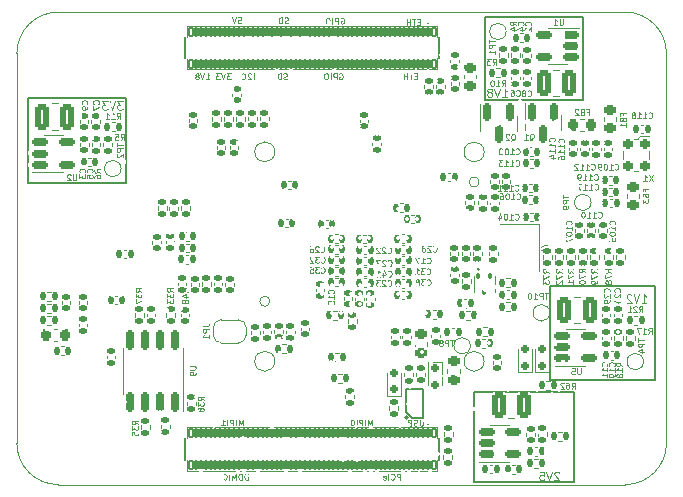
<source format=gbo>
G04 #@! TF.GenerationSoftware,KiCad,Pcbnew,9.0.1+dfsg-1*
G04 #@! TF.CreationDate,2025-07-10T12:54:24+02:00*
G04 #@! TF.ProjectId,ulx5m-gs,756c7835-6d2d-4677-932e-6b696361645f,rev?*
G04 #@! TF.SameCoordinates,Original*
G04 #@! TF.FileFunction,Legend,Bot*
G04 #@! TF.FilePolarity,Positive*
%FSLAX46Y46*%
G04 Gerber Fmt 4.6, Leading zero omitted, Abs format (unit mm)*
G04 Created by KiCad (PCBNEW 9.0.1+dfsg-1) date 2025-07-10 12:54:24*
%MOMM*%
%LPD*%
G01*
G04 APERTURE LIST*
G04 Aperture macros list*
%AMRoundRect*
0 Rectangle with rounded corners*
0 $1 Rounding radius*
0 $2 $3 $4 $5 $6 $7 $8 $9 X,Y pos of 4 corners*
0 Add a 4 corners polygon primitive as box body*
4,1,4,$2,$3,$4,$5,$6,$7,$8,$9,$2,$3,0*
0 Add four circle primitives for the rounded corners*
1,1,$1+$1,$2,$3*
1,1,$1+$1,$4,$5*
1,1,$1+$1,$6,$7*
1,1,$1+$1,$8,$9*
0 Add four rect primitives between the rounded corners*
20,1,$1+$1,$2,$3,$4,$5,0*
20,1,$1+$1,$4,$5,$6,$7,0*
20,1,$1+$1,$6,$7,$8,$9,0*
20,1,$1+$1,$8,$9,$2,$3,0*%
%AMFreePoly0*
4,1,23,0.500000,-0.750000,0.000000,-0.750000,0.000000,-0.745722,-0.065263,-0.745722,-0.191342,-0.711940,-0.304381,-0.646677,-0.396677,-0.554381,-0.461940,-0.441342,-0.495722,-0.315263,-0.495722,-0.250000,-0.500000,-0.250000,-0.500000,0.250000,-0.495722,0.250000,-0.495722,0.315263,-0.461940,0.441342,-0.396677,0.554381,-0.304381,0.646677,-0.191342,0.711940,-0.065263,0.745722,0.000000,0.745722,
0.000000,0.750000,0.500000,0.750000,0.500000,-0.750000,0.500000,-0.750000,$1*%
%AMFreePoly1*
4,1,23,0.000000,0.745722,0.065263,0.745722,0.191342,0.711940,0.304381,0.646677,0.396677,0.554381,0.461940,0.441342,0.495722,0.315263,0.495722,0.250000,0.500000,0.250000,0.500000,-0.250000,0.495722,-0.250000,0.495722,-0.315263,0.461940,-0.441342,0.396677,-0.554381,0.304381,-0.646677,0.191342,-0.711940,0.065263,-0.745722,0.000000,-0.745722,0.000000,-0.750000,-0.500000,-0.750000,
-0.500000,0.750000,0.000000,0.750000,0.000000,0.745722,0.000000,0.745722,$1*%
G04 Aperture macros list end*
%ADD10C,0.150000*%
%ADD11C,0.125000*%
%ADD12C,0.100000*%
%ADD13C,0.120000*%
%ADD14C,0.127000*%
%ADD15C,0.200000*%
%ADD16C,2.700000*%
%ADD17C,0.650000*%
%ADD18O,1.000000X1.600000*%
%ADD19O,1.000000X2.100000*%
%ADD20RoundRect,0.135000X0.135000X0.185000X-0.135000X0.185000X-0.135000X-0.185000X0.135000X-0.185000X0*%
%ADD21RoundRect,0.140000X-0.140000X-0.170000X0.140000X-0.170000X0.140000X0.170000X-0.140000X0.170000X0*%
%ADD22RoundRect,0.140000X0.140000X0.170000X-0.140000X0.170000X-0.140000X-0.170000X0.140000X-0.170000X0*%
%ADD23RoundRect,0.140000X-0.170000X0.140000X-0.170000X-0.140000X0.170000X-0.140000X0.170000X0.140000X0*%
%ADD24RoundRect,0.140000X0.170000X-0.140000X0.170000X0.140000X-0.170000X0.140000X-0.170000X-0.140000X0*%
%ADD25RoundRect,0.135000X0.185000X-0.135000X0.185000X0.135000X-0.185000X0.135000X-0.185000X-0.135000X0*%
%ADD26RoundRect,0.135000X-0.135000X-0.185000X0.135000X-0.185000X0.135000X0.185000X-0.135000X0.185000X0*%
%ADD27RoundRect,0.150000X0.200000X-0.150000X0.200000X0.150000X-0.200000X0.150000X-0.200000X-0.150000X0*%
%ADD28RoundRect,0.218750X-0.256250X0.218750X-0.256250X-0.218750X0.256250X-0.218750X0.256250X0.218750X0*%
%ADD29RoundRect,0.250000X-0.375000X-0.850000X0.375000X-0.850000X0.375000X0.850000X-0.375000X0.850000X0*%
%ADD30RoundRect,0.135000X-0.185000X0.135000X-0.185000X-0.135000X0.185000X-0.135000X0.185000X0.135000X0*%
%ADD31FreePoly0,0.000000*%
%ADD32FreePoly1,0.000000*%
%ADD33C,1.000000*%
%ADD34RoundRect,0.102000X0.115000X0.330000X-0.115000X0.330000X-0.115000X-0.330000X0.115000X-0.330000X0*%
%ADD35RoundRect,0.102000X0.175000X0.330000X-0.175000X0.330000X-0.175000X-0.330000X0.175000X-0.330000X0*%
%ADD36RoundRect,0.150000X-0.200000X0.150000X-0.200000X-0.150000X0.200000X-0.150000X0.200000X0.150000X0*%
%ADD37RoundRect,0.218750X0.256250X-0.218750X0.256250X0.218750X-0.256250X0.218750X-0.256250X-0.218750X0*%
%ADD38C,0.226000*%
%ADD39RoundRect,0.150000X-0.512500X-0.150000X0.512500X-0.150000X0.512500X0.150000X-0.512500X0.150000X0*%
%ADD40RoundRect,0.150000X0.512500X0.150000X-0.512500X0.150000X-0.512500X-0.150000X0.512500X-0.150000X0*%
%ADD41RoundRect,0.218750X-0.218750X-0.256250X0.218750X-0.256250X0.218750X0.256250X-0.218750X0.256250X0*%
%ADD42RoundRect,0.150000X-0.150000X0.587500X-0.150000X-0.587500X0.150000X-0.587500X0.150000X0.587500X0*%
%ADD43RoundRect,0.150000X0.150000X-0.675000X0.150000X0.675000X-0.150000X0.675000X-0.150000X-0.675000X0*%
%ADD44RoundRect,0.225000X-0.225000X-0.250000X0.225000X-0.250000X0.225000X0.250000X-0.225000X0.250000X0*%
%ADD45RoundRect,0.225000X0.250000X-0.225000X0.250000X0.225000X-0.250000X0.225000X-0.250000X-0.225000X0*%
%ADD46R,1.200000X1.400000*%
%ADD47RoundRect,0.250000X0.375000X0.850000X-0.375000X0.850000X-0.375000X-0.850000X0.375000X-0.850000X0*%
%ADD48RoundRect,0.100000X0.100000X-0.155000X0.100000X0.155000X-0.100000X0.155000X-0.100000X-0.155000X0*%
%ADD49RoundRect,0.200000X0.200000X0.250000X-0.200000X0.250000X-0.200000X-0.250000X0.200000X-0.250000X0*%
%ADD50C,0.420000*%
%ADD51C,0.450000*%
%ADD52C,0.350000*%
%ADD53C,0.400000*%
G04 #@! TA.AperFunction,Profile*
%ADD54C,0.100000*%
G04 #@! TD*
G04 APERTURE END LIST*
D10*
X97922500Y-89620000D02*
X106422500Y-89620000D01*
X106422500Y-97280000D01*
X97922500Y-97280000D01*
X97922500Y-89620000D01*
X104350000Y-80660000D02*
X113200000Y-80660000D01*
X113200000Y-88620000D01*
X104350000Y-88620000D01*
X104350000Y-80660000D01*
X60140000Y-64750000D02*
X68440000Y-64750000D01*
X68440000Y-71910000D01*
X60140000Y-71910000D01*
X60140000Y-64750000D01*
X98840000Y-57910000D02*
X107160000Y-57910000D01*
X107160000Y-64960000D01*
X98840000Y-64960000D01*
X98840000Y-57910000D01*
D11*
X93598716Y-92002309D02*
X93598716Y-92407071D01*
X93598716Y-92407071D02*
X93574906Y-92454690D01*
X93574906Y-92454690D02*
X93551097Y-92478500D01*
X93551097Y-92478500D02*
X93503478Y-92502309D01*
X93503478Y-92502309D02*
X93408240Y-92502309D01*
X93408240Y-92502309D02*
X93360621Y-92478500D01*
X93360621Y-92478500D02*
X93336811Y-92454690D01*
X93336811Y-92454690D02*
X93313002Y-92407071D01*
X93313002Y-92407071D02*
X93313002Y-92002309D01*
X93098715Y-92478500D02*
X93027287Y-92502309D01*
X93027287Y-92502309D02*
X92908239Y-92502309D01*
X92908239Y-92502309D02*
X92860620Y-92478500D01*
X92860620Y-92478500D02*
X92836811Y-92454690D01*
X92836811Y-92454690D02*
X92813001Y-92407071D01*
X92813001Y-92407071D02*
X92813001Y-92359452D01*
X92813001Y-92359452D02*
X92836811Y-92311833D01*
X92836811Y-92311833D02*
X92860620Y-92288023D01*
X92860620Y-92288023D02*
X92908239Y-92264214D01*
X92908239Y-92264214D02*
X93003477Y-92240404D01*
X93003477Y-92240404D02*
X93051096Y-92216595D01*
X93051096Y-92216595D02*
X93074906Y-92192785D01*
X93074906Y-92192785D02*
X93098715Y-92145166D01*
X93098715Y-92145166D02*
X93098715Y-92097547D01*
X93098715Y-92097547D02*
X93074906Y-92049928D01*
X93074906Y-92049928D02*
X93051096Y-92026119D01*
X93051096Y-92026119D02*
X93003477Y-92002309D01*
X93003477Y-92002309D02*
X92884430Y-92002309D01*
X92884430Y-92002309D02*
X92813001Y-92026119D01*
X92432049Y-92240404D02*
X92360621Y-92264214D01*
X92360621Y-92264214D02*
X92336811Y-92288023D01*
X92336811Y-92288023D02*
X92313002Y-92335642D01*
X92313002Y-92335642D02*
X92313002Y-92407071D01*
X92313002Y-92407071D02*
X92336811Y-92454690D01*
X92336811Y-92454690D02*
X92360621Y-92478500D01*
X92360621Y-92478500D02*
X92408240Y-92502309D01*
X92408240Y-92502309D02*
X92598716Y-92502309D01*
X92598716Y-92502309D02*
X92598716Y-92002309D01*
X92598716Y-92002309D02*
X92432049Y-92002309D01*
X92432049Y-92002309D02*
X92384430Y-92026119D01*
X92384430Y-92026119D02*
X92360621Y-92049928D01*
X92360621Y-92049928D02*
X92336811Y-92097547D01*
X92336811Y-92097547D02*
X92336811Y-92145166D01*
X92336811Y-92145166D02*
X92360621Y-92192785D01*
X92360621Y-92192785D02*
X92384430Y-92216595D01*
X92384430Y-92216595D02*
X92432049Y-92240404D01*
X92432049Y-92240404D02*
X92598716Y-92240404D01*
X86513144Y-62694855D02*
X86560763Y-62671045D01*
X86560763Y-62671045D02*
X86632192Y-62671045D01*
X86632192Y-62671045D02*
X86703620Y-62694855D01*
X86703620Y-62694855D02*
X86751239Y-62742474D01*
X86751239Y-62742474D02*
X86775049Y-62790093D01*
X86775049Y-62790093D02*
X86798858Y-62885331D01*
X86798858Y-62885331D02*
X86798858Y-62956759D01*
X86798858Y-62956759D02*
X86775049Y-63051997D01*
X86775049Y-63051997D02*
X86751239Y-63099616D01*
X86751239Y-63099616D02*
X86703620Y-63147236D01*
X86703620Y-63147236D02*
X86632192Y-63171045D01*
X86632192Y-63171045D02*
X86584573Y-63171045D01*
X86584573Y-63171045D02*
X86513144Y-63147236D01*
X86513144Y-63147236D02*
X86489335Y-63123426D01*
X86489335Y-63123426D02*
X86489335Y-62956759D01*
X86489335Y-62956759D02*
X86584573Y-62956759D01*
X86275049Y-63171045D02*
X86275049Y-62671045D01*
X86275049Y-62671045D02*
X86084573Y-62671045D01*
X86084573Y-62671045D02*
X86036954Y-62694855D01*
X86036954Y-62694855D02*
X86013144Y-62718664D01*
X86013144Y-62718664D02*
X85989335Y-62766283D01*
X85989335Y-62766283D02*
X85989335Y-62837712D01*
X85989335Y-62837712D02*
X86013144Y-62885331D01*
X86013144Y-62885331D02*
X86036954Y-62909140D01*
X86036954Y-62909140D02*
X86084573Y-62932950D01*
X86084573Y-62932950D02*
X86275049Y-62932950D01*
X85775049Y-63171045D02*
X85775049Y-62671045D01*
X85441716Y-62671045D02*
X85346478Y-62671045D01*
X85346478Y-62671045D02*
X85298859Y-62694855D01*
X85298859Y-62694855D02*
X85251240Y-62742474D01*
X85251240Y-62742474D02*
X85227430Y-62837712D01*
X85227430Y-62837712D02*
X85227430Y-63004378D01*
X85227430Y-63004378D02*
X85251240Y-63099616D01*
X85251240Y-63099616D02*
X85298859Y-63147236D01*
X85298859Y-63147236D02*
X85346478Y-63171045D01*
X85346478Y-63171045D02*
X85441716Y-63171045D01*
X85441716Y-63171045D02*
X85489335Y-63147236D01*
X85489335Y-63147236D02*
X85536954Y-63099616D01*
X85536954Y-63099616D02*
X85560763Y-63004378D01*
X85560763Y-63004378D02*
X85560763Y-62837712D01*
X85560763Y-62837712D02*
X85536954Y-62742474D01*
X85536954Y-62742474D02*
X85489335Y-62694855D01*
X85489335Y-62694855D02*
X85441716Y-62671045D01*
X89278716Y-92472309D02*
X89278716Y-91972309D01*
X89278716Y-91972309D02*
X89112049Y-92329452D01*
X89112049Y-92329452D02*
X88945383Y-91972309D01*
X88945383Y-91972309D02*
X88945383Y-92472309D01*
X88707287Y-92472309D02*
X88707287Y-91972309D01*
X88469192Y-92472309D02*
X88469192Y-91972309D01*
X88469192Y-91972309D02*
X88278716Y-91972309D01*
X88278716Y-91972309D02*
X88231097Y-91996119D01*
X88231097Y-91996119D02*
X88207287Y-92019928D01*
X88207287Y-92019928D02*
X88183478Y-92067547D01*
X88183478Y-92067547D02*
X88183478Y-92138976D01*
X88183478Y-92138976D02*
X88207287Y-92186595D01*
X88207287Y-92186595D02*
X88231097Y-92210404D01*
X88231097Y-92210404D02*
X88278716Y-92234214D01*
X88278716Y-92234214D02*
X88469192Y-92234214D01*
X87969192Y-92472309D02*
X87969192Y-91972309D01*
X87635859Y-91972309D02*
X87588240Y-91972309D01*
X87588240Y-91972309D02*
X87540621Y-91996119D01*
X87540621Y-91996119D02*
X87516811Y-92019928D01*
X87516811Y-92019928D02*
X87493002Y-92067547D01*
X87493002Y-92067547D02*
X87469192Y-92162785D01*
X87469192Y-92162785D02*
X87469192Y-92281833D01*
X87469192Y-92281833D02*
X87493002Y-92377071D01*
X87493002Y-92377071D02*
X87516811Y-92424690D01*
X87516811Y-92424690D02*
X87540621Y-92448500D01*
X87540621Y-92448500D02*
X87588240Y-92472309D01*
X87588240Y-92472309D02*
X87635859Y-92472309D01*
X87635859Y-92472309D02*
X87683478Y-92448500D01*
X87683478Y-92448500D02*
X87707287Y-92424690D01*
X87707287Y-92424690D02*
X87731097Y-92377071D01*
X87731097Y-92377071D02*
X87754906Y-92281833D01*
X87754906Y-92281833D02*
X87754906Y-92162785D01*
X87754906Y-92162785D02*
X87731097Y-92067547D01*
X87731097Y-92067547D02*
X87707287Y-92019928D01*
X87707287Y-92019928D02*
X87683478Y-91996119D01*
X87683478Y-91996119D02*
X87635859Y-91972309D01*
X105114430Y-96464500D02*
X105081097Y-96431166D01*
X105081097Y-96431166D02*
X105014430Y-96397833D01*
X105014430Y-96397833D02*
X104847764Y-96397833D01*
X104847764Y-96397833D02*
X104781097Y-96431166D01*
X104781097Y-96431166D02*
X104747764Y-96464500D01*
X104747764Y-96464500D02*
X104714430Y-96531166D01*
X104714430Y-96531166D02*
X104714430Y-96597833D01*
X104714430Y-96597833D02*
X104747764Y-96697833D01*
X104747764Y-96697833D02*
X105147764Y-97097833D01*
X105147764Y-97097833D02*
X104714430Y-97097833D01*
X104514430Y-96397833D02*
X104281097Y-97097833D01*
X104281097Y-97097833D02*
X104047763Y-96397833D01*
X103481097Y-96397833D02*
X103814430Y-96397833D01*
X103814430Y-96397833D02*
X103847763Y-96731166D01*
X103847763Y-96731166D02*
X103814430Y-96697833D01*
X103814430Y-96697833D02*
X103747763Y-96664500D01*
X103747763Y-96664500D02*
X103581097Y-96664500D01*
X103581097Y-96664500D02*
X103514430Y-96697833D01*
X103514430Y-96697833D02*
X103481097Y-96731166D01*
X103481097Y-96731166D02*
X103447763Y-96797833D01*
X103447763Y-96797833D02*
X103447763Y-96964500D01*
X103447763Y-96964500D02*
X103481097Y-97031166D01*
X103481097Y-97031166D02*
X103514430Y-97064500D01*
X103514430Y-97064500D02*
X103581097Y-97097833D01*
X103581097Y-97097833D02*
X103747763Y-97097833D01*
X103747763Y-97097833D02*
X103814430Y-97064500D01*
X103814430Y-97064500D02*
X103847763Y-97031166D01*
X86648669Y-57976119D02*
X86696288Y-57952309D01*
X86696288Y-57952309D02*
X86767717Y-57952309D01*
X86767717Y-57952309D02*
X86839145Y-57976119D01*
X86839145Y-57976119D02*
X86886764Y-58023738D01*
X86886764Y-58023738D02*
X86910574Y-58071357D01*
X86910574Y-58071357D02*
X86934383Y-58166595D01*
X86934383Y-58166595D02*
X86934383Y-58238023D01*
X86934383Y-58238023D02*
X86910574Y-58333261D01*
X86910574Y-58333261D02*
X86886764Y-58380880D01*
X86886764Y-58380880D02*
X86839145Y-58428500D01*
X86839145Y-58428500D02*
X86767717Y-58452309D01*
X86767717Y-58452309D02*
X86720098Y-58452309D01*
X86720098Y-58452309D02*
X86648669Y-58428500D01*
X86648669Y-58428500D02*
X86624860Y-58404690D01*
X86624860Y-58404690D02*
X86624860Y-58238023D01*
X86624860Y-58238023D02*
X86720098Y-58238023D01*
X86410574Y-58452309D02*
X86410574Y-57952309D01*
X86410574Y-57952309D02*
X86220098Y-57952309D01*
X86220098Y-57952309D02*
X86172479Y-57976119D01*
X86172479Y-57976119D02*
X86148669Y-57999928D01*
X86148669Y-57999928D02*
X86124860Y-58047547D01*
X86124860Y-58047547D02*
X86124860Y-58118976D01*
X86124860Y-58118976D02*
X86148669Y-58166595D01*
X86148669Y-58166595D02*
X86172479Y-58190404D01*
X86172479Y-58190404D02*
X86220098Y-58214214D01*
X86220098Y-58214214D02*
X86410574Y-58214214D01*
X85910574Y-58452309D02*
X85910574Y-57952309D01*
X85577241Y-57952309D02*
X85482003Y-57952309D01*
X85482003Y-57952309D02*
X85434384Y-57976119D01*
X85434384Y-57976119D02*
X85386765Y-58023738D01*
X85386765Y-58023738D02*
X85362955Y-58118976D01*
X85362955Y-58118976D02*
X85362955Y-58285642D01*
X85362955Y-58285642D02*
X85386765Y-58380880D01*
X85386765Y-58380880D02*
X85434384Y-58428500D01*
X85434384Y-58428500D02*
X85482003Y-58452309D01*
X85482003Y-58452309D02*
X85577241Y-58452309D01*
X85577241Y-58452309D02*
X85624860Y-58428500D01*
X85624860Y-58428500D02*
X85672479Y-58380880D01*
X85672479Y-58380880D02*
X85696288Y-58285642D01*
X85696288Y-58285642D02*
X85696288Y-58118976D01*
X85696288Y-58118976D02*
X85672479Y-58023738D01*
X85672479Y-58023738D02*
X85624860Y-57976119D01*
X85624860Y-57976119D02*
X85577241Y-57952309D01*
X100304430Y-64657833D02*
X100704430Y-64657833D01*
X100504430Y-64657833D02*
X100504430Y-63957833D01*
X100504430Y-63957833D02*
X100571097Y-64057833D01*
X100571097Y-64057833D02*
X100637764Y-64124500D01*
X100637764Y-64124500D02*
X100704430Y-64157833D01*
X100104430Y-63957833D02*
X99871097Y-64657833D01*
X99871097Y-64657833D02*
X99637763Y-63957833D01*
X99304430Y-64257833D02*
X99371097Y-64224500D01*
X99371097Y-64224500D02*
X99404430Y-64191166D01*
X99404430Y-64191166D02*
X99437763Y-64124500D01*
X99437763Y-64124500D02*
X99437763Y-64091166D01*
X99437763Y-64091166D02*
X99404430Y-64024500D01*
X99404430Y-64024500D02*
X99371097Y-63991166D01*
X99371097Y-63991166D02*
X99304430Y-63957833D01*
X99304430Y-63957833D02*
X99171097Y-63957833D01*
X99171097Y-63957833D02*
X99104430Y-63991166D01*
X99104430Y-63991166D02*
X99071097Y-64024500D01*
X99071097Y-64024500D02*
X99037763Y-64091166D01*
X99037763Y-64091166D02*
X99037763Y-64124500D01*
X99037763Y-64124500D02*
X99071097Y-64191166D01*
X99071097Y-64191166D02*
X99104430Y-64224500D01*
X99104430Y-64224500D02*
X99171097Y-64257833D01*
X99171097Y-64257833D02*
X99304430Y-64257833D01*
X99304430Y-64257833D02*
X99371097Y-64291166D01*
X99371097Y-64291166D02*
X99404430Y-64324500D01*
X99404430Y-64324500D02*
X99437763Y-64391166D01*
X99437763Y-64391166D02*
X99437763Y-64524500D01*
X99437763Y-64524500D02*
X99404430Y-64591166D01*
X99404430Y-64591166D02*
X99371097Y-64624500D01*
X99371097Y-64624500D02*
X99304430Y-64657833D01*
X99304430Y-64657833D02*
X99171097Y-64657833D01*
X99171097Y-64657833D02*
X99104430Y-64624500D01*
X99104430Y-64624500D02*
X99071097Y-64591166D01*
X99071097Y-64591166D02*
X99037763Y-64524500D01*
X99037763Y-64524500D02*
X99037763Y-64391166D01*
X99037763Y-64391166D02*
X99071097Y-64324500D01*
X99071097Y-64324500D02*
X99104430Y-64291166D01*
X99104430Y-64291166D02*
X99171097Y-64257833D01*
X93083191Y-62909140D02*
X92916524Y-62909140D01*
X92845096Y-63171045D02*
X93083191Y-63171045D01*
X93083191Y-63171045D02*
X93083191Y-62671045D01*
X93083191Y-62671045D02*
X92845096Y-62671045D01*
X92702238Y-62671045D02*
X92416524Y-62671045D01*
X92559381Y-63171045D02*
X92559381Y-62671045D01*
X92249858Y-63171045D02*
X92249858Y-62671045D01*
X92249858Y-62909140D02*
X91964144Y-62909140D01*
X91964144Y-63171045D02*
X91964144Y-62671045D01*
X93338716Y-58290404D02*
X93172049Y-58290404D01*
X93100621Y-58552309D02*
X93338716Y-58552309D01*
X93338716Y-58552309D02*
X93338716Y-58052309D01*
X93338716Y-58052309D02*
X93100621Y-58052309D01*
X92957763Y-58052309D02*
X92672049Y-58052309D01*
X92814906Y-58552309D02*
X92814906Y-58052309D01*
X92505383Y-58552309D02*
X92505383Y-58052309D01*
X92505383Y-58290404D02*
X92219669Y-58290404D01*
X92219669Y-58552309D02*
X92219669Y-58052309D01*
X77301555Y-62671045D02*
X76992031Y-62671045D01*
X76992031Y-62671045D02*
X77158698Y-62861521D01*
X77158698Y-62861521D02*
X77087269Y-62861521D01*
X77087269Y-62861521D02*
X77039650Y-62885331D01*
X77039650Y-62885331D02*
X77015841Y-62909140D01*
X77015841Y-62909140D02*
X76992031Y-62956759D01*
X76992031Y-62956759D02*
X76992031Y-63075807D01*
X76992031Y-63075807D02*
X77015841Y-63123426D01*
X77015841Y-63123426D02*
X77039650Y-63147236D01*
X77039650Y-63147236D02*
X77087269Y-63171045D01*
X77087269Y-63171045D02*
X77230126Y-63171045D01*
X77230126Y-63171045D02*
X77277745Y-63147236D01*
X77277745Y-63147236D02*
X77301555Y-63123426D01*
X76849174Y-62671045D02*
X76682508Y-63171045D01*
X76682508Y-63171045D02*
X76515841Y-62671045D01*
X76396794Y-62671045D02*
X76087270Y-62671045D01*
X76087270Y-62671045D02*
X76253937Y-62861521D01*
X76253937Y-62861521D02*
X76182508Y-62861521D01*
X76182508Y-62861521D02*
X76134889Y-62885331D01*
X76134889Y-62885331D02*
X76111080Y-62909140D01*
X76111080Y-62909140D02*
X76087270Y-62956759D01*
X76087270Y-62956759D02*
X76087270Y-63075807D01*
X76087270Y-63075807D02*
X76111080Y-63123426D01*
X76111080Y-63123426D02*
X76134889Y-63147236D01*
X76134889Y-63147236D02*
X76182508Y-63171045D01*
X76182508Y-63171045D02*
X76325365Y-63171045D01*
X76325365Y-63171045D02*
X76372984Y-63147236D01*
X76372984Y-63147236D02*
X76396794Y-63123426D01*
X75230128Y-63171045D02*
X75515842Y-63171045D01*
X75372985Y-63171045D02*
X75372985Y-62671045D01*
X75372985Y-62671045D02*
X75420604Y-62742474D01*
X75420604Y-62742474D02*
X75468223Y-62790093D01*
X75468223Y-62790093D02*
X75515842Y-62813902D01*
X75087271Y-62671045D02*
X74920605Y-63171045D01*
X74920605Y-63171045D02*
X74753938Y-62671045D01*
X74515843Y-62885331D02*
X74563462Y-62861521D01*
X74563462Y-62861521D02*
X74587272Y-62837712D01*
X74587272Y-62837712D02*
X74611081Y-62790093D01*
X74611081Y-62790093D02*
X74611081Y-62766283D01*
X74611081Y-62766283D02*
X74587272Y-62718664D01*
X74587272Y-62718664D02*
X74563462Y-62694855D01*
X74563462Y-62694855D02*
X74515843Y-62671045D01*
X74515843Y-62671045D02*
X74420605Y-62671045D01*
X74420605Y-62671045D02*
X74372986Y-62694855D01*
X74372986Y-62694855D02*
X74349177Y-62718664D01*
X74349177Y-62718664D02*
X74325367Y-62766283D01*
X74325367Y-62766283D02*
X74325367Y-62790093D01*
X74325367Y-62790093D02*
X74349177Y-62837712D01*
X74349177Y-62837712D02*
X74372986Y-62861521D01*
X74372986Y-62861521D02*
X74420605Y-62885331D01*
X74420605Y-62885331D02*
X74515843Y-62885331D01*
X74515843Y-62885331D02*
X74563462Y-62909140D01*
X74563462Y-62909140D02*
X74587272Y-62932950D01*
X74587272Y-62932950D02*
X74611081Y-62980569D01*
X74611081Y-62980569D02*
X74611081Y-63075807D01*
X74611081Y-63075807D02*
X74587272Y-63123426D01*
X74587272Y-63123426D02*
X74563462Y-63147236D01*
X74563462Y-63147236D02*
X74515843Y-63171045D01*
X74515843Y-63171045D02*
X74420605Y-63171045D01*
X74420605Y-63171045D02*
X74372986Y-63147236D01*
X74372986Y-63147236D02*
X74349177Y-63123426D01*
X74349177Y-63123426D02*
X74325367Y-63075807D01*
X74325367Y-63075807D02*
X74325367Y-62980569D01*
X74325367Y-62980569D02*
X74349177Y-62932950D01*
X74349177Y-62932950D02*
X74372986Y-62909140D01*
X74372986Y-62909140D02*
X74420605Y-62885331D01*
X77950621Y-57932309D02*
X78188716Y-57932309D01*
X78188716Y-57932309D02*
X78212525Y-58170404D01*
X78212525Y-58170404D02*
X78188716Y-58146595D01*
X78188716Y-58146595D02*
X78141097Y-58122785D01*
X78141097Y-58122785D02*
X78022049Y-58122785D01*
X78022049Y-58122785D02*
X77974430Y-58146595D01*
X77974430Y-58146595D02*
X77950621Y-58170404D01*
X77950621Y-58170404D02*
X77926811Y-58218023D01*
X77926811Y-58218023D02*
X77926811Y-58337071D01*
X77926811Y-58337071D02*
X77950621Y-58384690D01*
X77950621Y-58384690D02*
X77974430Y-58408500D01*
X77974430Y-58408500D02*
X78022049Y-58432309D01*
X78022049Y-58432309D02*
X78141097Y-58432309D01*
X78141097Y-58432309D02*
X78188716Y-58408500D01*
X78188716Y-58408500D02*
X78212525Y-58384690D01*
X77783954Y-57932309D02*
X77617288Y-58432309D01*
X77617288Y-58432309D02*
X77450621Y-57932309D01*
X78318716Y-92472309D02*
X78318716Y-91972309D01*
X78318716Y-91972309D02*
X78152049Y-92329452D01*
X78152049Y-92329452D02*
X77985383Y-91972309D01*
X77985383Y-91972309D02*
X77985383Y-92472309D01*
X77747287Y-92472309D02*
X77747287Y-91972309D01*
X77509192Y-92472309D02*
X77509192Y-91972309D01*
X77509192Y-91972309D02*
X77318716Y-91972309D01*
X77318716Y-91972309D02*
X77271097Y-91996119D01*
X77271097Y-91996119D02*
X77247287Y-92019928D01*
X77247287Y-92019928D02*
X77223478Y-92067547D01*
X77223478Y-92067547D02*
X77223478Y-92138976D01*
X77223478Y-92138976D02*
X77247287Y-92186595D01*
X77247287Y-92186595D02*
X77271097Y-92210404D01*
X77271097Y-92210404D02*
X77318716Y-92234214D01*
X77318716Y-92234214D02*
X77509192Y-92234214D01*
X77009192Y-92472309D02*
X77009192Y-91972309D01*
X76509192Y-92472309D02*
X76794906Y-92472309D01*
X76652049Y-92472309D02*
X76652049Y-91972309D01*
X76652049Y-91972309D02*
X76699668Y-92043738D01*
X76699668Y-92043738D02*
X76747287Y-92091357D01*
X76747287Y-92091357D02*
X76794906Y-92115166D01*
X82164068Y-58408500D02*
X82092640Y-58432309D01*
X82092640Y-58432309D02*
X81973592Y-58432309D01*
X81973592Y-58432309D02*
X81925973Y-58408500D01*
X81925973Y-58408500D02*
X81902164Y-58384690D01*
X81902164Y-58384690D02*
X81878354Y-58337071D01*
X81878354Y-58337071D02*
X81878354Y-58289452D01*
X81878354Y-58289452D02*
X81902164Y-58241833D01*
X81902164Y-58241833D02*
X81925973Y-58218023D01*
X81925973Y-58218023D02*
X81973592Y-58194214D01*
X81973592Y-58194214D02*
X82068830Y-58170404D01*
X82068830Y-58170404D02*
X82116449Y-58146595D01*
X82116449Y-58146595D02*
X82140259Y-58122785D01*
X82140259Y-58122785D02*
X82164068Y-58075166D01*
X82164068Y-58075166D02*
X82164068Y-58027547D01*
X82164068Y-58027547D02*
X82140259Y-57979928D01*
X82140259Y-57979928D02*
X82116449Y-57956119D01*
X82116449Y-57956119D02*
X82068830Y-57932309D01*
X82068830Y-57932309D02*
X81949783Y-57932309D01*
X81949783Y-57932309D02*
X81878354Y-57956119D01*
X81664069Y-58432309D02*
X81664069Y-57932309D01*
X81664069Y-57932309D02*
X81545021Y-57932309D01*
X81545021Y-57932309D02*
X81473593Y-57956119D01*
X81473593Y-57956119D02*
X81425974Y-58003738D01*
X81425974Y-58003738D02*
X81402164Y-58051357D01*
X81402164Y-58051357D02*
X81378355Y-58146595D01*
X81378355Y-58146595D02*
X81378355Y-58218023D01*
X81378355Y-58218023D02*
X81402164Y-58313261D01*
X81402164Y-58313261D02*
X81425974Y-58360880D01*
X81425974Y-58360880D02*
X81473593Y-58408500D01*
X81473593Y-58408500D02*
X81545021Y-58432309D01*
X81545021Y-58432309D02*
X81664069Y-58432309D01*
X68157764Y-65037833D02*
X67724430Y-65037833D01*
X67724430Y-65037833D02*
X67957764Y-65304500D01*
X67957764Y-65304500D02*
X67857764Y-65304500D01*
X67857764Y-65304500D02*
X67791097Y-65337833D01*
X67791097Y-65337833D02*
X67757764Y-65371166D01*
X67757764Y-65371166D02*
X67724430Y-65437833D01*
X67724430Y-65437833D02*
X67724430Y-65604500D01*
X67724430Y-65604500D02*
X67757764Y-65671166D01*
X67757764Y-65671166D02*
X67791097Y-65704500D01*
X67791097Y-65704500D02*
X67857764Y-65737833D01*
X67857764Y-65737833D02*
X68057764Y-65737833D01*
X68057764Y-65737833D02*
X68124430Y-65704500D01*
X68124430Y-65704500D02*
X68157764Y-65671166D01*
X67524430Y-65037833D02*
X67291097Y-65737833D01*
X67291097Y-65737833D02*
X67057763Y-65037833D01*
X66891097Y-65037833D02*
X66457763Y-65037833D01*
X66457763Y-65037833D02*
X66691097Y-65304500D01*
X66691097Y-65304500D02*
X66591097Y-65304500D01*
X66591097Y-65304500D02*
X66524430Y-65337833D01*
X66524430Y-65337833D02*
X66491097Y-65371166D01*
X66491097Y-65371166D02*
X66457763Y-65437833D01*
X66457763Y-65437833D02*
X66457763Y-65604500D01*
X66457763Y-65604500D02*
X66491097Y-65671166D01*
X66491097Y-65671166D02*
X66524430Y-65704500D01*
X66524430Y-65704500D02*
X66591097Y-65737833D01*
X66591097Y-65737833D02*
X66791097Y-65737833D01*
X66791097Y-65737833D02*
X66857763Y-65704500D01*
X66857763Y-65704500D02*
X66891097Y-65671166D01*
X79253191Y-63171045D02*
X79253191Y-62671045D01*
X79038905Y-62718664D02*
X79015096Y-62694855D01*
X79015096Y-62694855D02*
X78967477Y-62671045D01*
X78967477Y-62671045D02*
X78848429Y-62671045D01*
X78848429Y-62671045D02*
X78800810Y-62694855D01*
X78800810Y-62694855D02*
X78777001Y-62718664D01*
X78777001Y-62718664D02*
X78753191Y-62766283D01*
X78753191Y-62766283D02*
X78753191Y-62813902D01*
X78753191Y-62813902D02*
X78777001Y-62885331D01*
X78777001Y-62885331D02*
X79062715Y-63171045D01*
X79062715Y-63171045D02*
X78753191Y-63171045D01*
X78253192Y-63123426D02*
X78277001Y-63147236D01*
X78277001Y-63147236D02*
X78348430Y-63171045D01*
X78348430Y-63171045D02*
X78396049Y-63171045D01*
X78396049Y-63171045D02*
X78467477Y-63147236D01*
X78467477Y-63147236D02*
X78515096Y-63099616D01*
X78515096Y-63099616D02*
X78538906Y-63051997D01*
X78538906Y-63051997D02*
X78562715Y-62956759D01*
X78562715Y-62956759D02*
X78562715Y-62885331D01*
X78562715Y-62885331D02*
X78538906Y-62790093D01*
X78538906Y-62790093D02*
X78515096Y-62742474D01*
X78515096Y-62742474D02*
X78467477Y-62694855D01*
X78467477Y-62694855D02*
X78396049Y-62671045D01*
X78396049Y-62671045D02*
X78348430Y-62671045D01*
X78348430Y-62671045D02*
X78277001Y-62694855D01*
X78277001Y-62694855D02*
X78253192Y-62718664D01*
X78748716Y-97052309D02*
X78748716Y-96552309D01*
X78748716Y-96552309D02*
X78629668Y-96552309D01*
X78629668Y-96552309D02*
X78558240Y-96576119D01*
X78558240Y-96576119D02*
X78510621Y-96623738D01*
X78510621Y-96623738D02*
X78486811Y-96671357D01*
X78486811Y-96671357D02*
X78463002Y-96766595D01*
X78463002Y-96766595D02*
X78463002Y-96838023D01*
X78463002Y-96838023D02*
X78486811Y-96933261D01*
X78486811Y-96933261D02*
X78510621Y-96980880D01*
X78510621Y-96980880D02*
X78558240Y-97028500D01*
X78558240Y-97028500D02*
X78629668Y-97052309D01*
X78629668Y-97052309D02*
X78748716Y-97052309D01*
X78248716Y-97052309D02*
X78248716Y-96552309D01*
X78248716Y-96552309D02*
X78129668Y-96552309D01*
X78129668Y-96552309D02*
X78058240Y-96576119D01*
X78058240Y-96576119D02*
X78010621Y-96623738D01*
X78010621Y-96623738D02*
X77986811Y-96671357D01*
X77986811Y-96671357D02*
X77963002Y-96766595D01*
X77963002Y-96766595D02*
X77963002Y-96838023D01*
X77963002Y-96838023D02*
X77986811Y-96933261D01*
X77986811Y-96933261D02*
X78010621Y-96980880D01*
X78010621Y-96980880D02*
X78058240Y-97028500D01*
X78058240Y-97028500D02*
X78129668Y-97052309D01*
X78129668Y-97052309D02*
X78248716Y-97052309D01*
X77748716Y-97052309D02*
X77748716Y-96552309D01*
X77748716Y-96552309D02*
X77582049Y-96909452D01*
X77582049Y-96909452D02*
X77415383Y-96552309D01*
X77415383Y-96552309D02*
X77415383Y-97052309D01*
X77177287Y-97052309D02*
X77177287Y-96552309D01*
X76843954Y-96552309D02*
X76796335Y-96552309D01*
X76796335Y-96552309D02*
X76748716Y-96576119D01*
X76748716Y-96576119D02*
X76724906Y-96599928D01*
X76724906Y-96599928D02*
X76701097Y-96647547D01*
X76701097Y-96647547D02*
X76677287Y-96742785D01*
X76677287Y-96742785D02*
X76677287Y-96861833D01*
X76677287Y-96861833D02*
X76701097Y-96957071D01*
X76701097Y-96957071D02*
X76724906Y-97004690D01*
X76724906Y-97004690D02*
X76748716Y-97028500D01*
X76748716Y-97028500D02*
X76796335Y-97052309D01*
X76796335Y-97052309D02*
X76843954Y-97052309D01*
X76843954Y-97052309D02*
X76891573Y-97028500D01*
X76891573Y-97028500D02*
X76915382Y-97004690D01*
X76915382Y-97004690D02*
X76939192Y-96957071D01*
X76939192Y-96957071D02*
X76963001Y-96861833D01*
X76963001Y-96861833D02*
X76963001Y-96742785D01*
X76963001Y-96742785D02*
X76939192Y-96647547D01*
X76939192Y-96647547D02*
X76915382Y-96599928D01*
X76915382Y-96599928D02*
X76891573Y-96576119D01*
X76891573Y-96576119D02*
X76843954Y-96552309D01*
X112104430Y-82077833D02*
X112504430Y-82077833D01*
X112304430Y-82077833D02*
X112304430Y-81377833D01*
X112304430Y-81377833D02*
X112371097Y-81477833D01*
X112371097Y-81477833D02*
X112437764Y-81544500D01*
X112437764Y-81544500D02*
X112504430Y-81577833D01*
X111904430Y-81377833D02*
X111671097Y-82077833D01*
X111671097Y-82077833D02*
X111437763Y-81377833D01*
X111237763Y-81444500D02*
X111204430Y-81411166D01*
X111204430Y-81411166D02*
X111137763Y-81377833D01*
X111137763Y-81377833D02*
X110971097Y-81377833D01*
X110971097Y-81377833D02*
X110904430Y-81411166D01*
X110904430Y-81411166D02*
X110871097Y-81444500D01*
X110871097Y-81444500D02*
X110837763Y-81511166D01*
X110837763Y-81511166D02*
X110837763Y-81577833D01*
X110837763Y-81577833D02*
X110871097Y-81677833D01*
X110871097Y-81677833D02*
X111271097Y-82077833D01*
X111271097Y-82077833D02*
X110837763Y-82077833D01*
X91668716Y-97052309D02*
X91668716Y-96552309D01*
X91668716Y-96552309D02*
X91478240Y-96552309D01*
X91478240Y-96552309D02*
X91430621Y-96576119D01*
X91430621Y-96576119D02*
X91406811Y-96599928D01*
X91406811Y-96599928D02*
X91383002Y-96647547D01*
X91383002Y-96647547D02*
X91383002Y-96718976D01*
X91383002Y-96718976D02*
X91406811Y-96766595D01*
X91406811Y-96766595D02*
X91430621Y-96790404D01*
X91430621Y-96790404D02*
X91478240Y-96814214D01*
X91478240Y-96814214D02*
X91668716Y-96814214D01*
X90883002Y-97004690D02*
X90906811Y-97028500D01*
X90906811Y-97028500D02*
X90978240Y-97052309D01*
X90978240Y-97052309D02*
X91025859Y-97052309D01*
X91025859Y-97052309D02*
X91097287Y-97028500D01*
X91097287Y-97028500D02*
X91144906Y-96980880D01*
X91144906Y-96980880D02*
X91168716Y-96933261D01*
X91168716Y-96933261D02*
X91192525Y-96838023D01*
X91192525Y-96838023D02*
X91192525Y-96766595D01*
X91192525Y-96766595D02*
X91168716Y-96671357D01*
X91168716Y-96671357D02*
X91144906Y-96623738D01*
X91144906Y-96623738D02*
X91097287Y-96576119D01*
X91097287Y-96576119D02*
X91025859Y-96552309D01*
X91025859Y-96552309D02*
X90978240Y-96552309D01*
X90978240Y-96552309D02*
X90906811Y-96576119D01*
X90906811Y-96576119D02*
X90883002Y-96599928D01*
X90668716Y-97052309D02*
X90668716Y-96552309D01*
X90240145Y-97028500D02*
X90287764Y-97052309D01*
X90287764Y-97052309D02*
X90383002Y-97052309D01*
X90383002Y-97052309D02*
X90430621Y-97028500D01*
X90430621Y-97028500D02*
X90454430Y-96980880D01*
X90454430Y-96980880D02*
X90454430Y-96790404D01*
X90454430Y-96790404D02*
X90430621Y-96742785D01*
X90430621Y-96742785D02*
X90383002Y-96718976D01*
X90383002Y-96718976D02*
X90287764Y-96718976D01*
X90287764Y-96718976D02*
X90240145Y-96742785D01*
X90240145Y-96742785D02*
X90216335Y-96790404D01*
X90216335Y-96790404D02*
X90216335Y-96838023D01*
X90216335Y-96838023D02*
X90454430Y-96885642D01*
X82067000Y-63147236D02*
X81995572Y-63171045D01*
X81995572Y-63171045D02*
X81876524Y-63171045D01*
X81876524Y-63171045D02*
X81828905Y-63147236D01*
X81828905Y-63147236D02*
X81805096Y-63123426D01*
X81805096Y-63123426D02*
X81781286Y-63075807D01*
X81781286Y-63075807D02*
X81781286Y-63028188D01*
X81781286Y-63028188D02*
X81805096Y-62980569D01*
X81805096Y-62980569D02*
X81828905Y-62956759D01*
X81828905Y-62956759D02*
X81876524Y-62932950D01*
X81876524Y-62932950D02*
X81971762Y-62909140D01*
X81971762Y-62909140D02*
X82019381Y-62885331D01*
X82019381Y-62885331D02*
X82043191Y-62861521D01*
X82043191Y-62861521D02*
X82067000Y-62813902D01*
X82067000Y-62813902D02*
X82067000Y-62766283D01*
X82067000Y-62766283D02*
X82043191Y-62718664D01*
X82043191Y-62718664D02*
X82019381Y-62694855D01*
X82019381Y-62694855D02*
X81971762Y-62671045D01*
X81971762Y-62671045D02*
X81852715Y-62671045D01*
X81852715Y-62671045D02*
X81781286Y-62694855D01*
X81567001Y-63171045D02*
X81567001Y-62671045D01*
X81567001Y-62671045D02*
X81447953Y-62671045D01*
X81447953Y-62671045D02*
X81376525Y-62694855D01*
X81376525Y-62694855D02*
X81328906Y-62742474D01*
X81328906Y-62742474D02*
X81305096Y-62790093D01*
X81305096Y-62790093D02*
X81281287Y-62885331D01*
X81281287Y-62885331D02*
X81281287Y-62956759D01*
X81281287Y-62956759D02*
X81305096Y-63051997D01*
X81305096Y-63051997D02*
X81328906Y-63099616D01*
X81328906Y-63099616D02*
X81376525Y-63147236D01*
X81376525Y-63147236D02*
X81447953Y-63171045D01*
X81447953Y-63171045D02*
X81567001Y-63171045D01*
D12*
X100261428Y-63756109D02*
X100428094Y-63518014D01*
X100547142Y-63756109D02*
X100547142Y-63256109D01*
X100547142Y-63256109D02*
X100356666Y-63256109D01*
X100356666Y-63256109D02*
X100309047Y-63279919D01*
X100309047Y-63279919D02*
X100285237Y-63303728D01*
X100285237Y-63303728D02*
X100261428Y-63351347D01*
X100261428Y-63351347D02*
X100261428Y-63422776D01*
X100261428Y-63422776D02*
X100285237Y-63470395D01*
X100285237Y-63470395D02*
X100309047Y-63494204D01*
X100309047Y-63494204D02*
X100356666Y-63518014D01*
X100356666Y-63518014D02*
X100547142Y-63518014D01*
X99785237Y-63756109D02*
X100070951Y-63756109D01*
X99928094Y-63756109D02*
X99928094Y-63256109D01*
X99928094Y-63256109D02*
X99975713Y-63327538D01*
X99975713Y-63327538D02*
X100023332Y-63375157D01*
X100023332Y-63375157D02*
X100070951Y-63398966D01*
X99475714Y-63256109D02*
X99428095Y-63256109D01*
X99428095Y-63256109D02*
X99380476Y-63279919D01*
X99380476Y-63279919D02*
X99356666Y-63303728D01*
X99356666Y-63303728D02*
X99332857Y-63351347D01*
X99332857Y-63351347D02*
X99309047Y-63446585D01*
X99309047Y-63446585D02*
X99309047Y-63565633D01*
X99309047Y-63565633D02*
X99332857Y-63660871D01*
X99332857Y-63660871D02*
X99356666Y-63708490D01*
X99356666Y-63708490D02*
X99380476Y-63732300D01*
X99380476Y-63732300D02*
X99428095Y-63756109D01*
X99428095Y-63756109D02*
X99475714Y-63756109D01*
X99475714Y-63756109D02*
X99523333Y-63732300D01*
X99523333Y-63732300D02*
X99547142Y-63708490D01*
X99547142Y-63708490D02*
X99570952Y-63660871D01*
X99570952Y-63660871D02*
X99594761Y-63565633D01*
X99594761Y-63565633D02*
X99594761Y-63446585D01*
X99594761Y-63446585D02*
X99570952Y-63351347D01*
X99570952Y-63351347D02*
X99547142Y-63303728D01*
X99547142Y-63303728D02*
X99523333Y-63279919D01*
X99523333Y-63279919D02*
X99475714Y-63256109D01*
X90591428Y-77838490D02*
X90615237Y-77862300D01*
X90615237Y-77862300D02*
X90686666Y-77886109D01*
X90686666Y-77886109D02*
X90734285Y-77886109D01*
X90734285Y-77886109D02*
X90805713Y-77862300D01*
X90805713Y-77862300D02*
X90853332Y-77814680D01*
X90853332Y-77814680D02*
X90877142Y-77767061D01*
X90877142Y-77767061D02*
X90900951Y-77671823D01*
X90900951Y-77671823D02*
X90900951Y-77600395D01*
X90900951Y-77600395D02*
X90877142Y-77505157D01*
X90877142Y-77505157D02*
X90853332Y-77457538D01*
X90853332Y-77457538D02*
X90805713Y-77409919D01*
X90805713Y-77409919D02*
X90734285Y-77386109D01*
X90734285Y-77386109D02*
X90686666Y-77386109D01*
X90686666Y-77386109D02*
X90615237Y-77409919D01*
X90615237Y-77409919D02*
X90591428Y-77433728D01*
X90400951Y-77433728D02*
X90377142Y-77409919D01*
X90377142Y-77409919D02*
X90329523Y-77386109D01*
X90329523Y-77386109D02*
X90210475Y-77386109D01*
X90210475Y-77386109D02*
X90162856Y-77409919D01*
X90162856Y-77409919D02*
X90139047Y-77433728D01*
X90139047Y-77433728D02*
X90115237Y-77481347D01*
X90115237Y-77481347D02*
X90115237Y-77528966D01*
X90115237Y-77528966D02*
X90139047Y-77600395D01*
X90139047Y-77600395D02*
X90424761Y-77886109D01*
X90424761Y-77886109D02*
X90115237Y-77886109D01*
X89924761Y-77433728D02*
X89900952Y-77409919D01*
X89900952Y-77409919D02*
X89853333Y-77386109D01*
X89853333Y-77386109D02*
X89734285Y-77386109D01*
X89734285Y-77386109D02*
X89686666Y-77409919D01*
X89686666Y-77409919D02*
X89662857Y-77433728D01*
X89662857Y-77433728D02*
X89639047Y-77481347D01*
X89639047Y-77481347D02*
X89639047Y-77528966D01*
X89639047Y-77528966D02*
X89662857Y-77600395D01*
X89662857Y-77600395D02*
X89948571Y-77886109D01*
X89948571Y-77886109D02*
X89639047Y-77886109D01*
X94451428Y-77718490D02*
X94475237Y-77742300D01*
X94475237Y-77742300D02*
X94546666Y-77766109D01*
X94546666Y-77766109D02*
X94594285Y-77766109D01*
X94594285Y-77766109D02*
X94665713Y-77742300D01*
X94665713Y-77742300D02*
X94713332Y-77694680D01*
X94713332Y-77694680D02*
X94737142Y-77647061D01*
X94737142Y-77647061D02*
X94760951Y-77551823D01*
X94760951Y-77551823D02*
X94760951Y-77480395D01*
X94760951Y-77480395D02*
X94737142Y-77385157D01*
X94737142Y-77385157D02*
X94713332Y-77337538D01*
X94713332Y-77337538D02*
X94665713Y-77289919D01*
X94665713Y-77289919D02*
X94594285Y-77266109D01*
X94594285Y-77266109D02*
X94546666Y-77266109D01*
X94546666Y-77266109D02*
X94475237Y-77289919D01*
X94475237Y-77289919D02*
X94451428Y-77313728D01*
X94260951Y-77313728D02*
X94237142Y-77289919D01*
X94237142Y-77289919D02*
X94189523Y-77266109D01*
X94189523Y-77266109D02*
X94070475Y-77266109D01*
X94070475Y-77266109D02*
X94022856Y-77289919D01*
X94022856Y-77289919D02*
X93999047Y-77313728D01*
X93999047Y-77313728D02*
X93975237Y-77361347D01*
X93975237Y-77361347D02*
X93975237Y-77408966D01*
X93975237Y-77408966D02*
X93999047Y-77480395D01*
X93999047Y-77480395D02*
X94284761Y-77766109D01*
X94284761Y-77766109D02*
X93975237Y-77766109D01*
X93689523Y-77480395D02*
X93737142Y-77456585D01*
X93737142Y-77456585D02*
X93760952Y-77432776D01*
X93760952Y-77432776D02*
X93784761Y-77385157D01*
X93784761Y-77385157D02*
X93784761Y-77361347D01*
X93784761Y-77361347D02*
X93760952Y-77313728D01*
X93760952Y-77313728D02*
X93737142Y-77289919D01*
X93737142Y-77289919D02*
X93689523Y-77266109D01*
X93689523Y-77266109D02*
X93594285Y-77266109D01*
X93594285Y-77266109D02*
X93546666Y-77289919D01*
X93546666Y-77289919D02*
X93522857Y-77313728D01*
X93522857Y-77313728D02*
X93499047Y-77361347D01*
X93499047Y-77361347D02*
X93499047Y-77385157D01*
X93499047Y-77385157D02*
X93522857Y-77432776D01*
X93522857Y-77432776D02*
X93546666Y-77456585D01*
X93546666Y-77456585D02*
X93594285Y-77480395D01*
X93594285Y-77480395D02*
X93689523Y-77480395D01*
X93689523Y-77480395D02*
X93737142Y-77504204D01*
X93737142Y-77504204D02*
X93760952Y-77528014D01*
X93760952Y-77528014D02*
X93784761Y-77575633D01*
X93784761Y-77575633D02*
X93784761Y-77670871D01*
X93784761Y-77670871D02*
X93760952Y-77718490D01*
X93760952Y-77718490D02*
X93737142Y-77742300D01*
X93737142Y-77742300D02*
X93689523Y-77766109D01*
X93689523Y-77766109D02*
X93594285Y-77766109D01*
X93594285Y-77766109D02*
X93546666Y-77742300D01*
X93546666Y-77742300D02*
X93522857Y-77718490D01*
X93522857Y-77718490D02*
X93499047Y-77670871D01*
X93499047Y-77670871D02*
X93499047Y-77575633D01*
X93499047Y-77575633D02*
X93522857Y-77528014D01*
X93522857Y-77528014D02*
X93546666Y-77504204D01*
X93546666Y-77504204D02*
X93594285Y-77480395D01*
X110248490Y-81158571D02*
X110272300Y-81134762D01*
X110272300Y-81134762D02*
X110296109Y-81063333D01*
X110296109Y-81063333D02*
X110296109Y-81015714D01*
X110296109Y-81015714D02*
X110272300Y-80944286D01*
X110272300Y-80944286D02*
X110224680Y-80896667D01*
X110224680Y-80896667D02*
X110177061Y-80872857D01*
X110177061Y-80872857D02*
X110081823Y-80849048D01*
X110081823Y-80849048D02*
X110010395Y-80849048D01*
X110010395Y-80849048D02*
X109915157Y-80872857D01*
X109915157Y-80872857D02*
X109867538Y-80896667D01*
X109867538Y-80896667D02*
X109819919Y-80944286D01*
X109819919Y-80944286D02*
X109796109Y-81015714D01*
X109796109Y-81015714D02*
X109796109Y-81063333D01*
X109796109Y-81063333D02*
X109819919Y-81134762D01*
X109819919Y-81134762D02*
X109843728Y-81158571D01*
X109843728Y-81349048D02*
X109819919Y-81372857D01*
X109819919Y-81372857D02*
X109796109Y-81420476D01*
X109796109Y-81420476D02*
X109796109Y-81539524D01*
X109796109Y-81539524D02*
X109819919Y-81587143D01*
X109819919Y-81587143D02*
X109843728Y-81610952D01*
X109843728Y-81610952D02*
X109891347Y-81634762D01*
X109891347Y-81634762D02*
X109938966Y-81634762D01*
X109938966Y-81634762D02*
X110010395Y-81610952D01*
X110010395Y-81610952D02*
X110296109Y-81325238D01*
X110296109Y-81325238D02*
X110296109Y-81634762D01*
X109962776Y-82063333D02*
X110296109Y-82063333D01*
X109772300Y-81944285D02*
X110129442Y-81825238D01*
X110129442Y-81825238D02*
X110129442Y-82134761D01*
X111891428Y-82886109D02*
X112058094Y-82648014D01*
X112177142Y-82886109D02*
X112177142Y-82386109D01*
X112177142Y-82386109D02*
X111986666Y-82386109D01*
X111986666Y-82386109D02*
X111939047Y-82409919D01*
X111939047Y-82409919D02*
X111915237Y-82433728D01*
X111915237Y-82433728D02*
X111891428Y-82481347D01*
X111891428Y-82481347D02*
X111891428Y-82552776D01*
X111891428Y-82552776D02*
X111915237Y-82600395D01*
X111915237Y-82600395D02*
X111939047Y-82624204D01*
X111939047Y-82624204D02*
X111986666Y-82648014D01*
X111986666Y-82648014D02*
X112177142Y-82648014D01*
X111700951Y-82433728D02*
X111677142Y-82409919D01*
X111677142Y-82409919D02*
X111629523Y-82386109D01*
X111629523Y-82386109D02*
X111510475Y-82386109D01*
X111510475Y-82386109D02*
X111462856Y-82409919D01*
X111462856Y-82409919D02*
X111439047Y-82433728D01*
X111439047Y-82433728D02*
X111415237Y-82481347D01*
X111415237Y-82481347D02*
X111415237Y-82528966D01*
X111415237Y-82528966D02*
X111439047Y-82600395D01*
X111439047Y-82600395D02*
X111724761Y-82886109D01*
X111724761Y-82886109D02*
X111415237Y-82886109D01*
X110939047Y-82886109D02*
X111224761Y-82886109D01*
X111081904Y-82886109D02*
X111081904Y-82386109D01*
X111081904Y-82386109D02*
X111129523Y-82457538D01*
X111129523Y-82457538D02*
X111177142Y-82505157D01*
X111177142Y-82505157D02*
X111224761Y-82528966D01*
X73648490Y-81168571D02*
X73672300Y-81144762D01*
X73672300Y-81144762D02*
X73696109Y-81073333D01*
X73696109Y-81073333D02*
X73696109Y-81025714D01*
X73696109Y-81025714D02*
X73672300Y-80954286D01*
X73672300Y-80954286D02*
X73624680Y-80906667D01*
X73624680Y-80906667D02*
X73577061Y-80882857D01*
X73577061Y-80882857D02*
X73481823Y-80859048D01*
X73481823Y-80859048D02*
X73410395Y-80859048D01*
X73410395Y-80859048D02*
X73315157Y-80882857D01*
X73315157Y-80882857D02*
X73267538Y-80906667D01*
X73267538Y-80906667D02*
X73219919Y-80954286D01*
X73219919Y-80954286D02*
X73196109Y-81025714D01*
X73196109Y-81025714D02*
X73196109Y-81073333D01*
X73196109Y-81073333D02*
X73219919Y-81144762D01*
X73219919Y-81144762D02*
X73243728Y-81168571D01*
X73362776Y-81597143D02*
X73696109Y-81597143D01*
X73172300Y-81478095D02*
X73529442Y-81359048D01*
X73529442Y-81359048D02*
X73529442Y-81668571D01*
X73410395Y-81930476D02*
X73386585Y-81882857D01*
X73386585Y-81882857D02*
X73362776Y-81859047D01*
X73362776Y-81859047D02*
X73315157Y-81835238D01*
X73315157Y-81835238D02*
X73291347Y-81835238D01*
X73291347Y-81835238D02*
X73243728Y-81859047D01*
X73243728Y-81859047D02*
X73219919Y-81882857D01*
X73219919Y-81882857D02*
X73196109Y-81930476D01*
X73196109Y-81930476D02*
X73196109Y-82025714D01*
X73196109Y-82025714D02*
X73219919Y-82073333D01*
X73219919Y-82073333D02*
X73243728Y-82097142D01*
X73243728Y-82097142D02*
X73291347Y-82120952D01*
X73291347Y-82120952D02*
X73315157Y-82120952D01*
X73315157Y-82120952D02*
X73362776Y-82097142D01*
X73362776Y-82097142D02*
X73386585Y-82073333D01*
X73386585Y-82073333D02*
X73410395Y-82025714D01*
X73410395Y-82025714D02*
X73410395Y-81930476D01*
X73410395Y-81930476D02*
X73434204Y-81882857D01*
X73434204Y-81882857D02*
X73458014Y-81859047D01*
X73458014Y-81859047D02*
X73505633Y-81835238D01*
X73505633Y-81835238D02*
X73600871Y-81835238D01*
X73600871Y-81835238D02*
X73648490Y-81859047D01*
X73648490Y-81859047D02*
X73672300Y-81882857D01*
X73672300Y-81882857D02*
X73696109Y-81930476D01*
X73696109Y-81930476D02*
X73696109Y-82025714D01*
X73696109Y-82025714D02*
X73672300Y-82073333D01*
X73672300Y-82073333D02*
X73648490Y-82097142D01*
X73648490Y-82097142D02*
X73600871Y-82120952D01*
X73600871Y-82120952D02*
X73505633Y-82120952D01*
X73505633Y-82120952D02*
X73458014Y-82097142D01*
X73458014Y-82097142D02*
X73434204Y-82073333D01*
X73434204Y-82073333D02*
X73410395Y-82025714D01*
X110504204Y-66170834D02*
X110504204Y-66004167D01*
X110766109Y-66004167D02*
X110266109Y-66004167D01*
X110266109Y-66004167D02*
X110266109Y-66242262D01*
X110504204Y-66599405D02*
X110528014Y-66670833D01*
X110528014Y-66670833D02*
X110551823Y-66694643D01*
X110551823Y-66694643D02*
X110599442Y-66718452D01*
X110599442Y-66718452D02*
X110670871Y-66718452D01*
X110670871Y-66718452D02*
X110718490Y-66694643D01*
X110718490Y-66694643D02*
X110742300Y-66670833D01*
X110742300Y-66670833D02*
X110766109Y-66623214D01*
X110766109Y-66623214D02*
X110766109Y-66432738D01*
X110766109Y-66432738D02*
X110266109Y-66432738D01*
X110266109Y-66432738D02*
X110266109Y-66599405D01*
X110266109Y-66599405D02*
X110289919Y-66647024D01*
X110289919Y-66647024D02*
X110313728Y-66670833D01*
X110313728Y-66670833D02*
X110361347Y-66694643D01*
X110361347Y-66694643D02*
X110408966Y-66694643D01*
X110408966Y-66694643D02*
X110456585Y-66670833D01*
X110456585Y-66670833D02*
X110480395Y-66647024D01*
X110480395Y-66647024D02*
X110504204Y-66599405D01*
X110504204Y-66599405D02*
X110504204Y-66432738D01*
X110766109Y-67194643D02*
X110766109Y-66908929D01*
X110766109Y-67051786D02*
X110266109Y-67051786D01*
X110266109Y-67051786D02*
X110337538Y-67004167D01*
X110337538Y-67004167D02*
X110385157Y-66956548D01*
X110385157Y-66956548D02*
X110408966Y-66908929D01*
X90621428Y-79818490D02*
X90645237Y-79842300D01*
X90645237Y-79842300D02*
X90716666Y-79866109D01*
X90716666Y-79866109D02*
X90764285Y-79866109D01*
X90764285Y-79866109D02*
X90835713Y-79842300D01*
X90835713Y-79842300D02*
X90883332Y-79794680D01*
X90883332Y-79794680D02*
X90907142Y-79747061D01*
X90907142Y-79747061D02*
X90930951Y-79651823D01*
X90930951Y-79651823D02*
X90930951Y-79580395D01*
X90930951Y-79580395D02*
X90907142Y-79485157D01*
X90907142Y-79485157D02*
X90883332Y-79437538D01*
X90883332Y-79437538D02*
X90835713Y-79389919D01*
X90835713Y-79389919D02*
X90764285Y-79366109D01*
X90764285Y-79366109D02*
X90716666Y-79366109D01*
X90716666Y-79366109D02*
X90645237Y-79389919D01*
X90645237Y-79389919D02*
X90621428Y-79413728D01*
X90192856Y-79532776D02*
X90192856Y-79866109D01*
X90311904Y-79342300D02*
X90430951Y-79699442D01*
X90430951Y-79699442D02*
X90121428Y-79699442D01*
X89669047Y-79866109D02*
X89954761Y-79866109D01*
X89811904Y-79866109D02*
X89811904Y-79366109D01*
X89811904Y-79366109D02*
X89859523Y-79437538D01*
X89859523Y-79437538D02*
X89907142Y-79485157D01*
X89907142Y-79485157D02*
X89954761Y-79508966D01*
X75026109Y-90338571D02*
X74788014Y-90171905D01*
X75026109Y-90052857D02*
X74526109Y-90052857D01*
X74526109Y-90052857D02*
X74526109Y-90243333D01*
X74526109Y-90243333D02*
X74549919Y-90290952D01*
X74549919Y-90290952D02*
X74573728Y-90314762D01*
X74573728Y-90314762D02*
X74621347Y-90338571D01*
X74621347Y-90338571D02*
X74692776Y-90338571D01*
X74692776Y-90338571D02*
X74740395Y-90314762D01*
X74740395Y-90314762D02*
X74764204Y-90290952D01*
X74764204Y-90290952D02*
X74788014Y-90243333D01*
X74788014Y-90243333D02*
X74788014Y-90052857D01*
X74526109Y-90505238D02*
X74526109Y-90814762D01*
X74526109Y-90814762D02*
X74716585Y-90648095D01*
X74716585Y-90648095D02*
X74716585Y-90719524D01*
X74716585Y-90719524D02*
X74740395Y-90767143D01*
X74740395Y-90767143D02*
X74764204Y-90790952D01*
X74764204Y-90790952D02*
X74811823Y-90814762D01*
X74811823Y-90814762D02*
X74930871Y-90814762D01*
X74930871Y-90814762D02*
X74978490Y-90790952D01*
X74978490Y-90790952D02*
X75002300Y-90767143D01*
X75002300Y-90767143D02*
X75026109Y-90719524D01*
X75026109Y-90719524D02*
X75026109Y-90576667D01*
X75026109Y-90576667D02*
X75002300Y-90529048D01*
X75002300Y-90529048D02*
X74978490Y-90505238D01*
X74740395Y-91100476D02*
X74716585Y-91052857D01*
X74716585Y-91052857D02*
X74692776Y-91029047D01*
X74692776Y-91029047D02*
X74645157Y-91005238D01*
X74645157Y-91005238D02*
X74621347Y-91005238D01*
X74621347Y-91005238D02*
X74573728Y-91029047D01*
X74573728Y-91029047D02*
X74549919Y-91052857D01*
X74549919Y-91052857D02*
X74526109Y-91100476D01*
X74526109Y-91100476D02*
X74526109Y-91195714D01*
X74526109Y-91195714D02*
X74549919Y-91243333D01*
X74549919Y-91243333D02*
X74573728Y-91267142D01*
X74573728Y-91267142D02*
X74621347Y-91290952D01*
X74621347Y-91290952D02*
X74645157Y-91290952D01*
X74645157Y-91290952D02*
X74692776Y-91267142D01*
X74692776Y-91267142D02*
X74716585Y-91243333D01*
X74716585Y-91243333D02*
X74740395Y-91195714D01*
X74740395Y-91195714D02*
X74740395Y-91100476D01*
X74740395Y-91100476D02*
X74764204Y-91052857D01*
X74764204Y-91052857D02*
X74788014Y-91029047D01*
X74788014Y-91029047D02*
X74835633Y-91005238D01*
X74835633Y-91005238D02*
X74930871Y-91005238D01*
X74930871Y-91005238D02*
X74978490Y-91029047D01*
X74978490Y-91029047D02*
X75002300Y-91052857D01*
X75002300Y-91052857D02*
X75026109Y-91100476D01*
X75026109Y-91100476D02*
X75026109Y-91195714D01*
X75026109Y-91195714D02*
X75002300Y-91243333D01*
X75002300Y-91243333D02*
X74978490Y-91267142D01*
X74978490Y-91267142D02*
X74930871Y-91290952D01*
X74930871Y-91290952D02*
X74835633Y-91290952D01*
X74835633Y-91290952D02*
X74788014Y-91267142D01*
X74788014Y-91267142D02*
X74764204Y-91243333D01*
X74764204Y-91243333D02*
X74740395Y-91195714D01*
X65588490Y-71056666D02*
X65612300Y-71032857D01*
X65612300Y-71032857D02*
X65636109Y-70961428D01*
X65636109Y-70961428D02*
X65636109Y-70913809D01*
X65636109Y-70913809D02*
X65612300Y-70842381D01*
X65612300Y-70842381D02*
X65564680Y-70794762D01*
X65564680Y-70794762D02*
X65517061Y-70770952D01*
X65517061Y-70770952D02*
X65421823Y-70747143D01*
X65421823Y-70747143D02*
X65350395Y-70747143D01*
X65350395Y-70747143D02*
X65255157Y-70770952D01*
X65255157Y-70770952D02*
X65207538Y-70794762D01*
X65207538Y-70794762D02*
X65159919Y-70842381D01*
X65159919Y-70842381D02*
X65136109Y-70913809D01*
X65136109Y-70913809D02*
X65136109Y-70961428D01*
X65136109Y-70961428D02*
X65159919Y-71032857D01*
X65159919Y-71032857D02*
X65183728Y-71056666D01*
X65136109Y-71509047D02*
X65136109Y-71270952D01*
X65136109Y-71270952D02*
X65374204Y-71247143D01*
X65374204Y-71247143D02*
X65350395Y-71270952D01*
X65350395Y-71270952D02*
X65326585Y-71318571D01*
X65326585Y-71318571D02*
X65326585Y-71437619D01*
X65326585Y-71437619D02*
X65350395Y-71485238D01*
X65350395Y-71485238D02*
X65374204Y-71509047D01*
X65374204Y-71509047D02*
X65421823Y-71532857D01*
X65421823Y-71532857D02*
X65540871Y-71532857D01*
X65540871Y-71532857D02*
X65588490Y-71509047D01*
X65588490Y-71509047D02*
X65612300Y-71485238D01*
X65612300Y-71485238D02*
X65636109Y-71437619D01*
X65636109Y-71437619D02*
X65636109Y-71318571D01*
X65636109Y-71318571D02*
X65612300Y-71270952D01*
X65612300Y-71270952D02*
X65588490Y-71247143D01*
X105503490Y-68500476D02*
X105527300Y-68476667D01*
X105527300Y-68476667D02*
X105551109Y-68405238D01*
X105551109Y-68405238D02*
X105551109Y-68357619D01*
X105551109Y-68357619D02*
X105527300Y-68286191D01*
X105527300Y-68286191D02*
X105479680Y-68238572D01*
X105479680Y-68238572D02*
X105432061Y-68214762D01*
X105432061Y-68214762D02*
X105336823Y-68190953D01*
X105336823Y-68190953D02*
X105265395Y-68190953D01*
X105265395Y-68190953D02*
X105170157Y-68214762D01*
X105170157Y-68214762D02*
X105122538Y-68238572D01*
X105122538Y-68238572D02*
X105074919Y-68286191D01*
X105074919Y-68286191D02*
X105051109Y-68357619D01*
X105051109Y-68357619D02*
X105051109Y-68405238D01*
X105051109Y-68405238D02*
X105074919Y-68476667D01*
X105074919Y-68476667D02*
X105098728Y-68500476D01*
X105551109Y-68976667D02*
X105551109Y-68690953D01*
X105551109Y-68833810D02*
X105051109Y-68833810D01*
X105051109Y-68833810D02*
X105122538Y-68786191D01*
X105122538Y-68786191D02*
X105170157Y-68738572D01*
X105170157Y-68738572D02*
X105193966Y-68690953D01*
X105551109Y-69452857D02*
X105551109Y-69167143D01*
X105551109Y-69310000D02*
X105051109Y-69310000D01*
X105051109Y-69310000D02*
X105122538Y-69262381D01*
X105122538Y-69262381D02*
X105170157Y-69214762D01*
X105170157Y-69214762D02*
X105193966Y-69167143D01*
X105051109Y-69881428D02*
X105051109Y-69786190D01*
X105051109Y-69786190D02*
X105074919Y-69738571D01*
X105074919Y-69738571D02*
X105098728Y-69714761D01*
X105098728Y-69714761D02*
X105170157Y-69667142D01*
X105170157Y-69667142D02*
X105265395Y-69643333D01*
X105265395Y-69643333D02*
X105455871Y-69643333D01*
X105455871Y-69643333D02*
X105503490Y-69667142D01*
X105503490Y-69667142D02*
X105527300Y-69690952D01*
X105527300Y-69690952D02*
X105551109Y-69738571D01*
X105551109Y-69738571D02*
X105551109Y-69833809D01*
X105551109Y-69833809D02*
X105527300Y-69881428D01*
X105527300Y-69881428D02*
X105503490Y-69905237D01*
X105503490Y-69905237D02*
X105455871Y-69929047D01*
X105455871Y-69929047D02*
X105336823Y-69929047D01*
X105336823Y-69929047D02*
X105289204Y-69905237D01*
X105289204Y-69905237D02*
X105265395Y-69881428D01*
X105265395Y-69881428D02*
X105241585Y-69833809D01*
X105241585Y-69833809D02*
X105241585Y-69738571D01*
X105241585Y-69738571D02*
X105265395Y-69690952D01*
X105265395Y-69690952D02*
X105289204Y-69667142D01*
X105289204Y-69667142D02*
X105336823Y-69643333D01*
X108099523Y-71648490D02*
X108123332Y-71672300D01*
X108123332Y-71672300D02*
X108194761Y-71696109D01*
X108194761Y-71696109D02*
X108242380Y-71696109D01*
X108242380Y-71696109D02*
X108313808Y-71672300D01*
X108313808Y-71672300D02*
X108361427Y-71624680D01*
X108361427Y-71624680D02*
X108385237Y-71577061D01*
X108385237Y-71577061D02*
X108409046Y-71481823D01*
X108409046Y-71481823D02*
X108409046Y-71410395D01*
X108409046Y-71410395D02*
X108385237Y-71315157D01*
X108385237Y-71315157D02*
X108361427Y-71267538D01*
X108361427Y-71267538D02*
X108313808Y-71219919D01*
X108313808Y-71219919D02*
X108242380Y-71196109D01*
X108242380Y-71196109D02*
X108194761Y-71196109D01*
X108194761Y-71196109D02*
X108123332Y-71219919D01*
X108123332Y-71219919D02*
X108099523Y-71243728D01*
X107623332Y-71696109D02*
X107909046Y-71696109D01*
X107766189Y-71696109D02*
X107766189Y-71196109D01*
X107766189Y-71196109D02*
X107813808Y-71267538D01*
X107813808Y-71267538D02*
X107861427Y-71315157D01*
X107861427Y-71315157D02*
X107909046Y-71338966D01*
X107147142Y-71696109D02*
X107432856Y-71696109D01*
X107289999Y-71696109D02*
X107289999Y-71196109D01*
X107289999Y-71196109D02*
X107337618Y-71267538D01*
X107337618Y-71267538D02*
X107385237Y-71315157D01*
X107385237Y-71315157D02*
X107432856Y-71338966D01*
X106909047Y-71696109D02*
X106813809Y-71696109D01*
X106813809Y-71696109D02*
X106766190Y-71672300D01*
X106766190Y-71672300D02*
X106742381Y-71648490D01*
X106742381Y-71648490D02*
X106694762Y-71577061D01*
X106694762Y-71577061D02*
X106670952Y-71481823D01*
X106670952Y-71481823D02*
X106670952Y-71291347D01*
X106670952Y-71291347D02*
X106694762Y-71243728D01*
X106694762Y-71243728D02*
X106718571Y-71219919D01*
X106718571Y-71219919D02*
X106766190Y-71196109D01*
X106766190Y-71196109D02*
X106861428Y-71196109D01*
X106861428Y-71196109D02*
X106909047Y-71219919D01*
X106909047Y-71219919D02*
X106932857Y-71243728D01*
X106932857Y-71243728D02*
X106956666Y-71291347D01*
X106956666Y-71291347D02*
X106956666Y-71410395D01*
X106956666Y-71410395D02*
X106932857Y-71458014D01*
X106932857Y-71458014D02*
X106909047Y-71481823D01*
X106909047Y-71481823D02*
X106861428Y-71505633D01*
X106861428Y-71505633D02*
X106766190Y-71505633D01*
X106766190Y-71505633D02*
X106718571Y-71481823D01*
X106718571Y-71481823D02*
X106694762Y-71458014D01*
X106694762Y-71458014D02*
X106670952Y-71410395D01*
X74936109Y-84093333D02*
X75293252Y-84093333D01*
X75293252Y-84093333D02*
X75364680Y-84069524D01*
X75364680Y-84069524D02*
X75412300Y-84021905D01*
X75412300Y-84021905D02*
X75436109Y-83950476D01*
X75436109Y-83950476D02*
X75436109Y-83902857D01*
X75436109Y-84331428D02*
X74936109Y-84331428D01*
X74936109Y-84331428D02*
X74936109Y-84521904D01*
X74936109Y-84521904D02*
X74959919Y-84569523D01*
X74959919Y-84569523D02*
X74983728Y-84593333D01*
X74983728Y-84593333D02*
X75031347Y-84617142D01*
X75031347Y-84617142D02*
X75102776Y-84617142D01*
X75102776Y-84617142D02*
X75150395Y-84593333D01*
X75150395Y-84593333D02*
X75174204Y-84569523D01*
X75174204Y-84569523D02*
X75198014Y-84521904D01*
X75198014Y-84521904D02*
X75198014Y-84331428D01*
X75436109Y-85093333D02*
X75436109Y-84807619D01*
X75436109Y-84950476D02*
X74936109Y-84950476D01*
X74936109Y-84950476D02*
X75007538Y-84902857D01*
X75007538Y-84902857D02*
X75055157Y-84855238D01*
X75055157Y-84855238D02*
X75078966Y-84807619D01*
X104723490Y-68430476D02*
X104747300Y-68406667D01*
X104747300Y-68406667D02*
X104771109Y-68335238D01*
X104771109Y-68335238D02*
X104771109Y-68287619D01*
X104771109Y-68287619D02*
X104747300Y-68216191D01*
X104747300Y-68216191D02*
X104699680Y-68168572D01*
X104699680Y-68168572D02*
X104652061Y-68144762D01*
X104652061Y-68144762D02*
X104556823Y-68120953D01*
X104556823Y-68120953D02*
X104485395Y-68120953D01*
X104485395Y-68120953D02*
X104390157Y-68144762D01*
X104390157Y-68144762D02*
X104342538Y-68168572D01*
X104342538Y-68168572D02*
X104294919Y-68216191D01*
X104294919Y-68216191D02*
X104271109Y-68287619D01*
X104271109Y-68287619D02*
X104271109Y-68335238D01*
X104271109Y-68335238D02*
X104294919Y-68406667D01*
X104294919Y-68406667D02*
X104318728Y-68430476D01*
X104771109Y-68906667D02*
X104771109Y-68620953D01*
X104771109Y-68763810D02*
X104271109Y-68763810D01*
X104271109Y-68763810D02*
X104342538Y-68716191D01*
X104342538Y-68716191D02*
X104390157Y-68668572D01*
X104390157Y-68668572D02*
X104413966Y-68620953D01*
X104771109Y-69382857D02*
X104771109Y-69097143D01*
X104771109Y-69240000D02*
X104271109Y-69240000D01*
X104271109Y-69240000D02*
X104342538Y-69192381D01*
X104342538Y-69192381D02*
X104390157Y-69144762D01*
X104390157Y-69144762D02*
X104413966Y-69097143D01*
X104437776Y-69811428D02*
X104771109Y-69811428D01*
X104247300Y-69692380D02*
X104604442Y-69573333D01*
X104604442Y-69573333D02*
X104604442Y-69882856D01*
X93921428Y-80548490D02*
X93945237Y-80572300D01*
X93945237Y-80572300D02*
X94016666Y-80596109D01*
X94016666Y-80596109D02*
X94064285Y-80596109D01*
X94064285Y-80596109D02*
X94135713Y-80572300D01*
X94135713Y-80572300D02*
X94183332Y-80524680D01*
X94183332Y-80524680D02*
X94207142Y-80477061D01*
X94207142Y-80477061D02*
X94230951Y-80381823D01*
X94230951Y-80381823D02*
X94230951Y-80310395D01*
X94230951Y-80310395D02*
X94207142Y-80215157D01*
X94207142Y-80215157D02*
X94183332Y-80167538D01*
X94183332Y-80167538D02*
X94135713Y-80119919D01*
X94135713Y-80119919D02*
X94064285Y-80096109D01*
X94064285Y-80096109D02*
X94016666Y-80096109D01*
X94016666Y-80096109D02*
X93945237Y-80119919D01*
X93945237Y-80119919D02*
X93921428Y-80143728D01*
X93754761Y-80096109D02*
X93445237Y-80096109D01*
X93445237Y-80096109D02*
X93611904Y-80286585D01*
X93611904Y-80286585D02*
X93540475Y-80286585D01*
X93540475Y-80286585D02*
X93492856Y-80310395D01*
X93492856Y-80310395D02*
X93469047Y-80334204D01*
X93469047Y-80334204D02*
X93445237Y-80381823D01*
X93445237Y-80381823D02*
X93445237Y-80500871D01*
X93445237Y-80500871D02*
X93469047Y-80548490D01*
X93469047Y-80548490D02*
X93492856Y-80572300D01*
X93492856Y-80572300D02*
X93540475Y-80596109D01*
X93540475Y-80596109D02*
X93683332Y-80596109D01*
X93683332Y-80596109D02*
X93730951Y-80572300D01*
X93730951Y-80572300D02*
X93754761Y-80548490D01*
X93159523Y-80310395D02*
X93207142Y-80286585D01*
X93207142Y-80286585D02*
X93230952Y-80262776D01*
X93230952Y-80262776D02*
X93254761Y-80215157D01*
X93254761Y-80215157D02*
X93254761Y-80191347D01*
X93254761Y-80191347D02*
X93230952Y-80143728D01*
X93230952Y-80143728D02*
X93207142Y-80119919D01*
X93207142Y-80119919D02*
X93159523Y-80096109D01*
X93159523Y-80096109D02*
X93064285Y-80096109D01*
X93064285Y-80096109D02*
X93016666Y-80119919D01*
X93016666Y-80119919D02*
X92992857Y-80143728D01*
X92992857Y-80143728D02*
X92969047Y-80191347D01*
X92969047Y-80191347D02*
X92969047Y-80215157D01*
X92969047Y-80215157D02*
X92992857Y-80262776D01*
X92992857Y-80262776D02*
X93016666Y-80286585D01*
X93016666Y-80286585D02*
X93064285Y-80310395D01*
X93064285Y-80310395D02*
X93159523Y-80310395D01*
X93159523Y-80310395D02*
X93207142Y-80334204D01*
X93207142Y-80334204D02*
X93230952Y-80358014D01*
X93230952Y-80358014D02*
X93254761Y-80405633D01*
X93254761Y-80405633D02*
X93254761Y-80500871D01*
X93254761Y-80500871D02*
X93230952Y-80548490D01*
X93230952Y-80548490D02*
X93207142Y-80572300D01*
X93207142Y-80572300D02*
X93159523Y-80596109D01*
X93159523Y-80596109D02*
X93064285Y-80596109D01*
X93064285Y-80596109D02*
X93016666Y-80572300D01*
X93016666Y-80572300D02*
X92992857Y-80548490D01*
X92992857Y-80548490D02*
X92969047Y-80500871D01*
X92969047Y-80500871D02*
X92969047Y-80405633D01*
X92969047Y-80405633D02*
X92992857Y-80358014D01*
X92992857Y-80358014D02*
X93016666Y-80334204D01*
X93016666Y-80334204D02*
X93064285Y-80310395D01*
X105408109Y-72959048D02*
X105408109Y-73244762D01*
X105908109Y-73101905D02*
X105408109Y-73101905D01*
X105908109Y-73411428D02*
X105408109Y-73411428D01*
X105408109Y-73411428D02*
X105408109Y-73601904D01*
X105408109Y-73601904D02*
X105431919Y-73649523D01*
X105431919Y-73649523D02*
X105455728Y-73673333D01*
X105455728Y-73673333D02*
X105503347Y-73697142D01*
X105503347Y-73697142D02*
X105574776Y-73697142D01*
X105574776Y-73697142D02*
X105622395Y-73673333D01*
X105622395Y-73673333D02*
X105646204Y-73649523D01*
X105646204Y-73649523D02*
X105670014Y-73601904D01*
X105670014Y-73601904D02*
X105670014Y-73411428D01*
X105908109Y-73935238D02*
X105908109Y-74030476D01*
X105908109Y-74030476D02*
X105884300Y-74078095D01*
X105884300Y-74078095D02*
X105860490Y-74101904D01*
X105860490Y-74101904D02*
X105789061Y-74149523D01*
X105789061Y-74149523D02*
X105693823Y-74173333D01*
X105693823Y-74173333D02*
X105503347Y-74173333D01*
X105503347Y-74173333D02*
X105455728Y-74149523D01*
X105455728Y-74149523D02*
X105431919Y-74125714D01*
X105431919Y-74125714D02*
X105408109Y-74078095D01*
X105408109Y-74078095D02*
X105408109Y-73982857D01*
X105408109Y-73982857D02*
X105431919Y-73935238D01*
X105431919Y-73935238D02*
X105455728Y-73911428D01*
X105455728Y-73911428D02*
X105503347Y-73887619D01*
X105503347Y-73887619D02*
X105622395Y-73887619D01*
X105622395Y-73887619D02*
X105670014Y-73911428D01*
X105670014Y-73911428D02*
X105693823Y-73935238D01*
X105693823Y-73935238D02*
X105717633Y-73982857D01*
X105717633Y-73982857D02*
X105717633Y-74078095D01*
X105717633Y-74078095D02*
X105693823Y-74125714D01*
X105693823Y-74125714D02*
X105670014Y-74149523D01*
X105670014Y-74149523D02*
X105622395Y-74173333D01*
X93901428Y-79618490D02*
X93925237Y-79642300D01*
X93925237Y-79642300D02*
X93996666Y-79666109D01*
X93996666Y-79666109D02*
X94044285Y-79666109D01*
X94044285Y-79666109D02*
X94115713Y-79642300D01*
X94115713Y-79642300D02*
X94163332Y-79594680D01*
X94163332Y-79594680D02*
X94187142Y-79547061D01*
X94187142Y-79547061D02*
X94210951Y-79451823D01*
X94210951Y-79451823D02*
X94210951Y-79380395D01*
X94210951Y-79380395D02*
X94187142Y-79285157D01*
X94187142Y-79285157D02*
X94163332Y-79237538D01*
X94163332Y-79237538D02*
X94115713Y-79189919D01*
X94115713Y-79189919D02*
X94044285Y-79166109D01*
X94044285Y-79166109D02*
X93996666Y-79166109D01*
X93996666Y-79166109D02*
X93925237Y-79189919D01*
X93925237Y-79189919D02*
X93901428Y-79213728D01*
X93734761Y-79166109D02*
X93425237Y-79166109D01*
X93425237Y-79166109D02*
X93591904Y-79356585D01*
X93591904Y-79356585D02*
X93520475Y-79356585D01*
X93520475Y-79356585D02*
X93472856Y-79380395D01*
X93472856Y-79380395D02*
X93449047Y-79404204D01*
X93449047Y-79404204D02*
X93425237Y-79451823D01*
X93425237Y-79451823D02*
X93425237Y-79570871D01*
X93425237Y-79570871D02*
X93449047Y-79618490D01*
X93449047Y-79618490D02*
X93472856Y-79642300D01*
X93472856Y-79642300D02*
X93520475Y-79666109D01*
X93520475Y-79666109D02*
X93663332Y-79666109D01*
X93663332Y-79666109D02*
X93710951Y-79642300D01*
X93710951Y-79642300D02*
X93734761Y-79618490D01*
X92949047Y-79666109D02*
X93234761Y-79666109D01*
X93091904Y-79666109D02*
X93091904Y-79166109D01*
X93091904Y-79166109D02*
X93139523Y-79237538D01*
X93139523Y-79237538D02*
X93187142Y-79285157D01*
X93187142Y-79285157D02*
X93234761Y-79308966D01*
X66118490Y-65246666D02*
X66142300Y-65222857D01*
X66142300Y-65222857D02*
X66166109Y-65151428D01*
X66166109Y-65151428D02*
X66166109Y-65103809D01*
X66166109Y-65103809D02*
X66142300Y-65032381D01*
X66142300Y-65032381D02*
X66094680Y-64984762D01*
X66094680Y-64984762D02*
X66047061Y-64960952D01*
X66047061Y-64960952D02*
X65951823Y-64937143D01*
X65951823Y-64937143D02*
X65880395Y-64937143D01*
X65880395Y-64937143D02*
X65785157Y-64960952D01*
X65785157Y-64960952D02*
X65737538Y-64984762D01*
X65737538Y-64984762D02*
X65689919Y-65032381D01*
X65689919Y-65032381D02*
X65666109Y-65103809D01*
X65666109Y-65103809D02*
X65666109Y-65151428D01*
X65666109Y-65151428D02*
X65689919Y-65222857D01*
X65689919Y-65222857D02*
X65713728Y-65246666D01*
X65666109Y-65413333D02*
X65666109Y-65746666D01*
X65666109Y-65746666D02*
X66166109Y-65532381D01*
X72446109Y-81148571D02*
X72208014Y-80981905D01*
X72446109Y-80862857D02*
X71946109Y-80862857D01*
X71946109Y-80862857D02*
X71946109Y-81053333D01*
X71946109Y-81053333D02*
X71969919Y-81100952D01*
X71969919Y-81100952D02*
X71993728Y-81124762D01*
X71993728Y-81124762D02*
X72041347Y-81148571D01*
X72041347Y-81148571D02*
X72112776Y-81148571D01*
X72112776Y-81148571D02*
X72160395Y-81124762D01*
X72160395Y-81124762D02*
X72184204Y-81100952D01*
X72184204Y-81100952D02*
X72208014Y-81053333D01*
X72208014Y-81053333D02*
X72208014Y-80862857D01*
X71946109Y-81315238D02*
X71946109Y-81624762D01*
X71946109Y-81624762D02*
X72136585Y-81458095D01*
X72136585Y-81458095D02*
X72136585Y-81529524D01*
X72136585Y-81529524D02*
X72160395Y-81577143D01*
X72160395Y-81577143D02*
X72184204Y-81600952D01*
X72184204Y-81600952D02*
X72231823Y-81624762D01*
X72231823Y-81624762D02*
X72350871Y-81624762D01*
X72350871Y-81624762D02*
X72398490Y-81600952D01*
X72398490Y-81600952D02*
X72422300Y-81577143D01*
X72422300Y-81577143D02*
X72446109Y-81529524D01*
X72446109Y-81529524D02*
X72446109Y-81386667D01*
X72446109Y-81386667D02*
X72422300Y-81339048D01*
X72422300Y-81339048D02*
X72398490Y-81315238D01*
X71946109Y-81791428D02*
X71946109Y-82100952D01*
X71946109Y-82100952D02*
X72136585Y-81934285D01*
X72136585Y-81934285D02*
X72136585Y-82005714D01*
X72136585Y-82005714D02*
X72160395Y-82053333D01*
X72160395Y-82053333D02*
X72184204Y-82077142D01*
X72184204Y-82077142D02*
X72231823Y-82100952D01*
X72231823Y-82100952D02*
X72350871Y-82100952D01*
X72350871Y-82100952D02*
X72398490Y-82077142D01*
X72398490Y-82077142D02*
X72422300Y-82053333D01*
X72422300Y-82053333D02*
X72446109Y-82005714D01*
X72446109Y-82005714D02*
X72446109Y-81862857D01*
X72446109Y-81862857D02*
X72422300Y-81815238D01*
X72422300Y-81815238D02*
X72398490Y-81791428D01*
X106133490Y-75440476D02*
X106157300Y-75416667D01*
X106157300Y-75416667D02*
X106181109Y-75345238D01*
X106181109Y-75345238D02*
X106181109Y-75297619D01*
X106181109Y-75297619D02*
X106157300Y-75226191D01*
X106157300Y-75226191D02*
X106109680Y-75178572D01*
X106109680Y-75178572D02*
X106062061Y-75154762D01*
X106062061Y-75154762D02*
X105966823Y-75130953D01*
X105966823Y-75130953D02*
X105895395Y-75130953D01*
X105895395Y-75130953D02*
X105800157Y-75154762D01*
X105800157Y-75154762D02*
X105752538Y-75178572D01*
X105752538Y-75178572D02*
X105704919Y-75226191D01*
X105704919Y-75226191D02*
X105681109Y-75297619D01*
X105681109Y-75297619D02*
X105681109Y-75345238D01*
X105681109Y-75345238D02*
X105704919Y-75416667D01*
X105704919Y-75416667D02*
X105728728Y-75440476D01*
X106181109Y-75916667D02*
X106181109Y-75630953D01*
X106181109Y-75773810D02*
X105681109Y-75773810D01*
X105681109Y-75773810D02*
X105752538Y-75726191D01*
X105752538Y-75726191D02*
X105800157Y-75678572D01*
X105800157Y-75678572D02*
X105823966Y-75630953D01*
X105681109Y-76226190D02*
X105681109Y-76273809D01*
X105681109Y-76273809D02*
X105704919Y-76321428D01*
X105704919Y-76321428D02*
X105728728Y-76345238D01*
X105728728Y-76345238D02*
X105776347Y-76369047D01*
X105776347Y-76369047D02*
X105871585Y-76392857D01*
X105871585Y-76392857D02*
X105990633Y-76392857D01*
X105990633Y-76392857D02*
X106085871Y-76369047D01*
X106085871Y-76369047D02*
X106133490Y-76345238D01*
X106133490Y-76345238D02*
X106157300Y-76321428D01*
X106157300Y-76321428D02*
X106181109Y-76273809D01*
X106181109Y-76273809D02*
X106181109Y-76226190D01*
X106181109Y-76226190D02*
X106157300Y-76178571D01*
X106157300Y-76178571D02*
X106133490Y-76154762D01*
X106133490Y-76154762D02*
X106085871Y-76130952D01*
X106085871Y-76130952D02*
X105990633Y-76107143D01*
X105990633Y-76107143D02*
X105871585Y-76107143D01*
X105871585Y-76107143D02*
X105776347Y-76130952D01*
X105776347Y-76130952D02*
X105728728Y-76154762D01*
X105728728Y-76154762D02*
X105704919Y-76178571D01*
X105704919Y-76178571D02*
X105681109Y-76226190D01*
X105681109Y-76559523D02*
X105681109Y-76892856D01*
X105681109Y-76892856D02*
X106181109Y-76678571D01*
X102698490Y-58606666D02*
X102722300Y-58582857D01*
X102722300Y-58582857D02*
X102746109Y-58511428D01*
X102746109Y-58511428D02*
X102746109Y-58463809D01*
X102746109Y-58463809D02*
X102722300Y-58392381D01*
X102722300Y-58392381D02*
X102674680Y-58344762D01*
X102674680Y-58344762D02*
X102627061Y-58320952D01*
X102627061Y-58320952D02*
X102531823Y-58297143D01*
X102531823Y-58297143D02*
X102460395Y-58297143D01*
X102460395Y-58297143D02*
X102365157Y-58320952D01*
X102365157Y-58320952D02*
X102317538Y-58344762D01*
X102317538Y-58344762D02*
X102269919Y-58392381D01*
X102269919Y-58392381D02*
X102246109Y-58463809D01*
X102246109Y-58463809D02*
X102246109Y-58511428D01*
X102246109Y-58511428D02*
X102269919Y-58582857D01*
X102269919Y-58582857D02*
X102293728Y-58606666D01*
X102293728Y-58797143D02*
X102269919Y-58820952D01*
X102269919Y-58820952D02*
X102246109Y-58868571D01*
X102246109Y-58868571D02*
X102246109Y-58987619D01*
X102246109Y-58987619D02*
X102269919Y-59035238D01*
X102269919Y-59035238D02*
X102293728Y-59059047D01*
X102293728Y-59059047D02*
X102341347Y-59082857D01*
X102341347Y-59082857D02*
X102388966Y-59082857D01*
X102388966Y-59082857D02*
X102460395Y-59059047D01*
X102460395Y-59059047D02*
X102746109Y-58773333D01*
X102746109Y-58773333D02*
X102746109Y-59082857D01*
X108119523Y-72458490D02*
X108143332Y-72482300D01*
X108143332Y-72482300D02*
X108214761Y-72506109D01*
X108214761Y-72506109D02*
X108262380Y-72506109D01*
X108262380Y-72506109D02*
X108333808Y-72482300D01*
X108333808Y-72482300D02*
X108381427Y-72434680D01*
X108381427Y-72434680D02*
X108405237Y-72387061D01*
X108405237Y-72387061D02*
X108429046Y-72291823D01*
X108429046Y-72291823D02*
X108429046Y-72220395D01*
X108429046Y-72220395D02*
X108405237Y-72125157D01*
X108405237Y-72125157D02*
X108381427Y-72077538D01*
X108381427Y-72077538D02*
X108333808Y-72029919D01*
X108333808Y-72029919D02*
X108262380Y-72006109D01*
X108262380Y-72006109D02*
X108214761Y-72006109D01*
X108214761Y-72006109D02*
X108143332Y-72029919D01*
X108143332Y-72029919D02*
X108119523Y-72053728D01*
X107643332Y-72506109D02*
X107929046Y-72506109D01*
X107786189Y-72506109D02*
X107786189Y-72006109D01*
X107786189Y-72006109D02*
X107833808Y-72077538D01*
X107833808Y-72077538D02*
X107881427Y-72125157D01*
X107881427Y-72125157D02*
X107929046Y-72148966D01*
X107167142Y-72506109D02*
X107452856Y-72506109D01*
X107309999Y-72506109D02*
X107309999Y-72006109D01*
X107309999Y-72006109D02*
X107357618Y-72077538D01*
X107357618Y-72077538D02*
X107405237Y-72125157D01*
X107405237Y-72125157D02*
X107452856Y-72148966D01*
X107000476Y-72006109D02*
X106667143Y-72006109D01*
X106667143Y-72006109D02*
X106881428Y-72506109D01*
X66266109Y-71066666D02*
X66028014Y-70900000D01*
X66266109Y-70780952D02*
X65766109Y-70780952D01*
X65766109Y-70780952D02*
X65766109Y-70971428D01*
X65766109Y-70971428D02*
X65789919Y-71019047D01*
X65789919Y-71019047D02*
X65813728Y-71042857D01*
X65813728Y-71042857D02*
X65861347Y-71066666D01*
X65861347Y-71066666D02*
X65932776Y-71066666D01*
X65932776Y-71066666D02*
X65980395Y-71042857D01*
X65980395Y-71042857D02*
X66004204Y-71019047D01*
X66004204Y-71019047D02*
X66028014Y-70971428D01*
X66028014Y-70971428D02*
X66028014Y-70780952D01*
X65766109Y-71495238D02*
X65766109Y-71400000D01*
X65766109Y-71400000D02*
X65789919Y-71352381D01*
X65789919Y-71352381D02*
X65813728Y-71328571D01*
X65813728Y-71328571D02*
X65885157Y-71280952D01*
X65885157Y-71280952D02*
X65980395Y-71257143D01*
X65980395Y-71257143D02*
X66170871Y-71257143D01*
X66170871Y-71257143D02*
X66218490Y-71280952D01*
X66218490Y-71280952D02*
X66242300Y-71304762D01*
X66242300Y-71304762D02*
X66266109Y-71352381D01*
X66266109Y-71352381D02*
X66266109Y-71447619D01*
X66266109Y-71447619D02*
X66242300Y-71495238D01*
X66242300Y-71495238D02*
X66218490Y-71519047D01*
X66218490Y-71519047D02*
X66170871Y-71542857D01*
X66170871Y-71542857D02*
X66051823Y-71542857D01*
X66051823Y-71542857D02*
X66004204Y-71519047D01*
X66004204Y-71519047D02*
X65980395Y-71495238D01*
X65980395Y-71495238D02*
X65956585Y-71447619D01*
X65956585Y-71447619D02*
X65956585Y-71352381D01*
X65956585Y-71352381D02*
X65980395Y-71304762D01*
X65980395Y-71304762D02*
X66004204Y-71280952D01*
X66004204Y-71280952D02*
X66051823Y-71257143D01*
X101493333Y-64528490D02*
X101517142Y-64552300D01*
X101517142Y-64552300D02*
X101588571Y-64576109D01*
X101588571Y-64576109D02*
X101636190Y-64576109D01*
X101636190Y-64576109D02*
X101707618Y-64552300D01*
X101707618Y-64552300D02*
X101755237Y-64504680D01*
X101755237Y-64504680D02*
X101779047Y-64457061D01*
X101779047Y-64457061D02*
X101802856Y-64361823D01*
X101802856Y-64361823D02*
X101802856Y-64290395D01*
X101802856Y-64290395D02*
X101779047Y-64195157D01*
X101779047Y-64195157D02*
X101755237Y-64147538D01*
X101755237Y-64147538D02*
X101707618Y-64099919D01*
X101707618Y-64099919D02*
X101636190Y-64076109D01*
X101636190Y-64076109D02*
X101588571Y-64076109D01*
X101588571Y-64076109D02*
X101517142Y-64099919D01*
X101517142Y-64099919D02*
X101493333Y-64123728D01*
X101064761Y-64076109D02*
X101159999Y-64076109D01*
X101159999Y-64076109D02*
X101207618Y-64099919D01*
X101207618Y-64099919D02*
X101231428Y-64123728D01*
X101231428Y-64123728D02*
X101279047Y-64195157D01*
X101279047Y-64195157D02*
X101302856Y-64290395D01*
X101302856Y-64290395D02*
X101302856Y-64480871D01*
X101302856Y-64480871D02*
X101279047Y-64528490D01*
X101279047Y-64528490D02*
X101255237Y-64552300D01*
X101255237Y-64552300D02*
X101207618Y-64576109D01*
X101207618Y-64576109D02*
X101112380Y-64576109D01*
X101112380Y-64576109D02*
X101064761Y-64552300D01*
X101064761Y-64552300D02*
X101040952Y-64528490D01*
X101040952Y-64528490D02*
X101017142Y-64480871D01*
X101017142Y-64480871D02*
X101017142Y-64361823D01*
X101017142Y-64361823D02*
X101040952Y-64314204D01*
X101040952Y-64314204D02*
X101064761Y-64290395D01*
X101064761Y-64290395D02*
X101112380Y-64266585D01*
X101112380Y-64266585D02*
X101207618Y-64266585D01*
X101207618Y-64266585D02*
X101255237Y-64290395D01*
X101255237Y-64290395D02*
X101279047Y-64314204D01*
X101279047Y-64314204D02*
X101302856Y-64361823D01*
X90631428Y-78918490D02*
X90655237Y-78942300D01*
X90655237Y-78942300D02*
X90726666Y-78966109D01*
X90726666Y-78966109D02*
X90774285Y-78966109D01*
X90774285Y-78966109D02*
X90845713Y-78942300D01*
X90845713Y-78942300D02*
X90893332Y-78894680D01*
X90893332Y-78894680D02*
X90917142Y-78847061D01*
X90917142Y-78847061D02*
X90940951Y-78751823D01*
X90940951Y-78751823D02*
X90940951Y-78680395D01*
X90940951Y-78680395D02*
X90917142Y-78585157D01*
X90917142Y-78585157D02*
X90893332Y-78537538D01*
X90893332Y-78537538D02*
X90845713Y-78489919D01*
X90845713Y-78489919D02*
X90774285Y-78466109D01*
X90774285Y-78466109D02*
X90726666Y-78466109D01*
X90726666Y-78466109D02*
X90655237Y-78489919D01*
X90655237Y-78489919D02*
X90631428Y-78513728D01*
X90440951Y-78513728D02*
X90417142Y-78489919D01*
X90417142Y-78489919D02*
X90369523Y-78466109D01*
X90369523Y-78466109D02*
X90250475Y-78466109D01*
X90250475Y-78466109D02*
X90202856Y-78489919D01*
X90202856Y-78489919D02*
X90179047Y-78513728D01*
X90179047Y-78513728D02*
X90155237Y-78561347D01*
X90155237Y-78561347D02*
X90155237Y-78608966D01*
X90155237Y-78608966D02*
X90179047Y-78680395D01*
X90179047Y-78680395D02*
X90464761Y-78966109D01*
X90464761Y-78966109D02*
X90155237Y-78966109D01*
X89988571Y-78466109D02*
X89655238Y-78466109D01*
X89655238Y-78466109D02*
X89869523Y-78966109D01*
X102058490Y-58586666D02*
X102082300Y-58562857D01*
X102082300Y-58562857D02*
X102106109Y-58491428D01*
X102106109Y-58491428D02*
X102106109Y-58443809D01*
X102106109Y-58443809D02*
X102082300Y-58372381D01*
X102082300Y-58372381D02*
X102034680Y-58324762D01*
X102034680Y-58324762D02*
X101987061Y-58300952D01*
X101987061Y-58300952D02*
X101891823Y-58277143D01*
X101891823Y-58277143D02*
X101820395Y-58277143D01*
X101820395Y-58277143D02*
X101725157Y-58300952D01*
X101725157Y-58300952D02*
X101677538Y-58324762D01*
X101677538Y-58324762D02*
X101629919Y-58372381D01*
X101629919Y-58372381D02*
X101606109Y-58443809D01*
X101606109Y-58443809D02*
X101606109Y-58491428D01*
X101606109Y-58491428D02*
X101629919Y-58562857D01*
X101629919Y-58562857D02*
X101653728Y-58586666D01*
X101772776Y-59015238D02*
X102106109Y-59015238D01*
X101582300Y-58896190D02*
X101939442Y-58777143D01*
X101939442Y-58777143D02*
X101939442Y-59086666D01*
X109834523Y-70768490D02*
X109858332Y-70792300D01*
X109858332Y-70792300D02*
X109929761Y-70816109D01*
X109929761Y-70816109D02*
X109977380Y-70816109D01*
X109977380Y-70816109D02*
X110048808Y-70792300D01*
X110048808Y-70792300D02*
X110096427Y-70744680D01*
X110096427Y-70744680D02*
X110120237Y-70697061D01*
X110120237Y-70697061D02*
X110144046Y-70601823D01*
X110144046Y-70601823D02*
X110144046Y-70530395D01*
X110144046Y-70530395D02*
X110120237Y-70435157D01*
X110120237Y-70435157D02*
X110096427Y-70387538D01*
X110096427Y-70387538D02*
X110048808Y-70339919D01*
X110048808Y-70339919D02*
X109977380Y-70316109D01*
X109977380Y-70316109D02*
X109929761Y-70316109D01*
X109929761Y-70316109D02*
X109858332Y-70339919D01*
X109858332Y-70339919D02*
X109834523Y-70363728D01*
X109358332Y-70816109D02*
X109644046Y-70816109D01*
X109501189Y-70816109D02*
X109501189Y-70316109D01*
X109501189Y-70316109D02*
X109548808Y-70387538D01*
X109548808Y-70387538D02*
X109596427Y-70435157D01*
X109596427Y-70435157D02*
X109644046Y-70458966D01*
X109048809Y-70316109D02*
X109001190Y-70316109D01*
X109001190Y-70316109D02*
X108953571Y-70339919D01*
X108953571Y-70339919D02*
X108929761Y-70363728D01*
X108929761Y-70363728D02*
X108905952Y-70411347D01*
X108905952Y-70411347D02*
X108882142Y-70506585D01*
X108882142Y-70506585D02*
X108882142Y-70625633D01*
X108882142Y-70625633D02*
X108905952Y-70720871D01*
X108905952Y-70720871D02*
X108929761Y-70768490D01*
X108929761Y-70768490D02*
X108953571Y-70792300D01*
X108953571Y-70792300D02*
X109001190Y-70816109D01*
X109001190Y-70816109D02*
X109048809Y-70816109D01*
X109048809Y-70816109D02*
X109096428Y-70792300D01*
X109096428Y-70792300D02*
X109120237Y-70768490D01*
X109120237Y-70768490D02*
X109144047Y-70720871D01*
X109144047Y-70720871D02*
X109167856Y-70625633D01*
X109167856Y-70625633D02*
X109167856Y-70506585D01*
X109167856Y-70506585D02*
X109144047Y-70411347D01*
X109144047Y-70411347D02*
X109120237Y-70363728D01*
X109120237Y-70363728D02*
X109096428Y-70339919D01*
X109096428Y-70339919D02*
X109048809Y-70316109D01*
X108644047Y-70816109D02*
X108548809Y-70816109D01*
X108548809Y-70816109D02*
X108501190Y-70792300D01*
X108501190Y-70792300D02*
X108477381Y-70768490D01*
X108477381Y-70768490D02*
X108429762Y-70697061D01*
X108429762Y-70697061D02*
X108405952Y-70601823D01*
X108405952Y-70601823D02*
X108405952Y-70411347D01*
X108405952Y-70411347D02*
X108429762Y-70363728D01*
X108429762Y-70363728D02*
X108453571Y-70339919D01*
X108453571Y-70339919D02*
X108501190Y-70316109D01*
X108501190Y-70316109D02*
X108596428Y-70316109D01*
X108596428Y-70316109D02*
X108644047Y-70339919D01*
X108644047Y-70339919D02*
X108667857Y-70363728D01*
X108667857Y-70363728D02*
X108691666Y-70411347D01*
X108691666Y-70411347D02*
X108691666Y-70530395D01*
X108691666Y-70530395D02*
X108667857Y-70578014D01*
X108667857Y-70578014D02*
X108644047Y-70601823D01*
X108644047Y-70601823D02*
X108596428Y-70625633D01*
X108596428Y-70625633D02*
X108501190Y-70625633D01*
X108501190Y-70625633D02*
X108453571Y-70601823D01*
X108453571Y-70601823D02*
X108429762Y-70578014D01*
X108429762Y-70578014D02*
X108405952Y-70530395D01*
X67993333Y-68316109D02*
X68159999Y-68078014D01*
X68279047Y-68316109D02*
X68279047Y-67816109D01*
X68279047Y-67816109D02*
X68088571Y-67816109D01*
X68088571Y-67816109D02*
X68040952Y-67839919D01*
X68040952Y-67839919D02*
X68017142Y-67863728D01*
X68017142Y-67863728D02*
X67993333Y-67911347D01*
X67993333Y-67911347D02*
X67993333Y-67982776D01*
X67993333Y-67982776D02*
X68017142Y-68030395D01*
X68017142Y-68030395D02*
X68040952Y-68054204D01*
X68040952Y-68054204D02*
X68088571Y-68078014D01*
X68088571Y-68078014D02*
X68279047Y-68078014D01*
X67540952Y-67816109D02*
X67779047Y-67816109D01*
X67779047Y-67816109D02*
X67802856Y-68054204D01*
X67802856Y-68054204D02*
X67779047Y-68030395D01*
X67779047Y-68030395D02*
X67731428Y-68006585D01*
X67731428Y-68006585D02*
X67612380Y-68006585D01*
X67612380Y-68006585D02*
X67564761Y-68030395D01*
X67564761Y-68030395D02*
X67540952Y-68054204D01*
X67540952Y-68054204D02*
X67517142Y-68101823D01*
X67517142Y-68101823D02*
X67517142Y-68220871D01*
X67517142Y-68220871D02*
X67540952Y-68268490D01*
X67540952Y-68268490D02*
X67564761Y-68292300D01*
X67564761Y-68292300D02*
X67612380Y-68316109D01*
X67612380Y-68316109D02*
X67731428Y-68316109D01*
X67731428Y-68316109D02*
X67779047Y-68292300D01*
X67779047Y-68292300D02*
X67802856Y-68268490D01*
X112681428Y-84696109D02*
X112848094Y-84458014D01*
X112967142Y-84696109D02*
X112967142Y-84196109D01*
X112967142Y-84196109D02*
X112776666Y-84196109D01*
X112776666Y-84196109D02*
X112729047Y-84219919D01*
X112729047Y-84219919D02*
X112705237Y-84243728D01*
X112705237Y-84243728D02*
X112681428Y-84291347D01*
X112681428Y-84291347D02*
X112681428Y-84362776D01*
X112681428Y-84362776D02*
X112705237Y-84410395D01*
X112705237Y-84410395D02*
X112729047Y-84434204D01*
X112729047Y-84434204D02*
X112776666Y-84458014D01*
X112776666Y-84458014D02*
X112967142Y-84458014D01*
X112205237Y-84696109D02*
X112490951Y-84696109D01*
X112348094Y-84696109D02*
X112348094Y-84196109D01*
X112348094Y-84196109D02*
X112395713Y-84267538D01*
X112395713Y-84267538D02*
X112443332Y-84315157D01*
X112443332Y-84315157D02*
X112490951Y-84338966D01*
X112038571Y-84196109D02*
X111705238Y-84196109D01*
X111705238Y-84196109D02*
X111919523Y-84696109D01*
X112419204Y-72583334D02*
X112419204Y-72416667D01*
X112681109Y-72416667D02*
X112181109Y-72416667D01*
X112181109Y-72416667D02*
X112181109Y-72654762D01*
X112419204Y-73011905D02*
X112443014Y-73083333D01*
X112443014Y-73083333D02*
X112466823Y-73107143D01*
X112466823Y-73107143D02*
X112514442Y-73130952D01*
X112514442Y-73130952D02*
X112585871Y-73130952D01*
X112585871Y-73130952D02*
X112633490Y-73107143D01*
X112633490Y-73107143D02*
X112657300Y-73083333D01*
X112657300Y-73083333D02*
X112681109Y-73035714D01*
X112681109Y-73035714D02*
X112681109Y-72845238D01*
X112681109Y-72845238D02*
X112181109Y-72845238D01*
X112181109Y-72845238D02*
X112181109Y-73011905D01*
X112181109Y-73011905D02*
X112204919Y-73059524D01*
X112204919Y-73059524D02*
X112228728Y-73083333D01*
X112228728Y-73083333D02*
X112276347Y-73107143D01*
X112276347Y-73107143D02*
X112323966Y-73107143D01*
X112323966Y-73107143D02*
X112371585Y-73083333D01*
X112371585Y-73083333D02*
X112395395Y-73059524D01*
X112395395Y-73059524D02*
X112419204Y-73011905D01*
X112419204Y-73011905D02*
X112419204Y-72845238D01*
X112181109Y-73297619D02*
X112181109Y-73607143D01*
X112181109Y-73607143D02*
X112371585Y-73440476D01*
X112371585Y-73440476D02*
X112371585Y-73511905D01*
X112371585Y-73511905D02*
X112395395Y-73559524D01*
X112395395Y-73559524D02*
X112419204Y-73583333D01*
X112419204Y-73583333D02*
X112466823Y-73607143D01*
X112466823Y-73607143D02*
X112585871Y-73607143D01*
X112585871Y-73607143D02*
X112633490Y-73583333D01*
X112633490Y-73583333D02*
X112657300Y-73559524D01*
X112657300Y-73559524D02*
X112681109Y-73511905D01*
X112681109Y-73511905D02*
X112681109Y-73369048D01*
X112681109Y-73369048D02*
X112657300Y-73321429D01*
X112657300Y-73321429D02*
X112633490Y-73297619D01*
X86008490Y-81278571D02*
X86032300Y-81254762D01*
X86032300Y-81254762D02*
X86056109Y-81183333D01*
X86056109Y-81183333D02*
X86056109Y-81135714D01*
X86056109Y-81135714D02*
X86032300Y-81064286D01*
X86032300Y-81064286D02*
X85984680Y-81016667D01*
X85984680Y-81016667D02*
X85937061Y-80992857D01*
X85937061Y-80992857D02*
X85841823Y-80969048D01*
X85841823Y-80969048D02*
X85770395Y-80969048D01*
X85770395Y-80969048D02*
X85675157Y-80992857D01*
X85675157Y-80992857D02*
X85627538Y-81016667D01*
X85627538Y-81016667D02*
X85579919Y-81064286D01*
X85579919Y-81064286D02*
X85556109Y-81135714D01*
X85556109Y-81135714D02*
X85556109Y-81183333D01*
X85556109Y-81183333D02*
X85579919Y-81254762D01*
X85579919Y-81254762D02*
X85603728Y-81278571D01*
X86056109Y-81754762D02*
X86056109Y-81469048D01*
X86056109Y-81611905D02*
X85556109Y-81611905D01*
X85556109Y-81611905D02*
X85627538Y-81564286D01*
X85627538Y-81564286D02*
X85675157Y-81516667D01*
X85675157Y-81516667D02*
X85698966Y-81469048D01*
X85556109Y-82207142D02*
X85556109Y-81969047D01*
X85556109Y-81969047D02*
X85794204Y-81945238D01*
X85794204Y-81945238D02*
X85770395Y-81969047D01*
X85770395Y-81969047D02*
X85746585Y-82016666D01*
X85746585Y-82016666D02*
X85746585Y-82135714D01*
X85746585Y-82135714D02*
X85770395Y-82183333D01*
X85770395Y-82183333D02*
X85794204Y-82207142D01*
X85794204Y-82207142D02*
X85841823Y-82230952D01*
X85841823Y-82230952D02*
X85960871Y-82230952D01*
X85960871Y-82230952D02*
X86008490Y-82207142D01*
X86008490Y-82207142D02*
X86032300Y-82183333D01*
X86032300Y-82183333D02*
X86056109Y-82135714D01*
X86056109Y-82135714D02*
X86056109Y-82016666D01*
X86056109Y-82016666D02*
X86032300Y-81969047D01*
X86032300Y-81969047D02*
X86008490Y-81945238D01*
X109823490Y-75440476D02*
X109847300Y-75416667D01*
X109847300Y-75416667D02*
X109871109Y-75345238D01*
X109871109Y-75345238D02*
X109871109Y-75297619D01*
X109871109Y-75297619D02*
X109847300Y-75226191D01*
X109847300Y-75226191D02*
X109799680Y-75178572D01*
X109799680Y-75178572D02*
X109752061Y-75154762D01*
X109752061Y-75154762D02*
X109656823Y-75130953D01*
X109656823Y-75130953D02*
X109585395Y-75130953D01*
X109585395Y-75130953D02*
X109490157Y-75154762D01*
X109490157Y-75154762D02*
X109442538Y-75178572D01*
X109442538Y-75178572D02*
X109394919Y-75226191D01*
X109394919Y-75226191D02*
X109371109Y-75297619D01*
X109371109Y-75297619D02*
X109371109Y-75345238D01*
X109371109Y-75345238D02*
X109394919Y-75416667D01*
X109394919Y-75416667D02*
X109418728Y-75440476D01*
X109871109Y-75916667D02*
X109871109Y-75630953D01*
X109871109Y-75773810D02*
X109371109Y-75773810D01*
X109371109Y-75773810D02*
X109442538Y-75726191D01*
X109442538Y-75726191D02*
X109490157Y-75678572D01*
X109490157Y-75678572D02*
X109513966Y-75630953D01*
X109371109Y-76226190D02*
X109371109Y-76273809D01*
X109371109Y-76273809D02*
X109394919Y-76321428D01*
X109394919Y-76321428D02*
X109418728Y-76345238D01*
X109418728Y-76345238D02*
X109466347Y-76369047D01*
X109466347Y-76369047D02*
X109561585Y-76392857D01*
X109561585Y-76392857D02*
X109680633Y-76392857D01*
X109680633Y-76392857D02*
X109775871Y-76369047D01*
X109775871Y-76369047D02*
X109823490Y-76345238D01*
X109823490Y-76345238D02*
X109847300Y-76321428D01*
X109847300Y-76321428D02*
X109871109Y-76273809D01*
X109871109Y-76273809D02*
X109871109Y-76226190D01*
X109871109Y-76226190D02*
X109847300Y-76178571D01*
X109847300Y-76178571D02*
X109823490Y-76154762D01*
X109823490Y-76154762D02*
X109775871Y-76130952D01*
X109775871Y-76130952D02*
X109680633Y-76107143D01*
X109680633Y-76107143D02*
X109561585Y-76107143D01*
X109561585Y-76107143D02*
X109466347Y-76130952D01*
X109466347Y-76130952D02*
X109418728Y-76154762D01*
X109418728Y-76154762D02*
X109394919Y-76178571D01*
X109394919Y-76178571D02*
X109371109Y-76226190D01*
X109371109Y-76845237D02*
X109371109Y-76607142D01*
X109371109Y-76607142D02*
X109609204Y-76583333D01*
X109609204Y-76583333D02*
X109585395Y-76607142D01*
X109585395Y-76607142D02*
X109561585Y-76654761D01*
X109561585Y-76654761D02*
X109561585Y-76773809D01*
X109561585Y-76773809D02*
X109585395Y-76821428D01*
X109585395Y-76821428D02*
X109609204Y-76845237D01*
X109609204Y-76845237D02*
X109656823Y-76869047D01*
X109656823Y-76869047D02*
X109775871Y-76869047D01*
X109775871Y-76869047D02*
X109823490Y-76845237D01*
X109823490Y-76845237D02*
X109847300Y-76821428D01*
X109847300Y-76821428D02*
X109871109Y-76773809D01*
X109871109Y-76773809D02*
X109871109Y-76654761D01*
X109871109Y-76654761D02*
X109847300Y-76607142D01*
X109847300Y-76607142D02*
X109823490Y-76583333D01*
X112688273Y-66408490D02*
X112712082Y-66432300D01*
X112712082Y-66432300D02*
X112783511Y-66456109D01*
X112783511Y-66456109D02*
X112831130Y-66456109D01*
X112831130Y-66456109D02*
X112902558Y-66432300D01*
X112902558Y-66432300D02*
X112950177Y-66384680D01*
X112950177Y-66384680D02*
X112973987Y-66337061D01*
X112973987Y-66337061D02*
X112997796Y-66241823D01*
X112997796Y-66241823D02*
X112997796Y-66170395D01*
X112997796Y-66170395D02*
X112973987Y-66075157D01*
X112973987Y-66075157D02*
X112950177Y-66027538D01*
X112950177Y-66027538D02*
X112902558Y-65979919D01*
X112902558Y-65979919D02*
X112831130Y-65956109D01*
X112831130Y-65956109D02*
X112783511Y-65956109D01*
X112783511Y-65956109D02*
X112712082Y-65979919D01*
X112712082Y-65979919D02*
X112688273Y-66003728D01*
X112212082Y-66456109D02*
X112497796Y-66456109D01*
X112354939Y-66456109D02*
X112354939Y-65956109D01*
X112354939Y-65956109D02*
X112402558Y-66027538D01*
X112402558Y-66027538D02*
X112450177Y-66075157D01*
X112450177Y-66075157D02*
X112497796Y-66098966D01*
X111735892Y-66456109D02*
X112021606Y-66456109D01*
X111878749Y-66456109D02*
X111878749Y-65956109D01*
X111878749Y-65956109D02*
X111926368Y-66027538D01*
X111926368Y-66027538D02*
X111973987Y-66075157D01*
X111973987Y-66075157D02*
X112021606Y-66098966D01*
X111450178Y-66170395D02*
X111497797Y-66146585D01*
X111497797Y-66146585D02*
X111521607Y-66122776D01*
X111521607Y-66122776D02*
X111545416Y-66075157D01*
X111545416Y-66075157D02*
X111545416Y-66051347D01*
X111545416Y-66051347D02*
X111521607Y-66003728D01*
X111521607Y-66003728D02*
X111497797Y-65979919D01*
X111497797Y-65979919D02*
X111450178Y-65956109D01*
X111450178Y-65956109D02*
X111354940Y-65956109D01*
X111354940Y-65956109D02*
X111307321Y-65979919D01*
X111307321Y-65979919D02*
X111283512Y-66003728D01*
X111283512Y-66003728D02*
X111259702Y-66051347D01*
X111259702Y-66051347D02*
X111259702Y-66075157D01*
X111259702Y-66075157D02*
X111283512Y-66122776D01*
X111283512Y-66122776D02*
X111307321Y-66146585D01*
X111307321Y-66146585D02*
X111354940Y-66170395D01*
X111354940Y-66170395D02*
X111450178Y-66170395D01*
X111450178Y-66170395D02*
X111497797Y-66194204D01*
X111497797Y-66194204D02*
X111521607Y-66218014D01*
X111521607Y-66218014D02*
X111545416Y-66265633D01*
X111545416Y-66265633D02*
X111545416Y-66360871D01*
X111545416Y-66360871D02*
X111521607Y-66408490D01*
X111521607Y-66408490D02*
X111497797Y-66432300D01*
X111497797Y-66432300D02*
X111450178Y-66456109D01*
X111450178Y-66456109D02*
X111354940Y-66456109D01*
X111354940Y-66456109D02*
X111307321Y-66432300D01*
X111307321Y-66432300D02*
X111283512Y-66408490D01*
X111283512Y-66408490D02*
X111259702Y-66360871D01*
X111259702Y-66360871D02*
X111259702Y-66265633D01*
X111259702Y-66265633D02*
X111283512Y-66218014D01*
X111283512Y-66218014D02*
X111307321Y-66194204D01*
X111307321Y-66194204D02*
X111354940Y-66170395D01*
X99156109Y-59819048D02*
X99156109Y-60104762D01*
X99656109Y-59961905D02*
X99156109Y-59961905D01*
X99656109Y-60271428D02*
X99156109Y-60271428D01*
X99156109Y-60271428D02*
X99156109Y-60461904D01*
X99156109Y-60461904D02*
X99179919Y-60509523D01*
X99179919Y-60509523D02*
X99203728Y-60533333D01*
X99203728Y-60533333D02*
X99251347Y-60557142D01*
X99251347Y-60557142D02*
X99322776Y-60557142D01*
X99322776Y-60557142D02*
X99370395Y-60533333D01*
X99370395Y-60533333D02*
X99394204Y-60509523D01*
X99394204Y-60509523D02*
X99418014Y-60461904D01*
X99418014Y-60461904D02*
X99418014Y-60271428D01*
X99656109Y-61033333D02*
X99656109Y-60747619D01*
X99656109Y-60890476D02*
X99156109Y-60890476D01*
X99156109Y-60890476D02*
X99227538Y-60842857D01*
X99227538Y-60842857D02*
X99275157Y-60795238D01*
X99275157Y-60795238D02*
X99298966Y-60747619D01*
X106336109Y-79528571D02*
X106098014Y-79361905D01*
X106336109Y-79242857D02*
X105836109Y-79242857D01*
X105836109Y-79242857D02*
X105836109Y-79433333D01*
X105836109Y-79433333D02*
X105859919Y-79480952D01*
X105859919Y-79480952D02*
X105883728Y-79504762D01*
X105883728Y-79504762D02*
X105931347Y-79528571D01*
X105931347Y-79528571D02*
X106002776Y-79528571D01*
X106002776Y-79528571D02*
X106050395Y-79504762D01*
X106050395Y-79504762D02*
X106074204Y-79480952D01*
X106074204Y-79480952D02*
X106098014Y-79433333D01*
X106098014Y-79433333D02*
X106098014Y-79242857D01*
X105836109Y-79695238D02*
X105836109Y-80028571D01*
X105836109Y-80028571D02*
X106336109Y-79814286D01*
X106336109Y-80480952D02*
X106336109Y-80195238D01*
X106336109Y-80338095D02*
X105836109Y-80338095D01*
X105836109Y-80338095D02*
X105907538Y-80290476D01*
X105907538Y-80290476D02*
X105955157Y-80242857D01*
X105955157Y-80242857D02*
X105978966Y-80195238D01*
X105440952Y-58056109D02*
X105440952Y-58460871D01*
X105440952Y-58460871D02*
X105417142Y-58508490D01*
X105417142Y-58508490D02*
X105393333Y-58532300D01*
X105393333Y-58532300D02*
X105345714Y-58556109D01*
X105345714Y-58556109D02*
X105250476Y-58556109D01*
X105250476Y-58556109D02*
X105202857Y-58532300D01*
X105202857Y-58532300D02*
X105179047Y-58508490D01*
X105179047Y-58508490D02*
X105155238Y-58460871D01*
X105155238Y-58460871D02*
X105155238Y-58056109D01*
X104655237Y-58556109D02*
X104940951Y-58556109D01*
X104798094Y-58556109D02*
X104798094Y-58056109D01*
X104798094Y-58056109D02*
X104845713Y-58127538D01*
X104845713Y-58127538D02*
X104893332Y-58175157D01*
X104893332Y-58175157D02*
X104940951Y-58198966D01*
X109536109Y-79528571D02*
X109298014Y-79361905D01*
X109536109Y-79242857D02*
X109036109Y-79242857D01*
X109036109Y-79242857D02*
X109036109Y-79433333D01*
X109036109Y-79433333D02*
X109059919Y-79480952D01*
X109059919Y-79480952D02*
X109083728Y-79504762D01*
X109083728Y-79504762D02*
X109131347Y-79528571D01*
X109131347Y-79528571D02*
X109202776Y-79528571D01*
X109202776Y-79528571D02*
X109250395Y-79504762D01*
X109250395Y-79504762D02*
X109274204Y-79480952D01*
X109274204Y-79480952D02*
X109298014Y-79433333D01*
X109298014Y-79433333D02*
X109298014Y-79242857D01*
X109036109Y-79695238D02*
X109036109Y-80028571D01*
X109036109Y-80028571D02*
X109536109Y-79814286D01*
X109250395Y-80290476D02*
X109226585Y-80242857D01*
X109226585Y-80242857D02*
X109202776Y-80219047D01*
X109202776Y-80219047D02*
X109155157Y-80195238D01*
X109155157Y-80195238D02*
X109131347Y-80195238D01*
X109131347Y-80195238D02*
X109083728Y-80219047D01*
X109083728Y-80219047D02*
X109059919Y-80242857D01*
X109059919Y-80242857D02*
X109036109Y-80290476D01*
X109036109Y-80290476D02*
X109036109Y-80385714D01*
X109036109Y-80385714D02*
X109059919Y-80433333D01*
X109059919Y-80433333D02*
X109083728Y-80457142D01*
X109083728Y-80457142D02*
X109131347Y-80480952D01*
X109131347Y-80480952D02*
X109155157Y-80480952D01*
X109155157Y-80480952D02*
X109202776Y-80457142D01*
X109202776Y-80457142D02*
X109226585Y-80433333D01*
X109226585Y-80433333D02*
X109250395Y-80385714D01*
X109250395Y-80385714D02*
X109250395Y-80290476D01*
X109250395Y-80290476D02*
X109274204Y-80242857D01*
X109274204Y-80242857D02*
X109298014Y-80219047D01*
X109298014Y-80219047D02*
X109345633Y-80195238D01*
X109345633Y-80195238D02*
X109440871Y-80195238D01*
X109440871Y-80195238D02*
X109488490Y-80219047D01*
X109488490Y-80219047D02*
X109512300Y-80242857D01*
X109512300Y-80242857D02*
X109536109Y-80290476D01*
X109536109Y-80290476D02*
X109536109Y-80385714D01*
X109536109Y-80385714D02*
X109512300Y-80433333D01*
X109512300Y-80433333D02*
X109488490Y-80457142D01*
X109488490Y-80457142D02*
X109440871Y-80480952D01*
X109440871Y-80480952D02*
X109345633Y-80480952D01*
X109345633Y-80480952D02*
X109298014Y-80457142D01*
X109298014Y-80457142D02*
X109274204Y-80433333D01*
X109274204Y-80433333D02*
X109250395Y-80385714D01*
X109348490Y-81168571D02*
X109372300Y-81144762D01*
X109372300Y-81144762D02*
X109396109Y-81073333D01*
X109396109Y-81073333D02*
X109396109Y-81025714D01*
X109396109Y-81025714D02*
X109372300Y-80954286D01*
X109372300Y-80954286D02*
X109324680Y-80906667D01*
X109324680Y-80906667D02*
X109277061Y-80882857D01*
X109277061Y-80882857D02*
X109181823Y-80859048D01*
X109181823Y-80859048D02*
X109110395Y-80859048D01*
X109110395Y-80859048D02*
X109015157Y-80882857D01*
X109015157Y-80882857D02*
X108967538Y-80906667D01*
X108967538Y-80906667D02*
X108919919Y-80954286D01*
X108919919Y-80954286D02*
X108896109Y-81025714D01*
X108896109Y-81025714D02*
X108896109Y-81073333D01*
X108896109Y-81073333D02*
X108919919Y-81144762D01*
X108919919Y-81144762D02*
X108943728Y-81168571D01*
X108943728Y-81359048D02*
X108919919Y-81382857D01*
X108919919Y-81382857D02*
X108896109Y-81430476D01*
X108896109Y-81430476D02*
X108896109Y-81549524D01*
X108896109Y-81549524D02*
X108919919Y-81597143D01*
X108919919Y-81597143D02*
X108943728Y-81620952D01*
X108943728Y-81620952D02*
X108991347Y-81644762D01*
X108991347Y-81644762D02*
X109038966Y-81644762D01*
X109038966Y-81644762D02*
X109110395Y-81620952D01*
X109110395Y-81620952D02*
X109396109Y-81335238D01*
X109396109Y-81335238D02*
X109396109Y-81644762D01*
X109396109Y-81882857D02*
X109396109Y-81978095D01*
X109396109Y-81978095D02*
X109372300Y-82025714D01*
X109372300Y-82025714D02*
X109348490Y-82049523D01*
X109348490Y-82049523D02*
X109277061Y-82097142D01*
X109277061Y-82097142D02*
X109181823Y-82120952D01*
X109181823Y-82120952D02*
X108991347Y-82120952D01*
X108991347Y-82120952D02*
X108943728Y-82097142D01*
X108943728Y-82097142D02*
X108919919Y-82073333D01*
X108919919Y-82073333D02*
X108896109Y-82025714D01*
X108896109Y-82025714D02*
X108896109Y-81930476D01*
X108896109Y-81930476D02*
X108919919Y-81882857D01*
X108919919Y-81882857D02*
X108943728Y-81859047D01*
X108943728Y-81859047D02*
X108991347Y-81835238D01*
X108991347Y-81835238D02*
X109110395Y-81835238D01*
X109110395Y-81835238D02*
X109158014Y-81859047D01*
X109158014Y-81859047D02*
X109181823Y-81882857D01*
X109181823Y-81882857D02*
X109205633Y-81930476D01*
X109205633Y-81930476D02*
X109205633Y-82025714D01*
X109205633Y-82025714D02*
X109181823Y-82073333D01*
X109181823Y-82073333D02*
X109158014Y-82097142D01*
X109158014Y-82097142D02*
X109110395Y-82120952D01*
X84941428Y-77758490D02*
X84965237Y-77782300D01*
X84965237Y-77782300D02*
X85036666Y-77806109D01*
X85036666Y-77806109D02*
X85084285Y-77806109D01*
X85084285Y-77806109D02*
X85155713Y-77782300D01*
X85155713Y-77782300D02*
X85203332Y-77734680D01*
X85203332Y-77734680D02*
X85227142Y-77687061D01*
X85227142Y-77687061D02*
X85250951Y-77591823D01*
X85250951Y-77591823D02*
X85250951Y-77520395D01*
X85250951Y-77520395D02*
X85227142Y-77425157D01*
X85227142Y-77425157D02*
X85203332Y-77377538D01*
X85203332Y-77377538D02*
X85155713Y-77329919D01*
X85155713Y-77329919D02*
X85084285Y-77306109D01*
X85084285Y-77306109D02*
X85036666Y-77306109D01*
X85036666Y-77306109D02*
X84965237Y-77329919D01*
X84965237Y-77329919D02*
X84941428Y-77353728D01*
X84750951Y-77353728D02*
X84727142Y-77329919D01*
X84727142Y-77329919D02*
X84679523Y-77306109D01*
X84679523Y-77306109D02*
X84560475Y-77306109D01*
X84560475Y-77306109D02*
X84512856Y-77329919D01*
X84512856Y-77329919D02*
X84489047Y-77353728D01*
X84489047Y-77353728D02*
X84465237Y-77401347D01*
X84465237Y-77401347D02*
X84465237Y-77448966D01*
X84465237Y-77448966D02*
X84489047Y-77520395D01*
X84489047Y-77520395D02*
X84774761Y-77806109D01*
X84774761Y-77806109D02*
X84465237Y-77806109D01*
X84036666Y-77306109D02*
X84131904Y-77306109D01*
X84131904Y-77306109D02*
X84179523Y-77329919D01*
X84179523Y-77329919D02*
X84203333Y-77353728D01*
X84203333Y-77353728D02*
X84250952Y-77425157D01*
X84250952Y-77425157D02*
X84274761Y-77520395D01*
X84274761Y-77520395D02*
X84274761Y-77710871D01*
X84274761Y-77710871D02*
X84250952Y-77758490D01*
X84250952Y-77758490D02*
X84227142Y-77782300D01*
X84227142Y-77782300D02*
X84179523Y-77806109D01*
X84179523Y-77806109D02*
X84084285Y-77806109D01*
X84084285Y-77806109D02*
X84036666Y-77782300D01*
X84036666Y-77782300D02*
X84012857Y-77758490D01*
X84012857Y-77758490D02*
X83989047Y-77710871D01*
X83989047Y-77710871D02*
X83989047Y-77591823D01*
X83989047Y-77591823D02*
X84012857Y-77544204D01*
X84012857Y-77544204D02*
X84036666Y-77520395D01*
X84036666Y-77520395D02*
X84084285Y-77496585D01*
X84084285Y-77496585D02*
X84179523Y-77496585D01*
X84179523Y-77496585D02*
X84227142Y-77520395D01*
X84227142Y-77520395D02*
X84250952Y-77544204D01*
X84250952Y-77544204D02*
X84274761Y-77591823D01*
X101529523Y-73268490D02*
X101553332Y-73292300D01*
X101553332Y-73292300D02*
X101624761Y-73316109D01*
X101624761Y-73316109D02*
X101672380Y-73316109D01*
X101672380Y-73316109D02*
X101743808Y-73292300D01*
X101743808Y-73292300D02*
X101791427Y-73244680D01*
X101791427Y-73244680D02*
X101815237Y-73197061D01*
X101815237Y-73197061D02*
X101839046Y-73101823D01*
X101839046Y-73101823D02*
X101839046Y-73030395D01*
X101839046Y-73030395D02*
X101815237Y-72935157D01*
X101815237Y-72935157D02*
X101791427Y-72887538D01*
X101791427Y-72887538D02*
X101743808Y-72839919D01*
X101743808Y-72839919D02*
X101672380Y-72816109D01*
X101672380Y-72816109D02*
X101624761Y-72816109D01*
X101624761Y-72816109D02*
X101553332Y-72839919D01*
X101553332Y-72839919D02*
X101529523Y-72863728D01*
X101053332Y-73316109D02*
X101339046Y-73316109D01*
X101196189Y-73316109D02*
X101196189Y-72816109D01*
X101196189Y-72816109D02*
X101243808Y-72887538D01*
X101243808Y-72887538D02*
X101291427Y-72935157D01*
X101291427Y-72935157D02*
X101339046Y-72958966D01*
X100743809Y-72816109D02*
X100696190Y-72816109D01*
X100696190Y-72816109D02*
X100648571Y-72839919D01*
X100648571Y-72839919D02*
X100624761Y-72863728D01*
X100624761Y-72863728D02*
X100600952Y-72911347D01*
X100600952Y-72911347D02*
X100577142Y-73006585D01*
X100577142Y-73006585D02*
X100577142Y-73125633D01*
X100577142Y-73125633D02*
X100600952Y-73220871D01*
X100600952Y-73220871D02*
X100624761Y-73268490D01*
X100624761Y-73268490D02*
X100648571Y-73292300D01*
X100648571Y-73292300D02*
X100696190Y-73316109D01*
X100696190Y-73316109D02*
X100743809Y-73316109D01*
X100743809Y-73316109D02*
X100791428Y-73292300D01*
X100791428Y-73292300D02*
X100815237Y-73268490D01*
X100815237Y-73268490D02*
X100839047Y-73220871D01*
X100839047Y-73220871D02*
X100862856Y-73125633D01*
X100862856Y-73125633D02*
X100862856Y-73006585D01*
X100862856Y-73006585D02*
X100839047Y-72911347D01*
X100839047Y-72911347D02*
X100815237Y-72863728D01*
X100815237Y-72863728D02*
X100791428Y-72839919D01*
X100791428Y-72839919D02*
X100743809Y-72816109D01*
X100148571Y-72816109D02*
X100243809Y-72816109D01*
X100243809Y-72816109D02*
X100291428Y-72839919D01*
X100291428Y-72839919D02*
X100315238Y-72863728D01*
X100315238Y-72863728D02*
X100362857Y-72935157D01*
X100362857Y-72935157D02*
X100386666Y-73030395D01*
X100386666Y-73030395D02*
X100386666Y-73220871D01*
X100386666Y-73220871D02*
X100362857Y-73268490D01*
X100362857Y-73268490D02*
X100339047Y-73292300D01*
X100339047Y-73292300D02*
X100291428Y-73316109D01*
X100291428Y-73316109D02*
X100196190Y-73316109D01*
X100196190Y-73316109D02*
X100148571Y-73292300D01*
X100148571Y-73292300D02*
X100124762Y-73268490D01*
X100124762Y-73268490D02*
X100100952Y-73220871D01*
X100100952Y-73220871D02*
X100100952Y-73101823D01*
X100100952Y-73101823D02*
X100124762Y-73054204D01*
X100124762Y-73054204D02*
X100148571Y-73030395D01*
X100148571Y-73030395D02*
X100196190Y-73006585D01*
X100196190Y-73006585D02*
X100291428Y-73006585D01*
X100291428Y-73006585D02*
X100339047Y-73030395D01*
X100339047Y-73030395D02*
X100362857Y-73054204D01*
X100362857Y-73054204D02*
X100386666Y-73101823D01*
X106950952Y-87646109D02*
X106950952Y-88050871D01*
X106950952Y-88050871D02*
X106927142Y-88098490D01*
X106927142Y-88098490D02*
X106903333Y-88122300D01*
X106903333Y-88122300D02*
X106855714Y-88146109D01*
X106855714Y-88146109D02*
X106760476Y-88146109D01*
X106760476Y-88146109D02*
X106712857Y-88122300D01*
X106712857Y-88122300D02*
X106689047Y-88098490D01*
X106689047Y-88098490D02*
X106665238Y-88050871D01*
X106665238Y-88050871D02*
X106665238Y-87646109D01*
X106189047Y-87646109D02*
X106427142Y-87646109D01*
X106427142Y-87646109D02*
X106450951Y-87884204D01*
X106450951Y-87884204D02*
X106427142Y-87860395D01*
X106427142Y-87860395D02*
X106379523Y-87836585D01*
X106379523Y-87836585D02*
X106260475Y-87836585D01*
X106260475Y-87836585D02*
X106212856Y-87860395D01*
X106212856Y-87860395D02*
X106189047Y-87884204D01*
X106189047Y-87884204D02*
X106165237Y-87931823D01*
X106165237Y-87931823D02*
X106165237Y-88050871D01*
X106165237Y-88050871D02*
X106189047Y-88098490D01*
X106189047Y-88098490D02*
X106212856Y-88122300D01*
X106212856Y-88122300D02*
X106260475Y-88146109D01*
X106260475Y-88146109D02*
X106379523Y-88146109D01*
X106379523Y-88146109D02*
X106427142Y-88122300D01*
X106427142Y-88122300D02*
X106450951Y-88098490D01*
X69476109Y-92358571D02*
X69238014Y-92191905D01*
X69476109Y-92072857D02*
X68976109Y-92072857D01*
X68976109Y-92072857D02*
X68976109Y-92263333D01*
X68976109Y-92263333D02*
X68999919Y-92310952D01*
X68999919Y-92310952D02*
X69023728Y-92334762D01*
X69023728Y-92334762D02*
X69071347Y-92358571D01*
X69071347Y-92358571D02*
X69142776Y-92358571D01*
X69142776Y-92358571D02*
X69190395Y-92334762D01*
X69190395Y-92334762D02*
X69214204Y-92310952D01*
X69214204Y-92310952D02*
X69238014Y-92263333D01*
X69238014Y-92263333D02*
X69238014Y-92072857D01*
X68976109Y-92525238D02*
X68976109Y-92834762D01*
X68976109Y-92834762D02*
X69166585Y-92668095D01*
X69166585Y-92668095D02*
X69166585Y-92739524D01*
X69166585Y-92739524D02*
X69190395Y-92787143D01*
X69190395Y-92787143D02*
X69214204Y-92810952D01*
X69214204Y-92810952D02*
X69261823Y-92834762D01*
X69261823Y-92834762D02*
X69380871Y-92834762D01*
X69380871Y-92834762D02*
X69428490Y-92810952D01*
X69428490Y-92810952D02*
X69452300Y-92787143D01*
X69452300Y-92787143D02*
X69476109Y-92739524D01*
X69476109Y-92739524D02*
X69476109Y-92596667D01*
X69476109Y-92596667D02*
X69452300Y-92549048D01*
X69452300Y-92549048D02*
X69428490Y-92525238D01*
X68976109Y-93287142D02*
X68976109Y-93049047D01*
X68976109Y-93049047D02*
X69214204Y-93025238D01*
X69214204Y-93025238D02*
X69190395Y-93049047D01*
X69190395Y-93049047D02*
X69166585Y-93096666D01*
X69166585Y-93096666D02*
X69166585Y-93215714D01*
X69166585Y-93215714D02*
X69190395Y-93263333D01*
X69190395Y-93263333D02*
X69214204Y-93287142D01*
X69214204Y-93287142D02*
X69261823Y-93310952D01*
X69261823Y-93310952D02*
X69380871Y-93310952D01*
X69380871Y-93310952D02*
X69428490Y-93287142D01*
X69428490Y-93287142D02*
X69452300Y-93263333D01*
X69452300Y-93263333D02*
X69476109Y-93215714D01*
X69476109Y-93215714D02*
X69476109Y-93096666D01*
X69476109Y-93096666D02*
X69452300Y-93049047D01*
X69452300Y-93049047D02*
X69428490Y-93025238D01*
X69756109Y-81158571D02*
X69518014Y-80991905D01*
X69756109Y-80872857D02*
X69256109Y-80872857D01*
X69256109Y-80872857D02*
X69256109Y-81063333D01*
X69256109Y-81063333D02*
X69279919Y-81110952D01*
X69279919Y-81110952D02*
X69303728Y-81134762D01*
X69303728Y-81134762D02*
X69351347Y-81158571D01*
X69351347Y-81158571D02*
X69422776Y-81158571D01*
X69422776Y-81158571D02*
X69470395Y-81134762D01*
X69470395Y-81134762D02*
X69494204Y-81110952D01*
X69494204Y-81110952D02*
X69518014Y-81063333D01*
X69518014Y-81063333D02*
X69518014Y-80872857D01*
X69256109Y-81325238D02*
X69256109Y-81634762D01*
X69256109Y-81634762D02*
X69446585Y-81468095D01*
X69446585Y-81468095D02*
X69446585Y-81539524D01*
X69446585Y-81539524D02*
X69470395Y-81587143D01*
X69470395Y-81587143D02*
X69494204Y-81610952D01*
X69494204Y-81610952D02*
X69541823Y-81634762D01*
X69541823Y-81634762D02*
X69660871Y-81634762D01*
X69660871Y-81634762D02*
X69708490Y-81610952D01*
X69708490Y-81610952D02*
X69732300Y-81587143D01*
X69732300Y-81587143D02*
X69756109Y-81539524D01*
X69756109Y-81539524D02*
X69756109Y-81396667D01*
X69756109Y-81396667D02*
X69732300Y-81349048D01*
X69732300Y-81349048D02*
X69708490Y-81325238D01*
X69256109Y-81801428D02*
X69256109Y-82134761D01*
X69256109Y-82134761D02*
X69756109Y-81920476D01*
X107479165Y-65934204D02*
X107645832Y-65934204D01*
X107645832Y-66196109D02*
X107645832Y-65696109D01*
X107645832Y-65696109D02*
X107407737Y-65696109D01*
X107050594Y-65934204D02*
X106979166Y-65958014D01*
X106979166Y-65958014D02*
X106955356Y-65981823D01*
X106955356Y-65981823D02*
X106931547Y-66029442D01*
X106931547Y-66029442D02*
X106931547Y-66100871D01*
X106931547Y-66100871D02*
X106955356Y-66148490D01*
X106955356Y-66148490D02*
X106979166Y-66172300D01*
X106979166Y-66172300D02*
X107026785Y-66196109D01*
X107026785Y-66196109D02*
X107217261Y-66196109D01*
X107217261Y-66196109D02*
X107217261Y-65696109D01*
X107217261Y-65696109D02*
X107050594Y-65696109D01*
X107050594Y-65696109D02*
X107002975Y-65719919D01*
X107002975Y-65719919D02*
X106979166Y-65743728D01*
X106979166Y-65743728D02*
X106955356Y-65791347D01*
X106955356Y-65791347D02*
X106955356Y-65838966D01*
X106955356Y-65838966D02*
X106979166Y-65886585D01*
X106979166Y-65886585D02*
X107002975Y-65910395D01*
X107002975Y-65910395D02*
X107050594Y-65934204D01*
X107050594Y-65934204D02*
X107217261Y-65934204D01*
X106741070Y-65743728D02*
X106717261Y-65719919D01*
X106717261Y-65719919D02*
X106669642Y-65696109D01*
X106669642Y-65696109D02*
X106550594Y-65696109D01*
X106550594Y-65696109D02*
X106502975Y-65719919D01*
X106502975Y-65719919D02*
X106479166Y-65743728D01*
X106479166Y-65743728D02*
X106455356Y-65791347D01*
X106455356Y-65791347D02*
X106455356Y-65838966D01*
X106455356Y-65838966D02*
X106479166Y-65910395D01*
X106479166Y-65910395D02*
X106764880Y-66196109D01*
X106764880Y-66196109D02*
X106455356Y-66196109D01*
X101384523Y-72548490D02*
X101408332Y-72572300D01*
X101408332Y-72572300D02*
X101479761Y-72596109D01*
X101479761Y-72596109D02*
X101527380Y-72596109D01*
X101527380Y-72596109D02*
X101598808Y-72572300D01*
X101598808Y-72572300D02*
X101646427Y-72524680D01*
X101646427Y-72524680D02*
X101670237Y-72477061D01*
X101670237Y-72477061D02*
X101694046Y-72381823D01*
X101694046Y-72381823D02*
X101694046Y-72310395D01*
X101694046Y-72310395D02*
X101670237Y-72215157D01*
X101670237Y-72215157D02*
X101646427Y-72167538D01*
X101646427Y-72167538D02*
X101598808Y-72119919D01*
X101598808Y-72119919D02*
X101527380Y-72096109D01*
X101527380Y-72096109D02*
X101479761Y-72096109D01*
X101479761Y-72096109D02*
X101408332Y-72119919D01*
X101408332Y-72119919D02*
X101384523Y-72143728D01*
X100908332Y-72596109D02*
X101194046Y-72596109D01*
X101051189Y-72596109D02*
X101051189Y-72096109D01*
X101051189Y-72096109D02*
X101098808Y-72167538D01*
X101098808Y-72167538D02*
X101146427Y-72215157D01*
X101146427Y-72215157D02*
X101194046Y-72238966D01*
X100432142Y-72596109D02*
X100717856Y-72596109D01*
X100574999Y-72596109D02*
X100574999Y-72096109D01*
X100574999Y-72096109D02*
X100622618Y-72167538D01*
X100622618Y-72167538D02*
X100670237Y-72215157D01*
X100670237Y-72215157D02*
X100717856Y-72238966D01*
X99955952Y-72596109D02*
X100241666Y-72596109D01*
X100098809Y-72596109D02*
X100098809Y-72096109D01*
X100098809Y-72096109D02*
X100146428Y-72167538D01*
X100146428Y-72167538D02*
X100194047Y-72215157D01*
X100194047Y-72215157D02*
X100241666Y-72238966D01*
X96190951Y-85266109D02*
X95905237Y-85266109D01*
X96048094Y-85766109D02*
X96048094Y-85266109D01*
X95738571Y-85766109D02*
X95738571Y-85266109D01*
X95738571Y-85266109D02*
X95548095Y-85266109D01*
X95548095Y-85266109D02*
X95500476Y-85289919D01*
X95500476Y-85289919D02*
X95476666Y-85313728D01*
X95476666Y-85313728D02*
X95452857Y-85361347D01*
X95452857Y-85361347D02*
X95452857Y-85432776D01*
X95452857Y-85432776D02*
X95476666Y-85480395D01*
X95476666Y-85480395D02*
X95500476Y-85504204D01*
X95500476Y-85504204D02*
X95548095Y-85528014D01*
X95548095Y-85528014D02*
X95738571Y-85528014D01*
X95167142Y-85480395D02*
X95214761Y-85456585D01*
X95214761Y-85456585D02*
X95238571Y-85432776D01*
X95238571Y-85432776D02*
X95262380Y-85385157D01*
X95262380Y-85385157D02*
X95262380Y-85361347D01*
X95262380Y-85361347D02*
X95238571Y-85313728D01*
X95238571Y-85313728D02*
X95214761Y-85289919D01*
X95214761Y-85289919D02*
X95167142Y-85266109D01*
X95167142Y-85266109D02*
X95071904Y-85266109D01*
X95071904Y-85266109D02*
X95024285Y-85289919D01*
X95024285Y-85289919D02*
X95000476Y-85313728D01*
X95000476Y-85313728D02*
X94976666Y-85361347D01*
X94976666Y-85361347D02*
X94976666Y-85385157D01*
X94976666Y-85385157D02*
X95000476Y-85432776D01*
X95000476Y-85432776D02*
X95024285Y-85456585D01*
X95024285Y-85456585D02*
X95071904Y-85480395D01*
X95071904Y-85480395D02*
X95167142Y-85480395D01*
X95167142Y-85480395D02*
X95214761Y-85504204D01*
X95214761Y-85504204D02*
X95238571Y-85528014D01*
X95238571Y-85528014D02*
X95262380Y-85575633D01*
X95262380Y-85575633D02*
X95262380Y-85670871D01*
X95262380Y-85670871D02*
X95238571Y-85718490D01*
X95238571Y-85718490D02*
X95214761Y-85742300D01*
X95214761Y-85742300D02*
X95167142Y-85766109D01*
X95167142Y-85766109D02*
X95071904Y-85766109D01*
X95071904Y-85766109D02*
X95024285Y-85742300D01*
X95024285Y-85742300D02*
X95000476Y-85718490D01*
X95000476Y-85718490D02*
X94976666Y-85670871D01*
X94976666Y-85670871D02*
X94976666Y-85575633D01*
X94976666Y-85575633D02*
X95000476Y-85528014D01*
X95000476Y-85528014D02*
X95024285Y-85504204D01*
X95024285Y-85504204D02*
X95071904Y-85480395D01*
X93921428Y-78708490D02*
X93945237Y-78732300D01*
X93945237Y-78732300D02*
X94016666Y-78756109D01*
X94016666Y-78756109D02*
X94064285Y-78756109D01*
X94064285Y-78756109D02*
X94135713Y-78732300D01*
X94135713Y-78732300D02*
X94183332Y-78684680D01*
X94183332Y-78684680D02*
X94207142Y-78637061D01*
X94207142Y-78637061D02*
X94230951Y-78541823D01*
X94230951Y-78541823D02*
X94230951Y-78470395D01*
X94230951Y-78470395D02*
X94207142Y-78375157D01*
X94207142Y-78375157D02*
X94183332Y-78327538D01*
X94183332Y-78327538D02*
X94135713Y-78279919D01*
X94135713Y-78279919D02*
X94064285Y-78256109D01*
X94064285Y-78256109D02*
X94016666Y-78256109D01*
X94016666Y-78256109D02*
X93945237Y-78279919D01*
X93945237Y-78279919D02*
X93921428Y-78303728D01*
X93445237Y-78756109D02*
X93730951Y-78756109D01*
X93588094Y-78756109D02*
X93588094Y-78256109D01*
X93588094Y-78256109D02*
X93635713Y-78327538D01*
X93635713Y-78327538D02*
X93683332Y-78375157D01*
X93683332Y-78375157D02*
X93730951Y-78398966D01*
X93278571Y-78256109D02*
X92945238Y-78256109D01*
X92945238Y-78256109D02*
X93159523Y-78756109D01*
X65138490Y-65256666D02*
X65162300Y-65232857D01*
X65162300Y-65232857D02*
X65186109Y-65161428D01*
X65186109Y-65161428D02*
X65186109Y-65113809D01*
X65186109Y-65113809D02*
X65162300Y-65042381D01*
X65162300Y-65042381D02*
X65114680Y-64994762D01*
X65114680Y-64994762D02*
X65067061Y-64970952D01*
X65067061Y-64970952D02*
X64971823Y-64947143D01*
X64971823Y-64947143D02*
X64900395Y-64947143D01*
X64900395Y-64947143D02*
X64805157Y-64970952D01*
X64805157Y-64970952D02*
X64757538Y-64994762D01*
X64757538Y-64994762D02*
X64709919Y-65042381D01*
X64709919Y-65042381D02*
X64686109Y-65113809D01*
X64686109Y-65113809D02*
X64686109Y-65161428D01*
X64686109Y-65161428D02*
X64709919Y-65232857D01*
X64709919Y-65232857D02*
X64733728Y-65256666D01*
X65186109Y-65494762D02*
X65186109Y-65590000D01*
X65186109Y-65590000D02*
X65162300Y-65637619D01*
X65162300Y-65637619D02*
X65138490Y-65661428D01*
X65138490Y-65661428D02*
X65067061Y-65709047D01*
X65067061Y-65709047D02*
X64971823Y-65732857D01*
X64971823Y-65732857D02*
X64781347Y-65732857D01*
X64781347Y-65732857D02*
X64733728Y-65709047D01*
X64733728Y-65709047D02*
X64709919Y-65685238D01*
X64709919Y-65685238D02*
X64686109Y-65637619D01*
X64686109Y-65637619D02*
X64686109Y-65542381D01*
X64686109Y-65542381D02*
X64709919Y-65494762D01*
X64709919Y-65494762D02*
X64733728Y-65470952D01*
X64733728Y-65470952D02*
X64781347Y-65447143D01*
X64781347Y-65447143D02*
X64900395Y-65447143D01*
X64900395Y-65447143D02*
X64948014Y-65470952D01*
X64948014Y-65470952D02*
X64971823Y-65494762D01*
X64971823Y-65494762D02*
X64995633Y-65542381D01*
X64995633Y-65542381D02*
X64995633Y-65637619D01*
X64995633Y-65637619D02*
X64971823Y-65685238D01*
X64971823Y-65685238D02*
X64948014Y-65709047D01*
X64948014Y-65709047D02*
X64900395Y-65732857D01*
X102620119Y-68323728D02*
X102667738Y-68299919D01*
X102667738Y-68299919D02*
X102715357Y-68252300D01*
X102715357Y-68252300D02*
X102786785Y-68180871D01*
X102786785Y-68180871D02*
X102834404Y-68157061D01*
X102834404Y-68157061D02*
X102882023Y-68157061D01*
X102858214Y-68276109D02*
X102905833Y-68252300D01*
X102905833Y-68252300D02*
X102953452Y-68204680D01*
X102953452Y-68204680D02*
X102977261Y-68109442D01*
X102977261Y-68109442D02*
X102977261Y-67942776D01*
X102977261Y-67942776D02*
X102953452Y-67847538D01*
X102953452Y-67847538D02*
X102905833Y-67799919D01*
X102905833Y-67799919D02*
X102858214Y-67776109D01*
X102858214Y-67776109D02*
X102762976Y-67776109D01*
X102762976Y-67776109D02*
X102715357Y-67799919D01*
X102715357Y-67799919D02*
X102667738Y-67847538D01*
X102667738Y-67847538D02*
X102643928Y-67942776D01*
X102643928Y-67942776D02*
X102643928Y-68109442D01*
X102643928Y-68109442D02*
X102667738Y-68204680D01*
X102667738Y-68204680D02*
X102715357Y-68252300D01*
X102715357Y-68252300D02*
X102762976Y-68276109D01*
X102762976Y-68276109D02*
X102858214Y-68276109D01*
X102167737Y-68276109D02*
X102453451Y-68276109D01*
X102310594Y-68276109D02*
X102310594Y-67776109D01*
X102310594Y-67776109D02*
X102358213Y-67847538D01*
X102358213Y-67847538D02*
X102405832Y-67895157D01*
X102405832Y-67895157D02*
X102453451Y-67918966D01*
X101486109Y-58576666D02*
X101248014Y-58410000D01*
X101486109Y-58290952D02*
X100986109Y-58290952D01*
X100986109Y-58290952D02*
X100986109Y-58481428D01*
X100986109Y-58481428D02*
X101009919Y-58529047D01*
X101009919Y-58529047D02*
X101033728Y-58552857D01*
X101033728Y-58552857D02*
X101081347Y-58576666D01*
X101081347Y-58576666D02*
X101152776Y-58576666D01*
X101152776Y-58576666D02*
X101200395Y-58552857D01*
X101200395Y-58552857D02*
X101224204Y-58529047D01*
X101224204Y-58529047D02*
X101248014Y-58481428D01*
X101248014Y-58481428D02*
X101248014Y-58290952D01*
X101152776Y-59005238D02*
X101486109Y-59005238D01*
X100962300Y-58886190D02*
X101319442Y-58767143D01*
X101319442Y-58767143D02*
X101319442Y-59076666D01*
X101047619Y-68363728D02*
X101095238Y-68339919D01*
X101095238Y-68339919D02*
X101142857Y-68292300D01*
X101142857Y-68292300D02*
X101214285Y-68220871D01*
X101214285Y-68220871D02*
X101261904Y-68197061D01*
X101261904Y-68197061D02*
X101309523Y-68197061D01*
X101285714Y-68316109D02*
X101333333Y-68292300D01*
X101333333Y-68292300D02*
X101380952Y-68244680D01*
X101380952Y-68244680D02*
X101404761Y-68149442D01*
X101404761Y-68149442D02*
X101404761Y-67982776D01*
X101404761Y-67982776D02*
X101380952Y-67887538D01*
X101380952Y-67887538D02*
X101333333Y-67839919D01*
X101333333Y-67839919D02*
X101285714Y-67816109D01*
X101285714Y-67816109D02*
X101190476Y-67816109D01*
X101190476Y-67816109D02*
X101142857Y-67839919D01*
X101142857Y-67839919D02*
X101095238Y-67887538D01*
X101095238Y-67887538D02*
X101071428Y-67982776D01*
X101071428Y-67982776D02*
X101071428Y-68149442D01*
X101071428Y-68149442D02*
X101095238Y-68244680D01*
X101095238Y-68244680D02*
X101142857Y-68292300D01*
X101142857Y-68292300D02*
X101190476Y-68316109D01*
X101190476Y-68316109D02*
X101285714Y-68316109D01*
X100880951Y-67863728D02*
X100857142Y-67839919D01*
X100857142Y-67839919D02*
X100809523Y-67816109D01*
X100809523Y-67816109D02*
X100690475Y-67816109D01*
X100690475Y-67816109D02*
X100642856Y-67839919D01*
X100642856Y-67839919D02*
X100619047Y-67863728D01*
X100619047Y-67863728D02*
X100595237Y-67911347D01*
X100595237Y-67911347D02*
X100595237Y-67958966D01*
X100595237Y-67958966D02*
X100619047Y-68030395D01*
X100619047Y-68030395D02*
X100904761Y-68316109D01*
X100904761Y-68316109D02*
X100595237Y-68316109D01*
X107296109Y-79518571D02*
X107058014Y-79351905D01*
X107296109Y-79232857D02*
X106796109Y-79232857D01*
X106796109Y-79232857D02*
X106796109Y-79423333D01*
X106796109Y-79423333D02*
X106819919Y-79470952D01*
X106819919Y-79470952D02*
X106843728Y-79494762D01*
X106843728Y-79494762D02*
X106891347Y-79518571D01*
X106891347Y-79518571D02*
X106962776Y-79518571D01*
X106962776Y-79518571D02*
X107010395Y-79494762D01*
X107010395Y-79494762D02*
X107034204Y-79470952D01*
X107034204Y-79470952D02*
X107058014Y-79423333D01*
X107058014Y-79423333D02*
X107058014Y-79232857D01*
X106796109Y-79685238D02*
X106796109Y-80018571D01*
X106796109Y-80018571D02*
X107296109Y-79804286D01*
X106796109Y-80304285D02*
X106796109Y-80351904D01*
X106796109Y-80351904D02*
X106819919Y-80399523D01*
X106819919Y-80399523D02*
X106843728Y-80423333D01*
X106843728Y-80423333D02*
X106891347Y-80447142D01*
X106891347Y-80447142D02*
X106986585Y-80470952D01*
X106986585Y-80470952D02*
X107105633Y-80470952D01*
X107105633Y-80470952D02*
X107200871Y-80447142D01*
X107200871Y-80447142D02*
X107248490Y-80423333D01*
X107248490Y-80423333D02*
X107272300Y-80399523D01*
X107272300Y-80399523D02*
X107296109Y-80351904D01*
X107296109Y-80351904D02*
X107296109Y-80304285D01*
X107296109Y-80304285D02*
X107272300Y-80256666D01*
X107272300Y-80256666D02*
X107248490Y-80232857D01*
X107248490Y-80232857D02*
X107200871Y-80209047D01*
X107200871Y-80209047D02*
X107105633Y-80185238D01*
X107105633Y-80185238D02*
X106986585Y-80185238D01*
X106986585Y-80185238D02*
X106891347Y-80209047D01*
X106891347Y-80209047D02*
X106843728Y-80232857D01*
X106843728Y-80232857D02*
X106819919Y-80256666D01*
X106819919Y-80256666D02*
X106796109Y-80304285D01*
X73841109Y-87454047D02*
X74245871Y-87454047D01*
X74245871Y-87454047D02*
X74293490Y-87477857D01*
X74293490Y-87477857D02*
X74317300Y-87501666D01*
X74317300Y-87501666D02*
X74341109Y-87549285D01*
X74341109Y-87549285D02*
X74341109Y-87644523D01*
X74341109Y-87644523D02*
X74317300Y-87692142D01*
X74317300Y-87692142D02*
X74293490Y-87715952D01*
X74293490Y-87715952D02*
X74245871Y-87739761D01*
X74245871Y-87739761D02*
X73841109Y-87739761D01*
X74341109Y-88001667D02*
X74341109Y-88096905D01*
X74341109Y-88096905D02*
X74317300Y-88144524D01*
X74317300Y-88144524D02*
X74293490Y-88168333D01*
X74293490Y-88168333D02*
X74222061Y-88215952D01*
X74222061Y-88215952D02*
X74126823Y-88239762D01*
X74126823Y-88239762D02*
X73936347Y-88239762D01*
X73936347Y-88239762D02*
X73888728Y-88215952D01*
X73888728Y-88215952D02*
X73864919Y-88192143D01*
X73864919Y-88192143D02*
X73841109Y-88144524D01*
X73841109Y-88144524D02*
X73841109Y-88049286D01*
X73841109Y-88049286D02*
X73864919Y-88001667D01*
X73864919Y-88001667D02*
X73888728Y-87977857D01*
X73888728Y-87977857D02*
X73936347Y-87954048D01*
X73936347Y-87954048D02*
X74055395Y-87954048D01*
X74055395Y-87954048D02*
X74103014Y-87977857D01*
X74103014Y-87977857D02*
X74126823Y-88001667D01*
X74126823Y-88001667D02*
X74150633Y-88049286D01*
X74150633Y-88049286D02*
X74150633Y-88144524D01*
X74150633Y-88144524D02*
X74126823Y-88192143D01*
X74126823Y-88192143D02*
X74103014Y-88215952D01*
X74103014Y-88215952D02*
X74055395Y-88239762D01*
X101464523Y-69458490D02*
X101488332Y-69482300D01*
X101488332Y-69482300D02*
X101559761Y-69506109D01*
X101559761Y-69506109D02*
X101607380Y-69506109D01*
X101607380Y-69506109D02*
X101678808Y-69482300D01*
X101678808Y-69482300D02*
X101726427Y-69434680D01*
X101726427Y-69434680D02*
X101750237Y-69387061D01*
X101750237Y-69387061D02*
X101774046Y-69291823D01*
X101774046Y-69291823D02*
X101774046Y-69220395D01*
X101774046Y-69220395D02*
X101750237Y-69125157D01*
X101750237Y-69125157D02*
X101726427Y-69077538D01*
X101726427Y-69077538D02*
X101678808Y-69029919D01*
X101678808Y-69029919D02*
X101607380Y-69006109D01*
X101607380Y-69006109D02*
X101559761Y-69006109D01*
X101559761Y-69006109D02*
X101488332Y-69029919D01*
X101488332Y-69029919D02*
X101464523Y-69053728D01*
X100988332Y-69506109D02*
X101274046Y-69506109D01*
X101131189Y-69506109D02*
X101131189Y-69006109D01*
X101131189Y-69006109D02*
X101178808Y-69077538D01*
X101178808Y-69077538D02*
X101226427Y-69125157D01*
X101226427Y-69125157D02*
X101274046Y-69148966D01*
X100678809Y-69006109D02*
X100631190Y-69006109D01*
X100631190Y-69006109D02*
X100583571Y-69029919D01*
X100583571Y-69029919D02*
X100559761Y-69053728D01*
X100559761Y-69053728D02*
X100535952Y-69101347D01*
X100535952Y-69101347D02*
X100512142Y-69196585D01*
X100512142Y-69196585D02*
X100512142Y-69315633D01*
X100512142Y-69315633D02*
X100535952Y-69410871D01*
X100535952Y-69410871D02*
X100559761Y-69458490D01*
X100559761Y-69458490D02*
X100583571Y-69482300D01*
X100583571Y-69482300D02*
X100631190Y-69506109D01*
X100631190Y-69506109D02*
X100678809Y-69506109D01*
X100678809Y-69506109D02*
X100726428Y-69482300D01*
X100726428Y-69482300D02*
X100750237Y-69458490D01*
X100750237Y-69458490D02*
X100774047Y-69410871D01*
X100774047Y-69410871D02*
X100797856Y-69315633D01*
X100797856Y-69315633D02*
X100797856Y-69196585D01*
X100797856Y-69196585D02*
X100774047Y-69101347D01*
X100774047Y-69101347D02*
X100750237Y-69053728D01*
X100750237Y-69053728D02*
X100726428Y-69029919D01*
X100726428Y-69029919D02*
X100678809Y-69006109D01*
X100226428Y-69220395D02*
X100274047Y-69196585D01*
X100274047Y-69196585D02*
X100297857Y-69172776D01*
X100297857Y-69172776D02*
X100321666Y-69125157D01*
X100321666Y-69125157D02*
X100321666Y-69101347D01*
X100321666Y-69101347D02*
X100297857Y-69053728D01*
X100297857Y-69053728D02*
X100274047Y-69029919D01*
X100274047Y-69029919D02*
X100226428Y-69006109D01*
X100226428Y-69006109D02*
X100131190Y-69006109D01*
X100131190Y-69006109D02*
X100083571Y-69029919D01*
X100083571Y-69029919D02*
X100059762Y-69053728D01*
X100059762Y-69053728D02*
X100035952Y-69101347D01*
X100035952Y-69101347D02*
X100035952Y-69125157D01*
X100035952Y-69125157D02*
X100059762Y-69172776D01*
X100059762Y-69172776D02*
X100083571Y-69196585D01*
X100083571Y-69196585D02*
X100131190Y-69220395D01*
X100131190Y-69220395D02*
X100226428Y-69220395D01*
X100226428Y-69220395D02*
X100274047Y-69244204D01*
X100274047Y-69244204D02*
X100297857Y-69268014D01*
X100297857Y-69268014D02*
X100321666Y-69315633D01*
X100321666Y-69315633D02*
X100321666Y-69410871D01*
X100321666Y-69410871D02*
X100297857Y-69458490D01*
X100297857Y-69458490D02*
X100274047Y-69482300D01*
X100274047Y-69482300D02*
X100226428Y-69506109D01*
X100226428Y-69506109D02*
X100131190Y-69506109D01*
X100131190Y-69506109D02*
X100083571Y-69482300D01*
X100083571Y-69482300D02*
X100059762Y-69458490D01*
X100059762Y-69458490D02*
X100035952Y-69410871D01*
X100035952Y-69410871D02*
X100035952Y-69315633D01*
X100035952Y-69315633D02*
X100059762Y-69268014D01*
X100059762Y-69268014D02*
X100083571Y-69244204D01*
X100083571Y-69244204D02*
X100131190Y-69220395D01*
X84961428Y-78648490D02*
X84985237Y-78672300D01*
X84985237Y-78672300D02*
X85056666Y-78696109D01*
X85056666Y-78696109D02*
X85104285Y-78696109D01*
X85104285Y-78696109D02*
X85175713Y-78672300D01*
X85175713Y-78672300D02*
X85223332Y-78624680D01*
X85223332Y-78624680D02*
X85247142Y-78577061D01*
X85247142Y-78577061D02*
X85270951Y-78481823D01*
X85270951Y-78481823D02*
X85270951Y-78410395D01*
X85270951Y-78410395D02*
X85247142Y-78315157D01*
X85247142Y-78315157D02*
X85223332Y-78267538D01*
X85223332Y-78267538D02*
X85175713Y-78219919D01*
X85175713Y-78219919D02*
X85104285Y-78196109D01*
X85104285Y-78196109D02*
X85056666Y-78196109D01*
X85056666Y-78196109D02*
X84985237Y-78219919D01*
X84985237Y-78219919D02*
X84961428Y-78243728D01*
X84794761Y-78196109D02*
X84485237Y-78196109D01*
X84485237Y-78196109D02*
X84651904Y-78386585D01*
X84651904Y-78386585D02*
X84580475Y-78386585D01*
X84580475Y-78386585D02*
X84532856Y-78410395D01*
X84532856Y-78410395D02*
X84509047Y-78434204D01*
X84509047Y-78434204D02*
X84485237Y-78481823D01*
X84485237Y-78481823D02*
X84485237Y-78600871D01*
X84485237Y-78600871D02*
X84509047Y-78648490D01*
X84509047Y-78648490D02*
X84532856Y-78672300D01*
X84532856Y-78672300D02*
X84580475Y-78696109D01*
X84580475Y-78696109D02*
X84723332Y-78696109D01*
X84723332Y-78696109D02*
X84770951Y-78672300D01*
X84770951Y-78672300D02*
X84794761Y-78648490D01*
X84294761Y-78243728D02*
X84270952Y-78219919D01*
X84270952Y-78219919D02*
X84223333Y-78196109D01*
X84223333Y-78196109D02*
X84104285Y-78196109D01*
X84104285Y-78196109D02*
X84056666Y-78219919D01*
X84056666Y-78219919D02*
X84032857Y-78243728D01*
X84032857Y-78243728D02*
X84009047Y-78291347D01*
X84009047Y-78291347D02*
X84009047Y-78338966D01*
X84009047Y-78338966D02*
X84032857Y-78410395D01*
X84032857Y-78410395D02*
X84318571Y-78696109D01*
X84318571Y-78696109D02*
X84009047Y-78696109D01*
X101434523Y-70468490D02*
X101458332Y-70492300D01*
X101458332Y-70492300D02*
X101529761Y-70516109D01*
X101529761Y-70516109D02*
X101577380Y-70516109D01*
X101577380Y-70516109D02*
X101648808Y-70492300D01*
X101648808Y-70492300D02*
X101696427Y-70444680D01*
X101696427Y-70444680D02*
X101720237Y-70397061D01*
X101720237Y-70397061D02*
X101744046Y-70301823D01*
X101744046Y-70301823D02*
X101744046Y-70230395D01*
X101744046Y-70230395D02*
X101720237Y-70135157D01*
X101720237Y-70135157D02*
X101696427Y-70087538D01*
X101696427Y-70087538D02*
X101648808Y-70039919D01*
X101648808Y-70039919D02*
X101577380Y-70016109D01*
X101577380Y-70016109D02*
X101529761Y-70016109D01*
X101529761Y-70016109D02*
X101458332Y-70039919D01*
X101458332Y-70039919D02*
X101434523Y-70063728D01*
X100958332Y-70516109D02*
X101244046Y-70516109D01*
X101101189Y-70516109D02*
X101101189Y-70016109D01*
X101101189Y-70016109D02*
X101148808Y-70087538D01*
X101148808Y-70087538D02*
X101196427Y-70135157D01*
X101196427Y-70135157D02*
X101244046Y-70158966D01*
X100482142Y-70516109D02*
X100767856Y-70516109D01*
X100624999Y-70516109D02*
X100624999Y-70016109D01*
X100624999Y-70016109D02*
X100672618Y-70087538D01*
X100672618Y-70087538D02*
X100720237Y-70135157D01*
X100720237Y-70135157D02*
X100767856Y-70158966D01*
X100315476Y-70016109D02*
X100005952Y-70016109D01*
X100005952Y-70016109D02*
X100172619Y-70206585D01*
X100172619Y-70206585D02*
X100101190Y-70206585D01*
X100101190Y-70206585D02*
X100053571Y-70230395D01*
X100053571Y-70230395D02*
X100029762Y-70254204D01*
X100029762Y-70254204D02*
X100005952Y-70301823D01*
X100005952Y-70301823D02*
X100005952Y-70420871D01*
X100005952Y-70420871D02*
X100029762Y-70468490D01*
X100029762Y-70468490D02*
X100053571Y-70492300D01*
X100053571Y-70492300D02*
X100101190Y-70516109D01*
X100101190Y-70516109D02*
X100244047Y-70516109D01*
X100244047Y-70516109D02*
X100291666Y-70492300D01*
X100291666Y-70492300D02*
X100315476Y-70468490D01*
X101384523Y-74998490D02*
X101408332Y-75022300D01*
X101408332Y-75022300D02*
X101479761Y-75046109D01*
X101479761Y-75046109D02*
X101527380Y-75046109D01*
X101527380Y-75046109D02*
X101598808Y-75022300D01*
X101598808Y-75022300D02*
X101646427Y-74974680D01*
X101646427Y-74974680D02*
X101670237Y-74927061D01*
X101670237Y-74927061D02*
X101694046Y-74831823D01*
X101694046Y-74831823D02*
X101694046Y-74760395D01*
X101694046Y-74760395D02*
X101670237Y-74665157D01*
X101670237Y-74665157D02*
X101646427Y-74617538D01*
X101646427Y-74617538D02*
X101598808Y-74569919D01*
X101598808Y-74569919D02*
X101527380Y-74546109D01*
X101527380Y-74546109D02*
X101479761Y-74546109D01*
X101479761Y-74546109D02*
X101408332Y-74569919D01*
X101408332Y-74569919D02*
X101384523Y-74593728D01*
X100908332Y-75046109D02*
X101194046Y-75046109D01*
X101051189Y-75046109D02*
X101051189Y-74546109D01*
X101051189Y-74546109D02*
X101098808Y-74617538D01*
X101098808Y-74617538D02*
X101146427Y-74665157D01*
X101146427Y-74665157D02*
X101194046Y-74688966D01*
X100598809Y-74546109D02*
X100551190Y-74546109D01*
X100551190Y-74546109D02*
X100503571Y-74569919D01*
X100503571Y-74569919D02*
X100479761Y-74593728D01*
X100479761Y-74593728D02*
X100455952Y-74641347D01*
X100455952Y-74641347D02*
X100432142Y-74736585D01*
X100432142Y-74736585D02*
X100432142Y-74855633D01*
X100432142Y-74855633D02*
X100455952Y-74950871D01*
X100455952Y-74950871D02*
X100479761Y-74998490D01*
X100479761Y-74998490D02*
X100503571Y-75022300D01*
X100503571Y-75022300D02*
X100551190Y-75046109D01*
X100551190Y-75046109D02*
X100598809Y-75046109D01*
X100598809Y-75046109D02*
X100646428Y-75022300D01*
X100646428Y-75022300D02*
X100670237Y-74998490D01*
X100670237Y-74998490D02*
X100694047Y-74950871D01*
X100694047Y-74950871D02*
X100717856Y-74855633D01*
X100717856Y-74855633D02*
X100717856Y-74736585D01*
X100717856Y-74736585D02*
X100694047Y-74641347D01*
X100694047Y-74641347D02*
X100670237Y-74593728D01*
X100670237Y-74593728D02*
X100646428Y-74569919D01*
X100646428Y-74569919D02*
X100598809Y-74546109D01*
X100003571Y-74712776D02*
X100003571Y-75046109D01*
X100122619Y-74522300D02*
X100241666Y-74879442D01*
X100241666Y-74879442D02*
X99932143Y-74879442D01*
X105326109Y-79538571D02*
X105088014Y-79371905D01*
X105326109Y-79252857D02*
X104826109Y-79252857D01*
X104826109Y-79252857D02*
X104826109Y-79443333D01*
X104826109Y-79443333D02*
X104849919Y-79490952D01*
X104849919Y-79490952D02*
X104873728Y-79514762D01*
X104873728Y-79514762D02*
X104921347Y-79538571D01*
X104921347Y-79538571D02*
X104992776Y-79538571D01*
X104992776Y-79538571D02*
X105040395Y-79514762D01*
X105040395Y-79514762D02*
X105064204Y-79490952D01*
X105064204Y-79490952D02*
X105088014Y-79443333D01*
X105088014Y-79443333D02*
X105088014Y-79252857D01*
X104826109Y-79705238D02*
X104826109Y-80038571D01*
X104826109Y-80038571D02*
X105326109Y-79824286D01*
X104873728Y-80205238D02*
X104849919Y-80229047D01*
X104849919Y-80229047D02*
X104826109Y-80276666D01*
X104826109Y-80276666D02*
X104826109Y-80395714D01*
X104826109Y-80395714D02*
X104849919Y-80443333D01*
X104849919Y-80443333D02*
X104873728Y-80467142D01*
X104873728Y-80467142D02*
X104921347Y-80490952D01*
X104921347Y-80490952D02*
X104968966Y-80490952D01*
X104968966Y-80490952D02*
X105040395Y-80467142D01*
X105040395Y-80467142D02*
X105326109Y-80181428D01*
X105326109Y-80181428D02*
X105326109Y-80490952D01*
X99483333Y-61946109D02*
X99649999Y-61708014D01*
X99769047Y-61946109D02*
X99769047Y-61446109D01*
X99769047Y-61446109D02*
X99578571Y-61446109D01*
X99578571Y-61446109D02*
X99530952Y-61469919D01*
X99530952Y-61469919D02*
X99507142Y-61493728D01*
X99507142Y-61493728D02*
X99483333Y-61541347D01*
X99483333Y-61541347D02*
X99483333Y-61612776D01*
X99483333Y-61612776D02*
X99507142Y-61660395D01*
X99507142Y-61660395D02*
X99530952Y-61684204D01*
X99530952Y-61684204D02*
X99578571Y-61708014D01*
X99578571Y-61708014D02*
X99769047Y-61708014D01*
X99316666Y-61446109D02*
X99007142Y-61446109D01*
X99007142Y-61446109D02*
X99173809Y-61636585D01*
X99173809Y-61636585D02*
X99102380Y-61636585D01*
X99102380Y-61636585D02*
X99054761Y-61660395D01*
X99054761Y-61660395D02*
X99030952Y-61684204D01*
X99030952Y-61684204D02*
X99007142Y-61731823D01*
X99007142Y-61731823D02*
X99007142Y-61850871D01*
X99007142Y-61850871D02*
X99030952Y-61898490D01*
X99030952Y-61898490D02*
X99054761Y-61922300D01*
X99054761Y-61922300D02*
X99102380Y-61946109D01*
X99102380Y-61946109D02*
X99245237Y-61946109D01*
X99245237Y-61946109D02*
X99292856Y-61922300D01*
X99292856Y-61922300D02*
X99316666Y-61898490D01*
X103878014Y-77191905D02*
X104116109Y-77191905D01*
X103616109Y-77025239D02*
X103878014Y-77191905D01*
X103878014Y-77191905D02*
X103616109Y-77358572D01*
X104116109Y-77787143D02*
X104116109Y-77501429D01*
X104116109Y-77644286D02*
X103616109Y-77644286D01*
X103616109Y-77644286D02*
X103687538Y-77596667D01*
X103687538Y-77596667D02*
X103735157Y-77549048D01*
X103735157Y-77549048D02*
X103758966Y-77501429D01*
X110476109Y-87448571D02*
X110238014Y-87281905D01*
X110476109Y-87162857D02*
X109976109Y-87162857D01*
X109976109Y-87162857D02*
X109976109Y-87353333D01*
X109976109Y-87353333D02*
X109999919Y-87400952D01*
X109999919Y-87400952D02*
X110023728Y-87424762D01*
X110023728Y-87424762D02*
X110071347Y-87448571D01*
X110071347Y-87448571D02*
X110142776Y-87448571D01*
X110142776Y-87448571D02*
X110190395Y-87424762D01*
X110190395Y-87424762D02*
X110214204Y-87400952D01*
X110214204Y-87400952D02*
X110238014Y-87353333D01*
X110238014Y-87353333D02*
X110238014Y-87162857D01*
X110476109Y-87924762D02*
X110476109Y-87639048D01*
X110476109Y-87781905D02*
X109976109Y-87781905D01*
X109976109Y-87781905D02*
X110047538Y-87734286D01*
X110047538Y-87734286D02*
X110095157Y-87686667D01*
X110095157Y-87686667D02*
X110118966Y-87639048D01*
X110190395Y-88210476D02*
X110166585Y-88162857D01*
X110166585Y-88162857D02*
X110142776Y-88139047D01*
X110142776Y-88139047D02*
X110095157Y-88115238D01*
X110095157Y-88115238D02*
X110071347Y-88115238D01*
X110071347Y-88115238D02*
X110023728Y-88139047D01*
X110023728Y-88139047D02*
X109999919Y-88162857D01*
X109999919Y-88162857D02*
X109976109Y-88210476D01*
X109976109Y-88210476D02*
X109976109Y-88305714D01*
X109976109Y-88305714D02*
X109999919Y-88353333D01*
X109999919Y-88353333D02*
X110023728Y-88377142D01*
X110023728Y-88377142D02*
X110071347Y-88400952D01*
X110071347Y-88400952D02*
X110095157Y-88400952D01*
X110095157Y-88400952D02*
X110142776Y-88377142D01*
X110142776Y-88377142D02*
X110166585Y-88353333D01*
X110166585Y-88353333D02*
X110190395Y-88305714D01*
X110190395Y-88305714D02*
X110190395Y-88210476D01*
X110190395Y-88210476D02*
X110214204Y-88162857D01*
X110214204Y-88162857D02*
X110238014Y-88139047D01*
X110238014Y-88139047D02*
X110285633Y-88115238D01*
X110285633Y-88115238D02*
X110380871Y-88115238D01*
X110380871Y-88115238D02*
X110428490Y-88139047D01*
X110428490Y-88139047D02*
X110452300Y-88162857D01*
X110452300Y-88162857D02*
X110476109Y-88210476D01*
X110476109Y-88210476D02*
X110476109Y-88305714D01*
X110476109Y-88305714D02*
X110452300Y-88353333D01*
X110452300Y-88353333D02*
X110428490Y-88377142D01*
X110428490Y-88377142D02*
X110380871Y-88400952D01*
X110380871Y-88400952D02*
X110285633Y-88400952D01*
X110285633Y-88400952D02*
X110238014Y-88377142D01*
X110238014Y-88377142D02*
X110214204Y-88353333D01*
X110214204Y-88353333D02*
X110190395Y-88305714D01*
X109788490Y-87438571D02*
X109812300Y-87414762D01*
X109812300Y-87414762D02*
X109836109Y-87343333D01*
X109836109Y-87343333D02*
X109836109Y-87295714D01*
X109836109Y-87295714D02*
X109812300Y-87224286D01*
X109812300Y-87224286D02*
X109764680Y-87176667D01*
X109764680Y-87176667D02*
X109717061Y-87152857D01*
X109717061Y-87152857D02*
X109621823Y-87129048D01*
X109621823Y-87129048D02*
X109550395Y-87129048D01*
X109550395Y-87129048D02*
X109455157Y-87152857D01*
X109455157Y-87152857D02*
X109407538Y-87176667D01*
X109407538Y-87176667D02*
X109359919Y-87224286D01*
X109359919Y-87224286D02*
X109336109Y-87295714D01*
X109336109Y-87295714D02*
X109336109Y-87343333D01*
X109336109Y-87343333D02*
X109359919Y-87414762D01*
X109359919Y-87414762D02*
X109383728Y-87438571D01*
X109836109Y-87914762D02*
X109836109Y-87629048D01*
X109836109Y-87771905D02*
X109336109Y-87771905D01*
X109336109Y-87771905D02*
X109407538Y-87724286D01*
X109407538Y-87724286D02*
X109455157Y-87676667D01*
X109455157Y-87676667D02*
X109478966Y-87629048D01*
X109836109Y-88152857D02*
X109836109Y-88248095D01*
X109836109Y-88248095D02*
X109812300Y-88295714D01*
X109812300Y-88295714D02*
X109788490Y-88319523D01*
X109788490Y-88319523D02*
X109717061Y-88367142D01*
X109717061Y-88367142D02*
X109621823Y-88390952D01*
X109621823Y-88390952D02*
X109431347Y-88390952D01*
X109431347Y-88390952D02*
X109383728Y-88367142D01*
X109383728Y-88367142D02*
X109359919Y-88343333D01*
X109359919Y-88343333D02*
X109336109Y-88295714D01*
X109336109Y-88295714D02*
X109336109Y-88200476D01*
X109336109Y-88200476D02*
X109359919Y-88152857D01*
X109359919Y-88152857D02*
X109383728Y-88129047D01*
X109383728Y-88129047D02*
X109431347Y-88105238D01*
X109431347Y-88105238D02*
X109550395Y-88105238D01*
X109550395Y-88105238D02*
X109598014Y-88129047D01*
X109598014Y-88129047D02*
X109621823Y-88152857D01*
X109621823Y-88152857D02*
X109645633Y-88200476D01*
X109645633Y-88200476D02*
X109645633Y-88295714D01*
X109645633Y-88295714D02*
X109621823Y-88343333D01*
X109621823Y-88343333D02*
X109598014Y-88367142D01*
X109598014Y-88367142D02*
X109550395Y-88390952D01*
X67681428Y-66506109D02*
X67848094Y-66268014D01*
X67967142Y-66506109D02*
X67967142Y-66006109D01*
X67967142Y-66006109D02*
X67776666Y-66006109D01*
X67776666Y-66006109D02*
X67729047Y-66029919D01*
X67729047Y-66029919D02*
X67705237Y-66053728D01*
X67705237Y-66053728D02*
X67681428Y-66101347D01*
X67681428Y-66101347D02*
X67681428Y-66172776D01*
X67681428Y-66172776D02*
X67705237Y-66220395D01*
X67705237Y-66220395D02*
X67729047Y-66244204D01*
X67729047Y-66244204D02*
X67776666Y-66268014D01*
X67776666Y-66268014D02*
X67967142Y-66268014D01*
X67205237Y-66506109D02*
X67490951Y-66506109D01*
X67348094Y-66506109D02*
X67348094Y-66006109D01*
X67348094Y-66006109D02*
X67395713Y-66077538D01*
X67395713Y-66077538D02*
X67443332Y-66125157D01*
X67443332Y-66125157D02*
X67490951Y-66148966D01*
X66729047Y-66506109D02*
X67014761Y-66506109D01*
X66871904Y-66506109D02*
X66871904Y-66006109D01*
X66871904Y-66006109D02*
X66919523Y-66077538D01*
X66919523Y-66077538D02*
X66967142Y-66125157D01*
X66967142Y-66125157D02*
X67014761Y-66148966D01*
X90591428Y-80618490D02*
X90615237Y-80642300D01*
X90615237Y-80642300D02*
X90686666Y-80666109D01*
X90686666Y-80666109D02*
X90734285Y-80666109D01*
X90734285Y-80666109D02*
X90805713Y-80642300D01*
X90805713Y-80642300D02*
X90853332Y-80594680D01*
X90853332Y-80594680D02*
X90877142Y-80547061D01*
X90877142Y-80547061D02*
X90900951Y-80451823D01*
X90900951Y-80451823D02*
X90900951Y-80380395D01*
X90900951Y-80380395D02*
X90877142Y-80285157D01*
X90877142Y-80285157D02*
X90853332Y-80237538D01*
X90853332Y-80237538D02*
X90805713Y-80189919D01*
X90805713Y-80189919D02*
X90734285Y-80166109D01*
X90734285Y-80166109D02*
X90686666Y-80166109D01*
X90686666Y-80166109D02*
X90615237Y-80189919D01*
X90615237Y-80189919D02*
X90591428Y-80213728D01*
X90400951Y-80213728D02*
X90377142Y-80189919D01*
X90377142Y-80189919D02*
X90329523Y-80166109D01*
X90329523Y-80166109D02*
X90210475Y-80166109D01*
X90210475Y-80166109D02*
X90162856Y-80189919D01*
X90162856Y-80189919D02*
X90139047Y-80213728D01*
X90139047Y-80213728D02*
X90115237Y-80261347D01*
X90115237Y-80261347D02*
X90115237Y-80308966D01*
X90115237Y-80308966D02*
X90139047Y-80380395D01*
X90139047Y-80380395D02*
X90424761Y-80666109D01*
X90424761Y-80666109D02*
X90115237Y-80666109D01*
X89948571Y-80166109D02*
X89639047Y-80166109D01*
X89639047Y-80166109D02*
X89805714Y-80356585D01*
X89805714Y-80356585D02*
X89734285Y-80356585D01*
X89734285Y-80356585D02*
X89686666Y-80380395D01*
X89686666Y-80380395D02*
X89662857Y-80404204D01*
X89662857Y-80404204D02*
X89639047Y-80451823D01*
X89639047Y-80451823D02*
X89639047Y-80570871D01*
X89639047Y-80570871D02*
X89662857Y-80618490D01*
X89662857Y-80618490D02*
X89686666Y-80642300D01*
X89686666Y-80642300D02*
X89734285Y-80666109D01*
X89734285Y-80666109D02*
X89877142Y-80666109D01*
X89877142Y-80666109D02*
X89924761Y-80642300D01*
X89924761Y-80642300D02*
X89948571Y-80618490D01*
X104169046Y-81256109D02*
X103883332Y-81256109D01*
X104026189Y-81756109D02*
X104026189Y-81256109D01*
X103716666Y-81756109D02*
X103716666Y-81256109D01*
X103716666Y-81256109D02*
X103526190Y-81256109D01*
X103526190Y-81256109D02*
X103478571Y-81279919D01*
X103478571Y-81279919D02*
X103454761Y-81303728D01*
X103454761Y-81303728D02*
X103430952Y-81351347D01*
X103430952Y-81351347D02*
X103430952Y-81422776D01*
X103430952Y-81422776D02*
X103454761Y-81470395D01*
X103454761Y-81470395D02*
X103478571Y-81494204D01*
X103478571Y-81494204D02*
X103526190Y-81518014D01*
X103526190Y-81518014D02*
X103716666Y-81518014D01*
X102954761Y-81756109D02*
X103240475Y-81756109D01*
X103097618Y-81756109D02*
X103097618Y-81256109D01*
X103097618Y-81256109D02*
X103145237Y-81327538D01*
X103145237Y-81327538D02*
X103192856Y-81375157D01*
X103192856Y-81375157D02*
X103240475Y-81398966D01*
X102645238Y-81256109D02*
X102597619Y-81256109D01*
X102597619Y-81256109D02*
X102550000Y-81279919D01*
X102550000Y-81279919D02*
X102526190Y-81303728D01*
X102526190Y-81303728D02*
X102502381Y-81351347D01*
X102502381Y-81351347D02*
X102478571Y-81446585D01*
X102478571Y-81446585D02*
X102478571Y-81565633D01*
X102478571Y-81565633D02*
X102502381Y-81660871D01*
X102502381Y-81660871D02*
X102526190Y-81708490D01*
X102526190Y-81708490D02*
X102550000Y-81732300D01*
X102550000Y-81732300D02*
X102597619Y-81756109D01*
X102597619Y-81756109D02*
X102645238Y-81756109D01*
X102645238Y-81756109D02*
X102692857Y-81732300D01*
X102692857Y-81732300D02*
X102716666Y-81708490D01*
X102716666Y-81708490D02*
X102740476Y-81660871D01*
X102740476Y-81660871D02*
X102764285Y-81565633D01*
X102764285Y-81565633D02*
X102764285Y-81446585D01*
X102764285Y-81446585D02*
X102740476Y-81351347D01*
X102740476Y-81351347D02*
X102716666Y-81303728D01*
X102716666Y-81303728D02*
X102692857Y-81279919D01*
X102692857Y-81279919D02*
X102645238Y-81256109D01*
X109168490Y-87428571D02*
X109192300Y-87404762D01*
X109192300Y-87404762D02*
X109216109Y-87333333D01*
X109216109Y-87333333D02*
X109216109Y-87285714D01*
X109216109Y-87285714D02*
X109192300Y-87214286D01*
X109192300Y-87214286D02*
X109144680Y-87166667D01*
X109144680Y-87166667D02*
X109097061Y-87142857D01*
X109097061Y-87142857D02*
X109001823Y-87119048D01*
X109001823Y-87119048D02*
X108930395Y-87119048D01*
X108930395Y-87119048D02*
X108835157Y-87142857D01*
X108835157Y-87142857D02*
X108787538Y-87166667D01*
X108787538Y-87166667D02*
X108739919Y-87214286D01*
X108739919Y-87214286D02*
X108716109Y-87285714D01*
X108716109Y-87285714D02*
X108716109Y-87333333D01*
X108716109Y-87333333D02*
X108739919Y-87404762D01*
X108739919Y-87404762D02*
X108763728Y-87428571D01*
X109216109Y-87904762D02*
X109216109Y-87619048D01*
X109216109Y-87761905D02*
X108716109Y-87761905D01*
X108716109Y-87761905D02*
X108787538Y-87714286D01*
X108787538Y-87714286D02*
X108835157Y-87666667D01*
X108835157Y-87666667D02*
X108858966Y-87619048D01*
X109216109Y-88380952D02*
X109216109Y-88095238D01*
X109216109Y-88238095D02*
X108716109Y-88238095D01*
X108716109Y-88238095D02*
X108787538Y-88190476D01*
X108787538Y-88190476D02*
X108835157Y-88142857D01*
X108835157Y-88142857D02*
X108858966Y-88095238D01*
X102463333Y-64548490D02*
X102487142Y-64572300D01*
X102487142Y-64572300D02*
X102558571Y-64596109D01*
X102558571Y-64596109D02*
X102606190Y-64596109D01*
X102606190Y-64596109D02*
X102677618Y-64572300D01*
X102677618Y-64572300D02*
X102725237Y-64524680D01*
X102725237Y-64524680D02*
X102749047Y-64477061D01*
X102749047Y-64477061D02*
X102772856Y-64381823D01*
X102772856Y-64381823D02*
X102772856Y-64310395D01*
X102772856Y-64310395D02*
X102749047Y-64215157D01*
X102749047Y-64215157D02*
X102725237Y-64167538D01*
X102725237Y-64167538D02*
X102677618Y-64119919D01*
X102677618Y-64119919D02*
X102606190Y-64096109D01*
X102606190Y-64096109D02*
X102558571Y-64096109D01*
X102558571Y-64096109D02*
X102487142Y-64119919D01*
X102487142Y-64119919D02*
X102463333Y-64143728D01*
X102177618Y-64310395D02*
X102225237Y-64286585D01*
X102225237Y-64286585D02*
X102249047Y-64262776D01*
X102249047Y-64262776D02*
X102272856Y-64215157D01*
X102272856Y-64215157D02*
X102272856Y-64191347D01*
X102272856Y-64191347D02*
X102249047Y-64143728D01*
X102249047Y-64143728D02*
X102225237Y-64119919D01*
X102225237Y-64119919D02*
X102177618Y-64096109D01*
X102177618Y-64096109D02*
X102082380Y-64096109D01*
X102082380Y-64096109D02*
X102034761Y-64119919D01*
X102034761Y-64119919D02*
X102010952Y-64143728D01*
X102010952Y-64143728D02*
X101987142Y-64191347D01*
X101987142Y-64191347D02*
X101987142Y-64215157D01*
X101987142Y-64215157D02*
X102010952Y-64262776D01*
X102010952Y-64262776D02*
X102034761Y-64286585D01*
X102034761Y-64286585D02*
X102082380Y-64310395D01*
X102082380Y-64310395D02*
X102177618Y-64310395D01*
X102177618Y-64310395D02*
X102225237Y-64334204D01*
X102225237Y-64334204D02*
X102249047Y-64358014D01*
X102249047Y-64358014D02*
X102272856Y-64405633D01*
X102272856Y-64405633D02*
X102272856Y-64500871D01*
X102272856Y-64500871D02*
X102249047Y-64548490D01*
X102249047Y-64548490D02*
X102225237Y-64572300D01*
X102225237Y-64572300D02*
X102177618Y-64596109D01*
X102177618Y-64596109D02*
X102082380Y-64596109D01*
X102082380Y-64596109D02*
X102034761Y-64572300D01*
X102034761Y-64572300D02*
X102010952Y-64548490D01*
X102010952Y-64548490D02*
X101987142Y-64500871D01*
X101987142Y-64500871D02*
X101987142Y-64405633D01*
X101987142Y-64405633D02*
X102010952Y-64358014D01*
X102010952Y-64358014D02*
X102034761Y-64334204D01*
X102034761Y-64334204D02*
X102082380Y-64310395D01*
X84951428Y-79518490D02*
X84975237Y-79542300D01*
X84975237Y-79542300D02*
X85046666Y-79566109D01*
X85046666Y-79566109D02*
X85094285Y-79566109D01*
X85094285Y-79566109D02*
X85165713Y-79542300D01*
X85165713Y-79542300D02*
X85213332Y-79494680D01*
X85213332Y-79494680D02*
X85237142Y-79447061D01*
X85237142Y-79447061D02*
X85260951Y-79351823D01*
X85260951Y-79351823D02*
X85260951Y-79280395D01*
X85260951Y-79280395D02*
X85237142Y-79185157D01*
X85237142Y-79185157D02*
X85213332Y-79137538D01*
X85213332Y-79137538D02*
X85165713Y-79089919D01*
X85165713Y-79089919D02*
X85094285Y-79066109D01*
X85094285Y-79066109D02*
X85046666Y-79066109D01*
X85046666Y-79066109D02*
X84975237Y-79089919D01*
X84975237Y-79089919D02*
X84951428Y-79113728D01*
X84784761Y-79066109D02*
X84475237Y-79066109D01*
X84475237Y-79066109D02*
X84641904Y-79256585D01*
X84641904Y-79256585D02*
X84570475Y-79256585D01*
X84570475Y-79256585D02*
X84522856Y-79280395D01*
X84522856Y-79280395D02*
X84499047Y-79304204D01*
X84499047Y-79304204D02*
X84475237Y-79351823D01*
X84475237Y-79351823D02*
X84475237Y-79470871D01*
X84475237Y-79470871D02*
X84499047Y-79518490D01*
X84499047Y-79518490D02*
X84522856Y-79542300D01*
X84522856Y-79542300D02*
X84570475Y-79566109D01*
X84570475Y-79566109D02*
X84713332Y-79566109D01*
X84713332Y-79566109D02*
X84760951Y-79542300D01*
X84760951Y-79542300D02*
X84784761Y-79518490D01*
X84022857Y-79066109D02*
X84260952Y-79066109D01*
X84260952Y-79066109D02*
X84284761Y-79304204D01*
X84284761Y-79304204D02*
X84260952Y-79280395D01*
X84260952Y-79280395D02*
X84213333Y-79256585D01*
X84213333Y-79256585D02*
X84094285Y-79256585D01*
X84094285Y-79256585D02*
X84046666Y-79280395D01*
X84046666Y-79280395D02*
X84022857Y-79304204D01*
X84022857Y-79304204D02*
X83999047Y-79351823D01*
X83999047Y-79351823D02*
X83999047Y-79470871D01*
X83999047Y-79470871D02*
X84022857Y-79518490D01*
X84022857Y-79518490D02*
X84046666Y-79542300D01*
X84046666Y-79542300D02*
X84094285Y-79566109D01*
X84094285Y-79566109D02*
X84213333Y-79566109D01*
X84213333Y-79566109D02*
X84260952Y-79542300D01*
X84260952Y-79542300D02*
X84284761Y-79518490D01*
X113049761Y-71286109D02*
X112716428Y-71786109D01*
X112716428Y-71286109D02*
X113049761Y-71786109D01*
X112264047Y-71786109D02*
X112549761Y-71786109D01*
X112406904Y-71786109D02*
X112406904Y-71286109D01*
X112406904Y-71286109D02*
X112454523Y-71357538D01*
X112454523Y-71357538D02*
X112502142Y-71405157D01*
X112502142Y-71405157D02*
X112549761Y-71428966D01*
X107839523Y-70778490D02*
X107863332Y-70802300D01*
X107863332Y-70802300D02*
X107934761Y-70826109D01*
X107934761Y-70826109D02*
X107982380Y-70826109D01*
X107982380Y-70826109D02*
X108053808Y-70802300D01*
X108053808Y-70802300D02*
X108101427Y-70754680D01*
X108101427Y-70754680D02*
X108125237Y-70707061D01*
X108125237Y-70707061D02*
X108149046Y-70611823D01*
X108149046Y-70611823D02*
X108149046Y-70540395D01*
X108149046Y-70540395D02*
X108125237Y-70445157D01*
X108125237Y-70445157D02*
X108101427Y-70397538D01*
X108101427Y-70397538D02*
X108053808Y-70349919D01*
X108053808Y-70349919D02*
X107982380Y-70326109D01*
X107982380Y-70326109D02*
X107934761Y-70326109D01*
X107934761Y-70326109D02*
X107863332Y-70349919D01*
X107863332Y-70349919D02*
X107839523Y-70373728D01*
X107363332Y-70826109D02*
X107649046Y-70826109D01*
X107506189Y-70826109D02*
X107506189Y-70326109D01*
X107506189Y-70326109D02*
X107553808Y-70397538D01*
X107553808Y-70397538D02*
X107601427Y-70445157D01*
X107601427Y-70445157D02*
X107649046Y-70468966D01*
X106887142Y-70826109D02*
X107172856Y-70826109D01*
X107029999Y-70826109D02*
X107029999Y-70326109D01*
X107029999Y-70326109D02*
X107077618Y-70397538D01*
X107077618Y-70397538D02*
X107125237Y-70445157D01*
X107125237Y-70445157D02*
X107172856Y-70468966D01*
X106696666Y-70373728D02*
X106672857Y-70349919D01*
X106672857Y-70349919D02*
X106625238Y-70326109D01*
X106625238Y-70326109D02*
X106506190Y-70326109D01*
X106506190Y-70326109D02*
X106458571Y-70349919D01*
X106458571Y-70349919D02*
X106434762Y-70373728D01*
X106434762Y-70373728D02*
X106410952Y-70421347D01*
X106410952Y-70421347D02*
X106410952Y-70468966D01*
X106410952Y-70468966D02*
X106434762Y-70540395D01*
X106434762Y-70540395D02*
X106720476Y-70826109D01*
X106720476Y-70826109D02*
X106410952Y-70826109D01*
X108316109Y-79548571D02*
X108078014Y-79381905D01*
X108316109Y-79262857D02*
X107816109Y-79262857D01*
X107816109Y-79262857D02*
X107816109Y-79453333D01*
X107816109Y-79453333D02*
X107839919Y-79500952D01*
X107839919Y-79500952D02*
X107863728Y-79524762D01*
X107863728Y-79524762D02*
X107911347Y-79548571D01*
X107911347Y-79548571D02*
X107982776Y-79548571D01*
X107982776Y-79548571D02*
X108030395Y-79524762D01*
X108030395Y-79524762D02*
X108054204Y-79500952D01*
X108054204Y-79500952D02*
X108078014Y-79453333D01*
X108078014Y-79453333D02*
X108078014Y-79262857D01*
X107816109Y-79715238D02*
X107816109Y-80048571D01*
X107816109Y-80048571D02*
X108316109Y-79834286D01*
X108316109Y-80262857D02*
X108316109Y-80358095D01*
X108316109Y-80358095D02*
X108292300Y-80405714D01*
X108292300Y-80405714D02*
X108268490Y-80429523D01*
X108268490Y-80429523D02*
X108197061Y-80477142D01*
X108197061Y-80477142D02*
X108101823Y-80500952D01*
X108101823Y-80500952D02*
X107911347Y-80500952D01*
X107911347Y-80500952D02*
X107863728Y-80477142D01*
X107863728Y-80477142D02*
X107839919Y-80453333D01*
X107839919Y-80453333D02*
X107816109Y-80405714D01*
X107816109Y-80405714D02*
X107816109Y-80310476D01*
X107816109Y-80310476D02*
X107839919Y-80262857D01*
X107839919Y-80262857D02*
X107863728Y-80239047D01*
X107863728Y-80239047D02*
X107911347Y-80215238D01*
X107911347Y-80215238D02*
X108030395Y-80215238D01*
X108030395Y-80215238D02*
X108078014Y-80239047D01*
X108078014Y-80239047D02*
X108101823Y-80262857D01*
X108101823Y-80262857D02*
X108125633Y-80310476D01*
X108125633Y-80310476D02*
X108125633Y-80405714D01*
X108125633Y-80405714D02*
X108101823Y-80453333D01*
X108101823Y-80453333D02*
X108078014Y-80477142D01*
X108078014Y-80477142D02*
X108030395Y-80500952D01*
X104266109Y-79548571D02*
X104028014Y-79381905D01*
X104266109Y-79262857D02*
X103766109Y-79262857D01*
X103766109Y-79262857D02*
X103766109Y-79453333D01*
X103766109Y-79453333D02*
X103789919Y-79500952D01*
X103789919Y-79500952D02*
X103813728Y-79524762D01*
X103813728Y-79524762D02*
X103861347Y-79548571D01*
X103861347Y-79548571D02*
X103932776Y-79548571D01*
X103932776Y-79548571D02*
X103980395Y-79524762D01*
X103980395Y-79524762D02*
X104004204Y-79500952D01*
X104004204Y-79500952D02*
X104028014Y-79453333D01*
X104028014Y-79453333D02*
X104028014Y-79262857D01*
X103766109Y-79715238D02*
X103766109Y-80048571D01*
X103766109Y-80048571D02*
X104266109Y-79834286D01*
X103766109Y-80191428D02*
X103766109Y-80500952D01*
X103766109Y-80500952D02*
X103956585Y-80334285D01*
X103956585Y-80334285D02*
X103956585Y-80405714D01*
X103956585Y-80405714D02*
X103980395Y-80453333D01*
X103980395Y-80453333D02*
X104004204Y-80477142D01*
X104004204Y-80477142D02*
X104051823Y-80500952D01*
X104051823Y-80500952D02*
X104170871Y-80500952D01*
X104170871Y-80500952D02*
X104218490Y-80477142D01*
X104218490Y-80477142D02*
X104242300Y-80453333D01*
X104242300Y-80453333D02*
X104266109Y-80405714D01*
X104266109Y-80405714D02*
X104266109Y-80262857D01*
X104266109Y-80262857D02*
X104242300Y-80215238D01*
X104242300Y-80215238D02*
X104218490Y-80191428D01*
X64250952Y-71206109D02*
X64250952Y-71610871D01*
X64250952Y-71610871D02*
X64227142Y-71658490D01*
X64227142Y-71658490D02*
X64203333Y-71682300D01*
X64203333Y-71682300D02*
X64155714Y-71706109D01*
X64155714Y-71706109D02*
X64060476Y-71706109D01*
X64060476Y-71706109D02*
X64012857Y-71682300D01*
X64012857Y-71682300D02*
X63989047Y-71658490D01*
X63989047Y-71658490D02*
X63965238Y-71610871D01*
X63965238Y-71610871D02*
X63965238Y-71206109D01*
X63750951Y-71253728D02*
X63727142Y-71229919D01*
X63727142Y-71229919D02*
X63679523Y-71206109D01*
X63679523Y-71206109D02*
X63560475Y-71206109D01*
X63560475Y-71206109D02*
X63512856Y-71229919D01*
X63512856Y-71229919D02*
X63489047Y-71253728D01*
X63489047Y-71253728D02*
X63465237Y-71301347D01*
X63465237Y-71301347D02*
X63465237Y-71348966D01*
X63465237Y-71348966D02*
X63489047Y-71420395D01*
X63489047Y-71420395D02*
X63774761Y-71706109D01*
X63774761Y-71706109D02*
X63465237Y-71706109D01*
X67681109Y-68569048D02*
X67681109Y-68854762D01*
X68181109Y-68711905D02*
X67681109Y-68711905D01*
X68181109Y-69021428D02*
X67681109Y-69021428D01*
X67681109Y-69021428D02*
X67681109Y-69211904D01*
X67681109Y-69211904D02*
X67704919Y-69259523D01*
X67704919Y-69259523D02*
X67728728Y-69283333D01*
X67728728Y-69283333D02*
X67776347Y-69307142D01*
X67776347Y-69307142D02*
X67847776Y-69307142D01*
X67847776Y-69307142D02*
X67895395Y-69283333D01*
X67895395Y-69283333D02*
X67919204Y-69259523D01*
X67919204Y-69259523D02*
X67943014Y-69211904D01*
X67943014Y-69211904D02*
X67943014Y-69021428D01*
X67728728Y-69497619D02*
X67704919Y-69521428D01*
X67704919Y-69521428D02*
X67681109Y-69569047D01*
X67681109Y-69569047D02*
X67681109Y-69688095D01*
X67681109Y-69688095D02*
X67704919Y-69735714D01*
X67704919Y-69735714D02*
X67728728Y-69759523D01*
X67728728Y-69759523D02*
X67776347Y-69783333D01*
X67776347Y-69783333D02*
X67823966Y-69783333D01*
X67823966Y-69783333D02*
X67895395Y-69759523D01*
X67895395Y-69759523D02*
X68181109Y-69473809D01*
X68181109Y-69473809D02*
X68181109Y-69783333D01*
X108424523Y-74838490D02*
X108448332Y-74862300D01*
X108448332Y-74862300D02*
X108519761Y-74886109D01*
X108519761Y-74886109D02*
X108567380Y-74886109D01*
X108567380Y-74886109D02*
X108638808Y-74862300D01*
X108638808Y-74862300D02*
X108686427Y-74814680D01*
X108686427Y-74814680D02*
X108710237Y-74767061D01*
X108710237Y-74767061D02*
X108734046Y-74671823D01*
X108734046Y-74671823D02*
X108734046Y-74600395D01*
X108734046Y-74600395D02*
X108710237Y-74505157D01*
X108710237Y-74505157D02*
X108686427Y-74457538D01*
X108686427Y-74457538D02*
X108638808Y-74409919D01*
X108638808Y-74409919D02*
X108567380Y-74386109D01*
X108567380Y-74386109D02*
X108519761Y-74386109D01*
X108519761Y-74386109D02*
X108448332Y-74409919D01*
X108448332Y-74409919D02*
X108424523Y-74433728D01*
X107948332Y-74886109D02*
X108234046Y-74886109D01*
X108091189Y-74886109D02*
X108091189Y-74386109D01*
X108091189Y-74386109D02*
X108138808Y-74457538D01*
X108138808Y-74457538D02*
X108186427Y-74505157D01*
X108186427Y-74505157D02*
X108234046Y-74528966D01*
X107472142Y-74886109D02*
X107757856Y-74886109D01*
X107614999Y-74886109D02*
X107614999Y-74386109D01*
X107614999Y-74386109D02*
X107662618Y-74457538D01*
X107662618Y-74457538D02*
X107710237Y-74505157D01*
X107710237Y-74505157D02*
X107757856Y-74528966D01*
X107162619Y-74386109D02*
X107115000Y-74386109D01*
X107115000Y-74386109D02*
X107067381Y-74409919D01*
X107067381Y-74409919D02*
X107043571Y-74433728D01*
X107043571Y-74433728D02*
X107019762Y-74481347D01*
X107019762Y-74481347D02*
X106995952Y-74576585D01*
X106995952Y-74576585D02*
X106995952Y-74695633D01*
X106995952Y-74695633D02*
X107019762Y-74790871D01*
X107019762Y-74790871D02*
X107043571Y-74838490D01*
X107043571Y-74838490D02*
X107067381Y-74862300D01*
X107067381Y-74862300D02*
X107115000Y-74886109D01*
X107115000Y-74886109D02*
X107162619Y-74886109D01*
X107162619Y-74886109D02*
X107210238Y-74862300D01*
X107210238Y-74862300D02*
X107234047Y-74838490D01*
X107234047Y-74838490D02*
X107257857Y-74790871D01*
X107257857Y-74790871D02*
X107281666Y-74695633D01*
X107281666Y-74695633D02*
X107281666Y-74576585D01*
X107281666Y-74576585D02*
X107257857Y-74481347D01*
X107257857Y-74481347D02*
X107234047Y-74433728D01*
X107234047Y-74433728D02*
X107210238Y-74409919D01*
X107210238Y-74409919D02*
X107162619Y-74386109D01*
X106171428Y-89356109D02*
X106338094Y-89118014D01*
X106457142Y-89356109D02*
X106457142Y-88856109D01*
X106457142Y-88856109D02*
X106266666Y-88856109D01*
X106266666Y-88856109D02*
X106219047Y-88879919D01*
X106219047Y-88879919D02*
X106195237Y-88903728D01*
X106195237Y-88903728D02*
X106171428Y-88951347D01*
X106171428Y-88951347D02*
X106171428Y-89022776D01*
X106171428Y-89022776D02*
X106195237Y-89070395D01*
X106195237Y-89070395D02*
X106219047Y-89094204D01*
X106219047Y-89094204D02*
X106266666Y-89118014D01*
X106266666Y-89118014D02*
X106457142Y-89118014D01*
X105742856Y-88856109D02*
X105838094Y-88856109D01*
X105838094Y-88856109D02*
X105885713Y-88879919D01*
X105885713Y-88879919D02*
X105909523Y-88903728D01*
X105909523Y-88903728D02*
X105957142Y-88975157D01*
X105957142Y-88975157D02*
X105980951Y-89070395D01*
X105980951Y-89070395D02*
X105980951Y-89260871D01*
X105980951Y-89260871D02*
X105957142Y-89308490D01*
X105957142Y-89308490D02*
X105933332Y-89332300D01*
X105933332Y-89332300D02*
X105885713Y-89356109D01*
X105885713Y-89356109D02*
X105790475Y-89356109D01*
X105790475Y-89356109D02*
X105742856Y-89332300D01*
X105742856Y-89332300D02*
X105719047Y-89308490D01*
X105719047Y-89308490D02*
X105695237Y-89260871D01*
X105695237Y-89260871D02*
X105695237Y-89141823D01*
X105695237Y-89141823D02*
X105719047Y-89094204D01*
X105719047Y-89094204D02*
X105742856Y-89070395D01*
X105742856Y-89070395D02*
X105790475Y-89046585D01*
X105790475Y-89046585D02*
X105885713Y-89046585D01*
X105885713Y-89046585D02*
X105933332Y-89070395D01*
X105933332Y-89070395D02*
X105957142Y-89094204D01*
X105957142Y-89094204D02*
X105980951Y-89141823D01*
X105504761Y-88903728D02*
X105480952Y-88879919D01*
X105480952Y-88879919D02*
X105433333Y-88856109D01*
X105433333Y-88856109D02*
X105314285Y-88856109D01*
X105314285Y-88856109D02*
X105266666Y-88879919D01*
X105266666Y-88879919D02*
X105242857Y-88903728D01*
X105242857Y-88903728D02*
X105219047Y-88951347D01*
X105219047Y-88951347D02*
X105219047Y-88998966D01*
X105219047Y-88998966D02*
X105242857Y-89070395D01*
X105242857Y-89070395D02*
X105528571Y-89356109D01*
X105528571Y-89356109D02*
X105219047Y-89356109D01*
X64958490Y-71036666D02*
X64982300Y-71012857D01*
X64982300Y-71012857D02*
X65006109Y-70941428D01*
X65006109Y-70941428D02*
X65006109Y-70893809D01*
X65006109Y-70893809D02*
X64982300Y-70822381D01*
X64982300Y-70822381D02*
X64934680Y-70774762D01*
X64934680Y-70774762D02*
X64887061Y-70750952D01*
X64887061Y-70750952D02*
X64791823Y-70727143D01*
X64791823Y-70727143D02*
X64720395Y-70727143D01*
X64720395Y-70727143D02*
X64625157Y-70750952D01*
X64625157Y-70750952D02*
X64577538Y-70774762D01*
X64577538Y-70774762D02*
X64529919Y-70822381D01*
X64529919Y-70822381D02*
X64506109Y-70893809D01*
X64506109Y-70893809D02*
X64506109Y-70941428D01*
X64506109Y-70941428D02*
X64529919Y-71012857D01*
X64529919Y-71012857D02*
X64553728Y-71036666D01*
X64506109Y-71203333D02*
X64506109Y-71512857D01*
X64506109Y-71512857D02*
X64696585Y-71346190D01*
X64696585Y-71346190D02*
X64696585Y-71417619D01*
X64696585Y-71417619D02*
X64720395Y-71465238D01*
X64720395Y-71465238D02*
X64744204Y-71489047D01*
X64744204Y-71489047D02*
X64791823Y-71512857D01*
X64791823Y-71512857D02*
X64910871Y-71512857D01*
X64910871Y-71512857D02*
X64958490Y-71489047D01*
X64958490Y-71489047D02*
X64982300Y-71465238D01*
X64982300Y-71465238D02*
X65006109Y-71417619D01*
X65006109Y-71417619D02*
X65006109Y-71274762D01*
X65006109Y-71274762D02*
X64982300Y-71227143D01*
X64982300Y-71227143D02*
X64958490Y-71203333D01*
X111836109Y-85099048D02*
X111836109Y-85384762D01*
X112336109Y-85241905D02*
X111836109Y-85241905D01*
X112336109Y-85551428D02*
X111836109Y-85551428D01*
X111836109Y-85551428D02*
X111836109Y-85741904D01*
X111836109Y-85741904D02*
X111859919Y-85789523D01*
X111859919Y-85789523D02*
X111883728Y-85813333D01*
X111883728Y-85813333D02*
X111931347Y-85837142D01*
X111931347Y-85837142D02*
X112002776Y-85837142D01*
X112002776Y-85837142D02*
X112050395Y-85813333D01*
X112050395Y-85813333D02*
X112074204Y-85789523D01*
X112074204Y-85789523D02*
X112098014Y-85741904D01*
X112098014Y-85741904D02*
X112098014Y-85551428D01*
X112002776Y-86265714D02*
X112336109Y-86265714D01*
X111812300Y-86146666D02*
X112169442Y-86027619D01*
X112169442Y-86027619D02*
X112169442Y-86337142D01*
D13*
X100073641Y-62240000D02*
X99766359Y-62240000D01*
X100073641Y-63000000D02*
X99766359Y-63000000D01*
X85342164Y-75050000D02*
X85557836Y-75050000D01*
X85342164Y-75770000D02*
X85557836Y-75770000D01*
X88582164Y-77250000D02*
X88797836Y-77250000D01*
X88582164Y-77970000D02*
X88797836Y-77970000D01*
X91812164Y-77220000D02*
X92027836Y-77220000D01*
X91812164Y-77940000D02*
X92027836Y-77940000D01*
X96237836Y-84190000D02*
X96022164Y-84190000D01*
X96237836Y-84910000D02*
X96022164Y-84910000D01*
X95880000Y-77802164D02*
X95880000Y-78017836D01*
X96600000Y-77802164D02*
X96600000Y-78017836D01*
X109730000Y-83227836D02*
X109730000Y-83012164D01*
X110450000Y-83227836D02*
X110450000Y-83012164D01*
X109930000Y-78343641D02*
X109930000Y-78036359D01*
X110690000Y-78343641D02*
X110690000Y-78036359D01*
X111436359Y-83190000D02*
X111743641Y-83190000D01*
X111436359Y-83950000D02*
X111743641Y-83950000D01*
X73100000Y-83247836D02*
X73100000Y-83032164D01*
X73820000Y-83247836D02*
X73820000Y-83032164D01*
X99300000Y-73737836D02*
X99300000Y-73522164D01*
X100020000Y-73737836D02*
X100020000Y-73522164D01*
X94020000Y-87080000D02*
X95220000Y-87080000D01*
X94020000Y-89040000D02*
X94020000Y-87080000D01*
X95220000Y-89040000D02*
X95220000Y-87080000D01*
X94310000Y-84782164D02*
X94310000Y-84997836D01*
X95030000Y-84782164D02*
X95030000Y-84997836D01*
X86156359Y-86300000D02*
X86463641Y-86300000D01*
X86156359Y-87060000D02*
X86463641Y-87060000D01*
X108930000Y-66354721D02*
X108930000Y-66680279D01*
X109950000Y-66354721D02*
X109950000Y-66680279D01*
X88582164Y-79100000D02*
X88797836Y-79100000D01*
X88582164Y-79820000D02*
X88797836Y-79820000D01*
X89310000Y-68532164D02*
X89310000Y-68747836D01*
X90030000Y-68532164D02*
X90030000Y-68747836D01*
X95320000Y-95313641D02*
X95320000Y-95006359D01*
X96080000Y-95313641D02*
X96080000Y-95006359D01*
X67512164Y-81480000D02*
X67727836Y-81480000D01*
X67512164Y-82200000D02*
X67727836Y-82200000D01*
X73610000Y-90763641D02*
X73610000Y-90456359D01*
X74370000Y-90763641D02*
X74370000Y-90456359D01*
X94710000Y-63877836D02*
X94710000Y-63662164D01*
X95430000Y-63877836D02*
X95430000Y-63662164D01*
X76870000Y-80627836D02*
X76870000Y-80412164D01*
X77590000Y-80627836D02*
X77590000Y-80412164D01*
X64560000Y-68572164D02*
X64560000Y-68787836D01*
X65280000Y-68572164D02*
X65280000Y-68787836D01*
X91897836Y-73680000D02*
X91682164Y-73680000D01*
X91897836Y-74400000D02*
X91682164Y-74400000D01*
X106925000Y-68942164D02*
X106925000Y-69157836D01*
X107645000Y-68942164D02*
X107645000Y-69157836D01*
X103320000Y-93363641D02*
X103320000Y-93056359D01*
X104080000Y-93363641D02*
X104080000Y-93056359D01*
X100626359Y-80030000D02*
X100933641Y-80030000D01*
X100626359Y-80790000D02*
X100933641Y-80790000D01*
X109597836Y-71360000D02*
X109382164Y-71360000D01*
X109597836Y-72080000D02*
X109382164Y-72080000D01*
X106358748Y-81580000D02*
X106881252Y-81580000D01*
X106358748Y-83800000D02*
X106881252Y-83800000D01*
X103052164Y-94320000D02*
X103267836Y-94320000D01*
X103052164Y-95040000D02*
X103267836Y-95040000D01*
X79030000Y-84466359D02*
X79030000Y-84773641D01*
X79790000Y-84466359D02*
X79790000Y-84773641D01*
X100656359Y-82060000D02*
X100963641Y-82060000D01*
X100656359Y-82820000D02*
X100963641Y-82820000D01*
X75830000Y-84210000D02*
X75830000Y-84810000D01*
X76530000Y-85510000D02*
X77930000Y-85510000D01*
X77930000Y-83510000D02*
X76530000Y-83510000D01*
X78630000Y-84810000D02*
X78630000Y-84210000D01*
X75830000Y-84210000D02*
G75*
G02*
X76530000Y-83510000I699999J1D01*
G01*
X76530000Y-85510000D02*
G75*
G02*
X75830000Y-84810000I-1J699999D01*
G01*
X77930000Y-83510000D02*
G75*
G02*
X78630000Y-84210000I0J-700000D01*
G01*
X78630000Y-84810000D02*
G75*
G02*
X77930000Y-85510000I-700000J0D01*
G01*
X97277836Y-81790000D02*
X97062164Y-81790000D01*
X97277836Y-82510000D02*
X97062164Y-82510000D01*
X105935000Y-68942164D02*
X105935000Y-69157836D01*
X106655000Y-68942164D02*
X106655000Y-69157836D01*
X77250000Y-69037836D02*
X77250000Y-68822164D01*
X77970000Y-69037836D02*
X77970000Y-68822164D01*
X80040000Y-84442164D02*
X80040000Y-84657836D01*
X80760000Y-84442164D02*
X80760000Y-84657836D01*
X91812164Y-80080000D02*
X92027836Y-80080000D01*
X91812164Y-80800000D02*
X92027836Y-80800000D01*
X79760000Y-66653641D02*
X79760000Y-66346359D01*
X80520000Y-66653641D02*
X80520000Y-66346359D01*
X97180000Y-73687836D02*
X97180000Y-73472164D01*
X97900000Y-73687836D02*
X97900000Y-73472164D01*
X95910000Y-79847836D02*
X95910000Y-79632164D01*
X96630000Y-79847836D02*
X96630000Y-79632164D01*
X107830000Y-73590000D02*
G75*
G02*
X106430000Y-73590000I-700000J0D01*
G01*
X106430000Y-73590000D02*
G75*
G02*
X107830000Y-73590000I700000J0D01*
G01*
X88230000Y-66787836D02*
X88230000Y-66572164D01*
X88950000Y-66787836D02*
X88950000Y-66572164D01*
X91812164Y-79100000D02*
X92027836Y-79100000D01*
X91812164Y-79820000D02*
X92027836Y-79820000D01*
X65520000Y-66847836D02*
X65520000Y-66632164D01*
X66240000Y-66847836D02*
X66240000Y-66632164D01*
X71850000Y-82966359D02*
X71850000Y-83273641D01*
X72610000Y-82966359D02*
X72610000Y-83273641D01*
X106475000Y-76057836D02*
X106475000Y-75842164D01*
X107195000Y-76057836D02*
X107195000Y-75842164D01*
X73940000Y-80627836D02*
X73940000Y-80412164D01*
X74660000Y-80627836D02*
X74660000Y-80412164D01*
X91850000Y-84872164D02*
X91850000Y-85087836D01*
X92570000Y-84872164D02*
X92570000Y-85087836D01*
X105041359Y-93000000D02*
X105348641Y-93000000D01*
X105041359Y-93760000D02*
X105348641Y-93760000D01*
X102037836Y-59280000D02*
X101822164Y-59280000D01*
X102037836Y-60000000D02*
X101822164Y-60000000D01*
X109597836Y-72330000D02*
X109382164Y-72330000D01*
X109597836Y-73050000D02*
X109382164Y-73050000D01*
X65530000Y-68853641D02*
X65530000Y-68546359D01*
X66290000Y-68853641D02*
X66290000Y-68546359D01*
X101050000Y-62962164D02*
X101050000Y-63177836D01*
X101770000Y-62962164D02*
X101770000Y-63177836D01*
D14*
X73450000Y-93555000D02*
X73450000Y-95405000D01*
D12*
X73600000Y-92640000D02*
X73600000Y-93560000D01*
X73600000Y-95410000D02*
X73600000Y-96300000D01*
X73600000Y-96300000D02*
X94800000Y-96310000D01*
X94780000Y-92640000D02*
X73600000Y-92640000D01*
X94780000Y-92640000D02*
X94810000Y-92640000D01*
X94800000Y-96310000D02*
X94800000Y-95390000D01*
X94810000Y-92640000D02*
X94810000Y-93570000D01*
D14*
X94970000Y-95405000D02*
X94970000Y-93555000D01*
D13*
X94070000Y-92415000D02*
G75*
G02*
X93950000Y-92415000I-60000J0D01*
G01*
X93950000Y-92415000D02*
G75*
G02*
X94070000Y-92415000I60000J0D01*
G01*
X88582164Y-78180000D02*
X88797836Y-78180000D01*
X88582164Y-78900000D02*
X88797836Y-78900000D01*
X102020000Y-61237836D02*
X102020000Y-61022164D01*
X102740000Y-61237836D02*
X102740000Y-61022164D01*
X70200000Y-83022164D02*
X70200000Y-83237836D01*
X70920000Y-83022164D02*
X70920000Y-83237836D01*
X108915000Y-68952164D02*
X108915000Y-69167836D01*
X109635000Y-68952164D02*
X109635000Y-69167836D01*
X62083641Y-82160000D02*
X61776359Y-82160000D01*
X62083641Y-82920000D02*
X61776359Y-82920000D01*
X66540000Y-68546359D02*
X66540000Y-68853641D01*
X67300000Y-68546359D02*
X67300000Y-68853641D01*
X103050000Y-86017500D02*
X103050000Y-87977500D01*
X104250000Y-86017500D02*
X104250000Y-87977500D01*
X104250000Y-87977500D02*
X103050000Y-87977500D01*
X110750000Y-84926359D02*
X110750000Y-85233641D01*
X111510000Y-84926359D02*
X111510000Y-85233641D01*
X66840000Y-86777836D02*
X66840000Y-86562164D01*
X67560000Y-86777836D02*
X67560000Y-86562164D01*
X100270000Y-71907836D02*
X100270000Y-71692164D01*
X100990000Y-71907836D02*
X100990000Y-71692164D01*
X77460000Y-64372164D02*
X77460000Y-64587836D01*
X78180000Y-64372164D02*
X78180000Y-64587836D01*
X92910000Y-85722779D02*
X92910000Y-85397221D01*
X93930000Y-85722779D02*
X93930000Y-85397221D01*
X87850000Y-81857836D02*
X87850000Y-81642164D01*
X88570000Y-81857836D02*
X88570000Y-81642164D01*
X85966359Y-82750000D02*
X86273641Y-82750000D01*
X85966359Y-83510000D02*
X86273641Y-83510000D01*
X103336141Y-95310000D02*
X103028859Y-95310000D01*
X103336141Y-96070000D02*
X103028859Y-96070000D01*
X62083641Y-81150000D02*
X61776359Y-81150000D01*
X62083641Y-81910000D02*
X61776359Y-81910000D01*
X95910000Y-61522164D02*
X95910000Y-61737836D01*
X96630000Y-61522164D02*
X96630000Y-61737836D01*
X83240000Y-84397836D02*
X83240000Y-84182164D01*
X83960000Y-84397836D02*
X83960000Y-84182164D01*
X75870000Y-80617836D02*
X75870000Y-80402164D01*
X76590000Y-80617836D02*
X76590000Y-80402164D01*
X110855000Y-73212779D02*
X110855000Y-72887221D01*
X111875000Y-73212779D02*
X111875000Y-72887221D01*
X88790000Y-81867836D02*
X88790000Y-81652164D01*
X89510000Y-81867836D02*
X89510000Y-81652164D01*
X100816248Y-89660000D02*
X101338752Y-89660000D01*
X100816248Y-91880000D02*
X101338752Y-91880000D01*
X86387836Y-79980000D02*
X86172164Y-79980000D01*
X86387836Y-80700000D02*
X86172164Y-80700000D01*
X92000000Y-88006359D02*
X92000000Y-88313641D01*
X92760000Y-88006359D02*
X92760000Y-88313641D01*
X90730000Y-91173641D02*
X90730000Y-90866359D01*
X91490000Y-91173641D02*
X91490000Y-90866359D01*
X62153748Y-65210000D02*
X62676252Y-65210000D01*
X62153748Y-67430000D02*
X62676252Y-67430000D01*
X81983641Y-85620000D02*
X81676359Y-85620000D01*
X81983641Y-86380000D02*
X81676359Y-86380000D01*
X88552164Y-76330000D02*
X88767836Y-76330000D01*
X88552164Y-77050000D02*
X88767836Y-77050000D01*
X95670000Y-87992779D02*
X95670000Y-87667221D01*
X96690000Y-87992779D02*
X96690000Y-87667221D01*
X108435000Y-76057836D02*
X108435000Y-75842164D01*
X109155000Y-76057836D02*
X109155000Y-75842164D01*
D15*
X92197000Y-89387000D02*
X92197000Y-91350000D01*
X92197000Y-91350000D02*
X92660000Y-91813000D01*
X92660000Y-91813000D02*
X93623000Y-91813000D01*
X93623000Y-89387000D02*
X92197000Y-89387000D01*
X93623000Y-91813000D02*
X93623000Y-89387000D01*
X92297000Y-91813000D02*
G75*
G02*
X92097000Y-91813000I-100000J0D01*
G01*
X92097000Y-91813000D02*
G75*
G02*
X92297000Y-91813000I100000J0D01*
G01*
D13*
X112236586Y-67030000D02*
X112020914Y-67030000D01*
X112236586Y-67750000D02*
X112020914Y-67750000D01*
X100110000Y-92410000D02*
X99310000Y-92410000D01*
X100110000Y-92410000D02*
X100910000Y-92410000D01*
X100110000Y-95530000D02*
X98310000Y-95530000D01*
X100110000Y-95530000D02*
X100910000Y-95530000D01*
X101600000Y-86007500D02*
X101600000Y-87967500D01*
X102800000Y-86007500D02*
X102800000Y-87967500D01*
X102800000Y-87967500D02*
X101600000Y-87967500D01*
X62083641Y-83170000D02*
X61776359Y-83170000D01*
X62083641Y-83930000D02*
X61776359Y-83930000D01*
X93720000Y-63877836D02*
X93720000Y-63662164D01*
X94440000Y-63877836D02*
X94440000Y-63662164D01*
X100640000Y-59120000D02*
G75*
G02*
X99240000Y-59120000I-700000J0D01*
G01*
X99240000Y-59120000D02*
G75*
G02*
X100640000Y-59120000I700000J0D01*
G01*
X100897836Y-81030000D02*
X100682164Y-81030000D01*
X100897836Y-81750000D02*
X100682164Y-81750000D01*
X105730000Y-78036359D02*
X105730000Y-78343641D01*
X106490000Y-78036359D02*
X106490000Y-78343641D01*
X87210000Y-83496359D02*
X87210000Y-83803641D01*
X87970000Y-83496359D02*
X87970000Y-83803641D01*
X104970000Y-58790000D02*
X104170000Y-58790000D01*
X104970000Y-58790000D02*
X106770000Y-58790000D01*
X104970000Y-61910000D02*
X104170000Y-61910000D01*
X104970000Y-61910000D02*
X105770000Y-61910000D01*
X90890000Y-84872164D02*
X90890000Y-85087836D01*
X91610000Y-84872164D02*
X91610000Y-85087836D01*
X108940000Y-78353641D02*
X108940000Y-78046359D01*
X109700000Y-78353641D02*
X109700000Y-78046359D01*
X108750000Y-83227836D02*
X108750000Y-83012164D01*
X109470000Y-83227836D02*
X109470000Y-83012164D01*
X86387836Y-77210000D02*
X86172164Y-77210000D01*
X86387836Y-77930000D02*
X86172164Y-77930000D01*
X93010000Y-88303641D02*
X93010000Y-87996359D01*
X93770000Y-88303641D02*
X93770000Y-87996359D01*
X91802164Y-76300000D02*
X92017836Y-76300000D01*
X91802164Y-77020000D02*
X92017836Y-77020000D01*
X86397836Y-76290000D02*
X86182164Y-76290000D01*
X86397836Y-77010000D02*
X86182164Y-77010000D01*
X95930000Y-63627836D02*
X95930000Y-63412164D01*
X96650000Y-63627836D02*
X96650000Y-63412164D01*
X102607164Y-73000000D02*
X102822836Y-73000000D01*
X102607164Y-73720000D02*
X102822836Y-73720000D01*
X106537500Y-84280000D02*
X105737500Y-84280000D01*
X106537500Y-84280000D02*
X107337500Y-84280000D01*
X106537500Y-87400000D02*
X104737500Y-87400000D01*
X106537500Y-87400000D02*
X107337500Y-87400000D01*
X69690000Y-92753641D02*
X69690000Y-92446359D01*
X70450000Y-92753641D02*
X70450000Y-92446359D01*
X69180000Y-82966359D02*
X69180000Y-83273641D01*
X69940000Y-82966359D02*
X69940000Y-83273641D01*
X99460336Y-95820000D02*
X99244664Y-95820000D01*
X99460336Y-96540000D02*
X99244664Y-96540000D01*
X94713641Y-82680000D02*
X94406359Y-82680000D01*
X94713641Y-83440000D02*
X94406359Y-83440000D01*
X106897221Y-66550000D02*
X107222779Y-66550000D01*
X106897221Y-67570000D02*
X107222779Y-67570000D01*
X102342500Y-93122164D02*
X102342500Y-93337836D01*
X103062500Y-93122164D02*
X103062500Y-93337836D01*
X102607164Y-72000000D02*
X102822836Y-72000000D01*
X102607164Y-72720000D02*
X102822836Y-72720000D01*
X98993641Y-84150000D02*
X98686359Y-84150000D01*
X98993641Y-84910000D02*
X98686359Y-84910000D01*
D12*
X97610000Y-85730000D02*
G75*
G02*
X96210000Y-85730000I-700000J0D01*
G01*
X96210000Y-85730000D02*
G75*
G02*
X97610000Y-85730000I700000J0D01*
G01*
D13*
X91812164Y-78140000D02*
X92027836Y-78140000D01*
X91812164Y-78860000D02*
X92027836Y-78860000D01*
X82377836Y-71760000D02*
X82162164Y-71760000D01*
X82377836Y-72480000D02*
X82162164Y-72480000D01*
X64540000Y-66847836D02*
X64540000Y-66632164D01*
X65260000Y-66847836D02*
X65260000Y-66632164D01*
X102200000Y-66840000D02*
X102200000Y-65165000D01*
X102200000Y-66840000D02*
X102200000Y-67490000D01*
X105320000Y-66840000D02*
X105320000Y-66190000D01*
X105320000Y-66840000D02*
X105320000Y-67490000D01*
X71800000Y-77037836D02*
X71800000Y-76822164D01*
X72520000Y-77037836D02*
X72520000Y-76822164D01*
X101010000Y-60956359D02*
X101010000Y-61263641D01*
X101770000Y-60956359D02*
X101770000Y-61263641D01*
X98440000Y-66900000D02*
X98440000Y-65225000D01*
X98440000Y-66900000D02*
X98440000Y-67550000D01*
X101560000Y-66900000D02*
X101560000Y-66250000D01*
X101560000Y-66900000D02*
X101560000Y-67550000D01*
X98290000Y-73763641D02*
X98290000Y-73456359D01*
X99050000Y-73763641D02*
X99050000Y-73456359D01*
X106730000Y-78036359D02*
X106730000Y-78343641D01*
X107490000Y-78036359D02*
X107490000Y-78343641D01*
X68155000Y-87835000D02*
X68155000Y-85885000D01*
X68155000Y-87835000D02*
X68155000Y-89785000D01*
X73275000Y-87835000D02*
X73275000Y-85885000D01*
X73275000Y-87835000D02*
X73275000Y-91285000D01*
X102687164Y-68930000D02*
X102902836Y-68930000D01*
X102687164Y-69650000D02*
X102902836Y-69650000D01*
X86387836Y-78130000D02*
X86172164Y-78130000D01*
X86387836Y-78850000D02*
X86172164Y-78850000D01*
X95907836Y-71070000D02*
X95692164Y-71070000D01*
X95907836Y-71790000D02*
X95692164Y-71790000D01*
X64470000Y-83872164D02*
X64470000Y-84087836D01*
X65190000Y-83872164D02*
X65190000Y-84087836D01*
X74850000Y-80663641D02*
X74850000Y-80356359D01*
X75610000Y-80663641D02*
X75610000Y-80356359D01*
X68477836Y-77600000D02*
X68262164Y-77600000D01*
X68477836Y-78320000D02*
X68262164Y-78320000D01*
X62344420Y-84310000D02*
X62625580Y-84310000D01*
X62344420Y-85330000D02*
X62625580Y-85330000D01*
X63187836Y-85770000D02*
X62972164Y-85770000D01*
X63187836Y-86490000D02*
X62972164Y-86490000D01*
X102687164Y-69930000D02*
X102902836Y-69930000D01*
X102687164Y-70650000D02*
X102902836Y-70650000D01*
X73780000Y-66747836D02*
X73780000Y-66532164D01*
X74500000Y-66747836D02*
X74500000Y-66532164D01*
X99180000Y-77776359D02*
X99180000Y-78083641D01*
X99940000Y-77776359D02*
X99940000Y-78083641D01*
X87030000Y-90183641D02*
X87030000Y-89876359D01*
X87790000Y-90183641D02*
X87790000Y-89876359D01*
X86416359Y-88100000D02*
X86723641Y-88100000D01*
X86416359Y-88860000D02*
X86723641Y-88860000D01*
X63000000Y-82177836D02*
X63000000Y-81962164D01*
X63720000Y-82177836D02*
X63720000Y-81962164D01*
X92602164Y-74650000D02*
X92817836Y-74650000D01*
X92602164Y-75370000D02*
X92817836Y-75370000D01*
X97533641Y-82750000D02*
X97226359Y-82750000D01*
X97533641Y-83510000D02*
X97226359Y-83510000D01*
X77750000Y-66663641D02*
X77750000Y-66356359D01*
X78510000Y-66663641D02*
X78510000Y-66356359D01*
X99510000Y-87022164D02*
X99510000Y-87237836D01*
X100230000Y-87022164D02*
X100230000Y-87237836D01*
X102677164Y-74460000D02*
X102892836Y-74460000D01*
X102677164Y-75180000D02*
X102892836Y-75180000D01*
X104730000Y-78046359D02*
X104730000Y-78353641D01*
X105490000Y-78046359D02*
X105490000Y-78353641D01*
X97040000Y-63090580D02*
X97040000Y-62809420D01*
X98060000Y-63090580D02*
X98060000Y-62809420D01*
X64470000Y-82167836D02*
X64470000Y-81952164D01*
X65190000Y-82167836D02*
X65190000Y-81952164D01*
X100000000Y-61263641D02*
X100000000Y-60956359D01*
X100760000Y-61263641D02*
X100760000Y-60956359D01*
X100150000Y-75430000D02*
X103450000Y-75430000D01*
X103450000Y-75430000D02*
X103450000Y-79430000D01*
X98883641Y-85140000D02*
X98576359Y-85140000D01*
X98883641Y-85900000D02*
X98576359Y-85900000D01*
X109740000Y-85233641D02*
X109740000Y-84926359D01*
X110500000Y-85233641D02*
X110500000Y-84926359D01*
D14*
X73450000Y-59555000D02*
X73450000Y-61405000D01*
D12*
X73600000Y-58640000D02*
X73600000Y-59560000D01*
X73600000Y-61410000D02*
X73600000Y-62300000D01*
X73600000Y-62300000D02*
X94800000Y-62310000D01*
X94780000Y-58640000D02*
X73600000Y-58640000D01*
X94780000Y-58640000D02*
X94810000Y-58640000D01*
X94800000Y-62310000D02*
X94800000Y-61390000D01*
X94810000Y-58640000D02*
X94810000Y-59570000D01*
D14*
X94970000Y-61405000D02*
X94970000Y-59555000D01*
D13*
X94070000Y-58415000D02*
G75*
G02*
X93950000Y-58415000I-60000J0D01*
G01*
X93950000Y-58415000D02*
G75*
G02*
X94070000Y-58415000I60000J0D01*
G01*
X105141252Y-62380000D02*
X104618748Y-62380000D01*
X105141252Y-64600000D02*
X104618748Y-64600000D01*
X108770000Y-84952164D02*
X108770000Y-85167836D01*
X109490000Y-84952164D02*
X109490000Y-85167836D01*
X99290000Y-71907836D02*
X99290000Y-71692164D01*
X100010000Y-71907836D02*
X100010000Y-71692164D01*
X86890000Y-81827836D02*
X86890000Y-81612164D01*
X87610000Y-81827836D02*
X87610000Y-81612164D01*
X75730000Y-66366359D02*
X75730000Y-66673641D01*
X76490000Y-66366359D02*
X76490000Y-66673641D01*
X96860000Y-77802164D02*
X96860000Y-78017836D01*
X97580000Y-77802164D02*
X97580000Y-78017836D01*
X97880000Y-81140000D02*
X97880000Y-79840000D01*
X99680000Y-81140000D02*
X99680000Y-79840000D01*
D10*
X98345000Y-79240000D02*
G75*
G02*
X98195000Y-79240000I-75000J0D01*
G01*
X98195000Y-79240000D02*
G75*
G02*
X98345000Y-79240000I75000J0D01*
G01*
D13*
X78750000Y-66653641D02*
X78750000Y-66346359D01*
X79510000Y-66653641D02*
X79510000Y-66346359D01*
X67226359Y-66810000D02*
X67533641Y-66810000D01*
X67226359Y-67570000D02*
X67533641Y-67570000D01*
X88582164Y-80020000D02*
X88797836Y-80020000D01*
X88582164Y-80740000D02*
X88797836Y-80740000D01*
X90540000Y-88020000D02*
X90540000Y-89980000D01*
X91740000Y-88020000D02*
X91740000Y-89980000D01*
X91740000Y-89980000D02*
X90540000Y-89980000D01*
X104320000Y-82940000D02*
G75*
G02*
X102920000Y-82940000I-700000J0D01*
G01*
X102920000Y-82940000D02*
G75*
G02*
X104320000Y-82940000I700000J0D01*
G01*
X71120000Y-73936359D02*
X71120000Y-74243641D01*
X71880000Y-73936359D02*
X71880000Y-74243641D01*
X109472164Y-86190000D02*
X109687836Y-86190000D01*
X109472164Y-86910000D02*
X109687836Y-86910000D01*
X102040000Y-62962164D02*
X102040000Y-63177836D01*
X102760000Y-62962164D02*
X102760000Y-63177836D01*
X97840000Y-77802164D02*
X97840000Y-78017836D01*
X98560000Y-77802164D02*
X98560000Y-78017836D01*
X73130000Y-74243641D02*
X73130000Y-73936359D01*
X73890000Y-74243641D02*
X73890000Y-73936359D01*
X86387836Y-79060000D02*
X86172164Y-79060000D01*
X86387836Y-79780000D02*
X86172164Y-79780000D01*
X110548750Y-69880000D02*
X110548750Y-69240000D01*
X111818750Y-68200000D02*
X111488750Y-68200000D01*
X111828750Y-70920000D02*
X111488750Y-70920000D01*
X112038750Y-68000000D02*
X112728750Y-68000000D01*
X112768750Y-69880000D02*
X112768750Y-69240000D01*
X111818750Y-68200000D02*
G75*
G02*
X112038750Y-68000001I310001J-120002D01*
G01*
X76150000Y-69037836D02*
X76150000Y-68822164D01*
X76870000Y-69037836D02*
X76870000Y-68822164D01*
X109607836Y-73300000D02*
X109392164Y-73300000D01*
X109607836Y-74020000D02*
X109392164Y-74020000D01*
X70690000Y-77077836D02*
X70690000Y-76862164D01*
X71410000Y-77077836D02*
X71410000Y-76862164D01*
X107925000Y-68952164D02*
X107925000Y-69167836D01*
X108645000Y-68952164D02*
X108645000Y-69167836D01*
X107730000Y-78343641D02*
X107730000Y-78036359D01*
X108490000Y-78343641D02*
X108490000Y-78036359D01*
X71410000Y-92406359D02*
X71410000Y-92713641D01*
X72170000Y-92406359D02*
X72170000Y-92713641D01*
X103730000Y-78046359D02*
X103730000Y-78353641D01*
X104490000Y-78046359D02*
X104490000Y-78353641D01*
X72820000Y-80617836D02*
X72820000Y-80402164D01*
X73540000Y-80617836D02*
X73540000Y-80402164D01*
X82000000Y-84442164D02*
X82000000Y-84657836D01*
X82720000Y-84442164D02*
X82720000Y-84657836D01*
X95350000Y-93373641D02*
X95350000Y-93066359D01*
X96110000Y-93373641D02*
X96110000Y-93066359D01*
X62327500Y-67900000D02*
X61527500Y-67900000D01*
X62327500Y-67900000D02*
X63127500Y-67900000D01*
X62327500Y-71020000D02*
X60527500Y-71020000D01*
X62327500Y-71020000D02*
X63127500Y-71020000D01*
X68035000Y-70730000D02*
G75*
G02*
X66635000Y-70730000I-700000J0D01*
G01*
X66635000Y-70730000D02*
G75*
G02*
X68035000Y-70730000I700000J0D01*
G01*
X82137836Y-74960000D02*
X81922164Y-74960000D01*
X82137836Y-75680000D02*
X81922164Y-75680000D01*
X92017836Y-81070000D02*
X91802164Y-81070000D01*
X92017836Y-81790000D02*
X91802164Y-81790000D01*
X73767836Y-76110000D02*
X73552164Y-76110000D01*
X73767836Y-76830000D02*
X73552164Y-76830000D01*
X107455000Y-76057836D02*
X107455000Y-75842164D01*
X108175000Y-76057836D02*
X108175000Y-75842164D01*
X104313641Y-88690000D02*
X104006359Y-88690000D01*
X104313641Y-89450000D02*
X104006359Y-89450000D01*
X84500000Y-80912164D02*
X84500000Y-81127836D01*
X85220000Y-80912164D02*
X85220000Y-81127836D01*
X73777836Y-77090000D02*
X73562164Y-77090000D01*
X73777836Y-77810000D02*
X73562164Y-77810000D01*
X73727836Y-78050000D02*
X73512164Y-78050000D01*
X73727836Y-78770000D02*
X73512164Y-78770000D01*
X65262164Y-69810000D02*
X65477836Y-69810000D01*
X65262164Y-70530000D02*
X65477836Y-70530000D01*
X112270000Y-87070000D02*
G75*
G02*
X110870000Y-87070000I-700000J0D01*
G01*
X110870000Y-87070000D02*
G75*
G02*
X112270000Y-87070000I700000J0D01*
G01*
X96880000Y-80086359D02*
X96880000Y-80393641D01*
X97640000Y-80086359D02*
X97640000Y-80393641D01*
X72120000Y-74253641D02*
X72120000Y-73946359D01*
X72880000Y-74253641D02*
X72880000Y-73946359D01*
X76730000Y-66673641D02*
X76730000Y-66366359D01*
X77490000Y-66673641D02*
X77490000Y-66366359D01*
X101360336Y-95830000D02*
X101144664Y-95830000D01*
X101360336Y-96550000D02*
X101144664Y-96550000D01*
X81020000Y-84432164D02*
X81020000Y-84647836D01*
X81740000Y-84432164D02*
X81740000Y-84647836D01*
%LPC*%
D16*
X62710000Y-93980000D03*
X110710000Y-60980000D03*
D17*
X98410000Y-91618750D03*
X104190000Y-91618750D03*
D18*
X96982000Y-95268750D03*
D19*
X96982000Y-91088750D03*
X105618000Y-91088750D03*
D18*
X105618000Y-95268750D03*
D16*
X110710000Y-93980000D03*
X62710000Y-60980000D03*
D20*
X100430000Y-62620000D03*
X99410000Y-62620000D03*
D21*
X84970000Y-75410000D03*
X85930000Y-75410000D03*
X88210000Y-77610000D03*
X89170000Y-77610000D03*
X91440000Y-77580000D03*
X92400000Y-77580000D03*
D22*
X96610000Y-84550000D03*
X95650000Y-84550000D03*
D23*
X96240000Y-77430000D03*
X96240000Y-78390000D03*
D24*
X110090000Y-83600000D03*
X110090000Y-82640000D03*
D25*
X110310000Y-78700000D03*
X110310000Y-77680000D03*
D26*
X111080000Y-83570000D03*
X112100000Y-83570000D03*
D24*
X73460000Y-83620000D03*
X73460000Y-82660000D03*
X99660000Y-74110000D03*
X99660000Y-73150000D03*
D27*
X94620000Y-87640000D03*
X94620000Y-89040000D03*
D23*
X94670000Y-84410000D03*
X94670000Y-85370000D03*
D26*
X85800000Y-86680000D03*
X86820000Y-86680000D03*
D28*
X109440000Y-65730000D03*
X109440000Y-67305000D03*
D21*
X88210000Y-79460000D03*
X89170000Y-79460000D03*
D23*
X89670000Y-68160000D03*
X89670000Y-69120000D03*
D25*
X95700000Y-95670000D03*
X95700000Y-94650000D03*
D21*
X67140000Y-81840000D03*
X68100000Y-81840000D03*
D25*
X73990000Y-91120000D03*
X73990000Y-90100000D03*
D24*
X95070000Y-64250000D03*
X95070000Y-63290000D03*
X77230000Y-81000000D03*
X77230000Y-80040000D03*
D23*
X64920000Y-68200000D03*
X64920000Y-69160000D03*
D22*
X92270000Y-74040000D03*
X91310000Y-74040000D03*
D23*
X107285000Y-68570000D03*
X107285000Y-69530000D03*
D25*
X103700000Y-93720000D03*
X103700000Y-92700000D03*
D26*
X100270000Y-80410000D03*
X101290000Y-80410000D03*
D22*
X109970000Y-71720000D03*
X109010000Y-71720000D03*
D29*
X105545000Y-82690000D03*
X107695000Y-82690000D03*
D21*
X102680000Y-94680000D03*
X103640000Y-94680000D03*
D30*
X79410000Y-84110000D03*
X79410000Y-85130000D03*
D26*
X100300000Y-82440000D03*
X101320000Y-82440000D03*
D31*
X76580000Y-84510000D03*
D32*
X77880000Y-84510000D03*
D22*
X97650000Y-82150000D03*
X96690000Y-82150000D03*
D23*
X106295000Y-68570000D03*
X106295000Y-69530000D03*
D24*
X77610000Y-69410000D03*
X77610000Y-68450000D03*
D23*
X80400000Y-84070000D03*
X80400000Y-85030000D03*
D21*
X91440000Y-80440000D03*
X92400000Y-80440000D03*
D25*
X80140000Y-67010000D03*
X80140000Y-65990000D03*
D24*
X97540000Y-74060000D03*
X97540000Y-73100000D03*
X96270000Y-80220000D03*
X96270000Y-79260000D03*
D33*
X107130000Y-73590000D03*
D24*
X88590000Y-67160000D03*
X88590000Y-66200000D03*
D21*
X91440000Y-79460000D03*
X92400000Y-79460000D03*
D24*
X65880000Y-67220000D03*
X65880000Y-66260000D03*
D30*
X72230000Y-82610000D03*
X72230000Y-83630000D03*
D24*
X106835000Y-76430000D03*
X106835000Y-75470000D03*
X74300000Y-81000000D03*
X74300000Y-80040000D03*
D23*
X92210000Y-84500000D03*
X92210000Y-85460000D03*
D26*
X104685000Y-93380000D03*
X105705000Y-93380000D03*
D22*
X102410000Y-59640000D03*
X101450000Y-59640000D03*
X109970000Y-72690000D03*
X109010000Y-72690000D03*
D25*
X65910000Y-69210000D03*
X65910000Y-68190000D03*
D23*
X101410000Y-62590000D03*
X101410000Y-63550000D03*
D34*
X94010000Y-93125000D03*
X94010000Y-95835000D03*
X93610000Y-93125000D03*
X93610000Y-95835000D03*
X93210000Y-93125000D03*
X93210000Y-95835000D03*
X92810000Y-93125000D03*
X92810000Y-95835000D03*
X92410000Y-93125000D03*
X92410000Y-95835000D03*
X92010000Y-93125000D03*
X92010000Y-95835000D03*
X91610000Y-93125000D03*
X91610000Y-95835000D03*
X91210000Y-93125000D03*
X91210000Y-95835000D03*
X90810000Y-93125000D03*
X90810000Y-95835000D03*
X90410000Y-93125000D03*
X90410000Y-95835000D03*
X90010000Y-93125000D03*
X90010000Y-95835000D03*
X89610000Y-93125000D03*
X89610000Y-95835000D03*
X89210000Y-93125000D03*
X89210000Y-95835000D03*
X88810000Y-93125000D03*
X88810000Y-95835000D03*
X88410000Y-93125000D03*
X88410000Y-95835000D03*
X88010000Y-93125000D03*
X88010000Y-95835000D03*
X87610000Y-93125000D03*
X87610000Y-95835000D03*
X87210000Y-93125000D03*
X87210000Y-95835000D03*
X86810000Y-93125000D03*
X86810000Y-95835000D03*
X86410000Y-93125000D03*
X86410000Y-95835000D03*
X86010000Y-93125000D03*
X86010000Y-95835000D03*
X85610000Y-93125000D03*
X85610000Y-95835000D03*
X85210000Y-93125000D03*
X85210000Y-95835000D03*
X84810000Y-93125000D03*
X84810000Y-95835000D03*
X84410000Y-93125000D03*
X84410000Y-95835000D03*
X84010000Y-93125000D03*
X84010000Y-95835000D03*
X83610000Y-93125000D03*
X83610000Y-95835000D03*
X83210000Y-93125000D03*
X83210000Y-95835000D03*
X82810000Y-93125000D03*
X82810000Y-95835000D03*
X82410000Y-93125000D03*
X82410000Y-95835000D03*
X82010000Y-93125000D03*
X82010000Y-95835000D03*
X81610000Y-93125000D03*
X81610000Y-95835000D03*
X81210000Y-93125000D03*
X81210000Y-95835000D03*
X80810000Y-93125000D03*
X80810000Y-95835000D03*
X80410000Y-93125000D03*
X80410000Y-95835000D03*
X80010000Y-93125000D03*
X80010000Y-95835000D03*
X79610000Y-93125000D03*
X79610000Y-95835000D03*
X79210000Y-93125000D03*
X79210000Y-95835000D03*
X78810000Y-93125000D03*
X78810000Y-95835000D03*
X78410000Y-93125000D03*
X78410000Y-95835000D03*
X78010000Y-93125000D03*
X78010000Y-95835000D03*
X77610000Y-93125000D03*
X77610000Y-95835000D03*
X77210000Y-93125000D03*
X77210000Y-95835000D03*
X76810000Y-93125000D03*
X76810000Y-95835000D03*
X76410000Y-93125000D03*
X76410000Y-95835000D03*
X76010000Y-93125000D03*
X76010000Y-95835000D03*
X75610000Y-93125000D03*
X75610000Y-95835000D03*
X75210000Y-93125000D03*
X75210000Y-95835000D03*
X74810000Y-93125000D03*
X74810000Y-95835000D03*
X74410000Y-93125000D03*
X74410000Y-95835000D03*
D35*
X94485000Y-93125000D03*
X94485000Y-95835000D03*
X73935000Y-93125000D03*
X73935000Y-95835000D03*
D21*
X88210000Y-78540000D03*
X89170000Y-78540000D03*
D24*
X102380000Y-61610000D03*
X102380000Y-60650000D03*
D23*
X70560000Y-82650000D03*
X70560000Y-83610000D03*
X109275000Y-68580000D03*
X109275000Y-69540000D03*
D20*
X62440000Y-82540000D03*
X61420000Y-82540000D03*
D30*
X66920000Y-68190000D03*
X66920000Y-69210000D03*
D36*
X103650000Y-87417500D03*
X103650000Y-86017500D03*
D30*
X111130000Y-84570000D03*
X111130000Y-85590000D03*
D24*
X67200000Y-87150000D03*
X67200000Y-86190000D03*
X100630000Y-72280000D03*
X100630000Y-71320000D03*
D23*
X77820000Y-64000000D03*
X77820000Y-64960000D03*
D37*
X93420000Y-86347500D03*
X93420000Y-84772500D03*
D24*
X88210000Y-82230000D03*
X88210000Y-81270000D03*
D26*
X85610000Y-83130000D03*
X86630000Y-83130000D03*
D20*
X103692500Y-95690000D03*
X102672500Y-95690000D03*
X62440000Y-81530000D03*
X61420000Y-81530000D03*
D23*
X96270000Y-61150000D03*
X96270000Y-62110000D03*
D24*
X83600000Y-84770000D03*
X83600000Y-83810000D03*
X76230000Y-80990000D03*
X76230000Y-80030000D03*
D37*
X111365000Y-73837500D03*
X111365000Y-72262500D03*
D24*
X89150000Y-82240000D03*
X89150000Y-81280000D03*
D29*
X100002500Y-90770000D03*
X102152500Y-90770000D03*
D22*
X86760000Y-80340000D03*
X85800000Y-80340000D03*
D30*
X92380000Y-87650000D03*
X92380000Y-88670000D03*
D25*
X91110000Y-91530000D03*
X91110000Y-90510000D03*
D29*
X61340000Y-66320000D03*
X63490000Y-66320000D03*
D20*
X82340000Y-86000000D03*
X81320000Y-86000000D03*
D21*
X88180000Y-76690000D03*
X89140000Y-76690000D03*
D37*
X96180000Y-88617500D03*
X96180000Y-87042500D03*
D24*
X108795000Y-76430000D03*
X108795000Y-75470000D03*
D38*
X92660000Y-91350000D03*
X93160000Y-91350000D03*
X92660000Y-90850000D03*
X93160000Y-90850000D03*
X92660000Y-90350000D03*
X93160000Y-90350000D03*
X92660000Y-89850000D03*
X93160000Y-89850000D03*
D22*
X112608750Y-67390000D03*
X111648750Y-67390000D03*
D39*
X98972500Y-94920000D03*
X98972500Y-93970000D03*
X98972500Y-93020000D03*
X101247500Y-93020000D03*
X101247500Y-94920000D03*
D36*
X102200000Y-87407500D03*
X102200000Y-86007500D03*
D20*
X62440000Y-83550000D03*
X61420000Y-83550000D03*
D24*
X94080000Y-64250000D03*
X94080000Y-63290000D03*
D33*
X99940000Y-59120000D03*
D22*
X101270000Y-81390000D03*
X100310000Y-81390000D03*
D30*
X106110000Y-77680000D03*
X106110000Y-78700000D03*
X87590000Y-83140000D03*
X87590000Y-84160000D03*
D40*
X106107500Y-59400000D03*
X106107500Y-60350000D03*
X106107500Y-61300000D03*
X103832500Y-61300000D03*
X103832500Y-59400000D03*
D23*
X91250000Y-84500000D03*
X91250000Y-85460000D03*
D25*
X109320000Y-78710000D03*
X109320000Y-77690000D03*
D24*
X109110000Y-83600000D03*
X109110000Y-82640000D03*
D22*
X86760000Y-77570000D03*
X85800000Y-77570000D03*
D25*
X93390000Y-88660000D03*
X93390000Y-87640000D03*
D21*
X91430000Y-76660000D03*
X92390000Y-76660000D03*
D22*
X86770000Y-76650000D03*
X85810000Y-76650000D03*
D24*
X96290000Y-64000000D03*
X96290000Y-63040000D03*
D21*
X102235000Y-73360000D03*
X103195000Y-73360000D03*
D39*
X105400000Y-86790000D03*
X105400000Y-85840000D03*
X105400000Y-84890000D03*
X107675000Y-84890000D03*
X107675000Y-86790000D03*
D25*
X70070000Y-93110000D03*
X70070000Y-92090000D03*
D30*
X69560000Y-82610000D03*
X69560000Y-83630000D03*
D22*
X99832500Y-96180000D03*
X98872500Y-96180000D03*
D20*
X95070000Y-83060000D03*
X94050000Y-83060000D03*
D41*
X106272500Y-67060000D03*
X107847500Y-67060000D03*
D23*
X102702500Y-92750000D03*
X102702500Y-93710000D03*
D21*
X102235000Y-72360000D03*
X103195000Y-72360000D03*
D20*
X99350000Y-84530000D03*
X98330000Y-84530000D03*
D33*
X96910000Y-85730000D03*
D21*
X91440000Y-78500000D03*
X92400000Y-78500000D03*
D22*
X82750000Y-72120000D03*
X81790000Y-72120000D03*
D24*
X64900000Y-67220000D03*
X64900000Y-66260000D03*
D42*
X102810000Y-65902500D03*
X104710000Y-65902500D03*
X103760000Y-67777500D03*
D24*
X72160000Y-77410000D03*
X72160000Y-76450000D03*
D30*
X101390000Y-60600000D03*
X101390000Y-61620000D03*
D42*
X99050000Y-65962500D03*
X100950000Y-65962500D03*
X100000000Y-67837500D03*
D25*
X98670000Y-74120000D03*
X98670000Y-73100000D03*
D30*
X107110000Y-77680000D03*
X107110000Y-78700000D03*
D43*
X72620000Y-90460000D03*
X71350000Y-90460000D03*
X70080000Y-90460000D03*
X68810000Y-90460000D03*
X68810000Y-85210000D03*
X70080000Y-85210000D03*
X71350000Y-85210000D03*
X72620000Y-85210000D03*
D21*
X102315000Y-69290000D03*
X103275000Y-69290000D03*
D22*
X86760000Y-78490000D03*
X85800000Y-78490000D03*
X96280000Y-71430000D03*
X95320000Y-71430000D03*
D23*
X64830000Y-83500000D03*
X64830000Y-84460000D03*
D25*
X75230000Y-81020000D03*
X75230000Y-80000000D03*
D22*
X68850000Y-77960000D03*
X67890000Y-77960000D03*
D44*
X61710000Y-84820000D03*
X63260000Y-84820000D03*
D22*
X63560000Y-86130000D03*
X62600000Y-86130000D03*
D21*
X102315000Y-70290000D03*
X103275000Y-70290000D03*
D24*
X74140000Y-67120000D03*
X74140000Y-66160000D03*
D30*
X99560000Y-77420000D03*
X99560000Y-78440000D03*
D25*
X87410000Y-90540000D03*
X87410000Y-89520000D03*
D26*
X86060000Y-88480000D03*
X87080000Y-88480000D03*
D24*
X63360000Y-82550000D03*
X63360000Y-81590000D03*
D21*
X92230000Y-75010000D03*
X93190000Y-75010000D03*
D20*
X97890000Y-83130000D03*
X96870000Y-83130000D03*
D25*
X78130000Y-67020000D03*
X78130000Y-66000000D03*
D23*
X99870000Y-86650000D03*
X99870000Y-87610000D03*
D21*
X102305000Y-74820000D03*
X103265000Y-74820000D03*
D30*
X105110000Y-77690000D03*
X105110000Y-78710000D03*
D45*
X97550000Y-63725000D03*
X97550000Y-62175000D03*
D24*
X64830000Y-82540000D03*
X64830000Y-81580000D03*
D25*
X100380000Y-61620000D03*
X100380000Y-60600000D03*
D46*
X102650000Y-76330000D03*
X102650000Y-78530000D03*
X100950000Y-78530000D03*
X100950000Y-76330000D03*
D20*
X99240000Y-85520000D03*
X98220000Y-85520000D03*
D25*
X110120000Y-85590000D03*
X110120000Y-84570000D03*
D34*
X94010000Y-59125000D03*
X94010000Y-61835000D03*
X93610000Y-59125000D03*
X93610000Y-61835000D03*
X93210000Y-59125000D03*
X93210000Y-61835000D03*
X92810000Y-59125000D03*
X92810000Y-61835000D03*
X92410000Y-59125000D03*
X92410000Y-61835000D03*
X92010000Y-59125000D03*
X92010000Y-61835000D03*
X91610000Y-59125000D03*
X91610000Y-61835000D03*
X91210000Y-59125000D03*
X91210000Y-61835000D03*
X90810000Y-59125000D03*
X90810000Y-61835000D03*
X90410000Y-59125000D03*
X90410000Y-61835000D03*
X90010000Y-59125000D03*
X90010000Y-61835000D03*
X89610000Y-59125000D03*
X89610000Y-61835000D03*
X89210000Y-59125000D03*
X89210000Y-61835000D03*
X88810000Y-59125000D03*
X88810000Y-61835000D03*
X88410000Y-59125000D03*
X88410000Y-61835000D03*
X88010000Y-59125000D03*
X88010000Y-61835000D03*
X87610000Y-59125000D03*
X87610000Y-61835000D03*
X87210000Y-59125000D03*
X87210000Y-61835000D03*
X86810000Y-59125000D03*
X86810000Y-61835000D03*
X86410000Y-59125000D03*
X86410000Y-61835000D03*
X86010000Y-59125000D03*
X86010000Y-61835000D03*
X85610000Y-59125000D03*
X85610000Y-61835000D03*
X85210000Y-59125000D03*
X85210000Y-61835000D03*
X84810000Y-59125000D03*
X84810000Y-61835000D03*
X84410000Y-59125000D03*
X84410000Y-61835000D03*
X84010000Y-59125000D03*
X84010000Y-61835000D03*
X83610000Y-59125000D03*
X83610000Y-61835000D03*
X83210000Y-59125000D03*
X83210000Y-61835000D03*
X82810000Y-59125000D03*
X82810000Y-61835000D03*
X82410000Y-59125000D03*
X82410000Y-61835000D03*
X82010000Y-59125000D03*
X82010000Y-61835000D03*
X81610000Y-59125000D03*
X81610000Y-61835000D03*
X81210000Y-59125000D03*
X81210000Y-61835000D03*
X80810000Y-59125000D03*
X80810000Y-61835000D03*
X80410000Y-59125000D03*
X80410000Y-61835000D03*
X80010000Y-59125000D03*
X80010000Y-61835000D03*
X79610000Y-59125000D03*
X79610000Y-61835000D03*
X79210000Y-59125000D03*
X79210000Y-61835000D03*
X78810000Y-59125000D03*
X78810000Y-61835000D03*
X78410000Y-59125000D03*
X78410000Y-61835000D03*
X78010000Y-59125000D03*
X78010000Y-61835000D03*
X77610000Y-59125000D03*
X77610000Y-61835000D03*
X77210000Y-59125000D03*
X77210000Y-61835000D03*
X76810000Y-59125000D03*
X76810000Y-61835000D03*
X76410000Y-59125000D03*
X76410000Y-61835000D03*
X76010000Y-59125000D03*
X76010000Y-61835000D03*
X75610000Y-59125000D03*
X75610000Y-61835000D03*
X75210000Y-59125000D03*
X75210000Y-61835000D03*
X74810000Y-59125000D03*
X74810000Y-61835000D03*
X74410000Y-59125000D03*
X74410000Y-61835000D03*
D35*
X94485000Y-59125000D03*
X94485000Y-61835000D03*
X73935000Y-59125000D03*
X73935000Y-61835000D03*
D47*
X105955000Y-63490000D03*
X103805000Y-63490000D03*
D23*
X109130000Y-84580000D03*
X109130000Y-85540000D03*
D24*
X99650000Y-72280000D03*
X99650000Y-71320000D03*
X87250000Y-82200000D03*
X87250000Y-81240000D03*
D30*
X76110000Y-66010000D03*
X76110000Y-67030000D03*
D23*
X97220000Y-77430000D03*
X97220000Y-78390000D03*
D48*
X98280000Y-79845000D03*
X99280000Y-79845000D03*
X98780000Y-81135000D03*
D25*
X79130000Y-67010000D03*
X79130000Y-65990000D03*
D26*
X66870000Y-67190000D03*
X67890000Y-67190000D03*
D21*
X88210000Y-80380000D03*
X89170000Y-80380000D03*
D36*
X91140000Y-89420000D03*
X91140000Y-88020000D03*
D33*
X103620000Y-82940000D03*
D30*
X71500000Y-73580000D03*
X71500000Y-74600000D03*
D21*
X109100000Y-86550000D03*
X110060000Y-86550000D03*
D23*
X102400000Y-62590000D03*
X102400000Y-63550000D03*
X98200000Y-77430000D03*
X98200000Y-78390000D03*
D25*
X73510000Y-74600000D03*
X73510000Y-73580000D03*
D22*
X86760000Y-79420000D03*
X85800000Y-79420000D03*
D49*
X112383750Y-68635000D03*
X112383750Y-70485000D03*
X110933750Y-70485000D03*
X110933750Y-68635000D03*
D24*
X76510000Y-69410000D03*
X76510000Y-68450000D03*
D22*
X109980000Y-73660000D03*
X109020000Y-73660000D03*
D24*
X71050000Y-77450000D03*
X71050000Y-76490000D03*
D23*
X108285000Y-68580000D03*
X108285000Y-69540000D03*
D25*
X108110000Y-78700000D03*
X108110000Y-77680000D03*
D30*
X71790000
... [22687 chars truncated]
</source>
